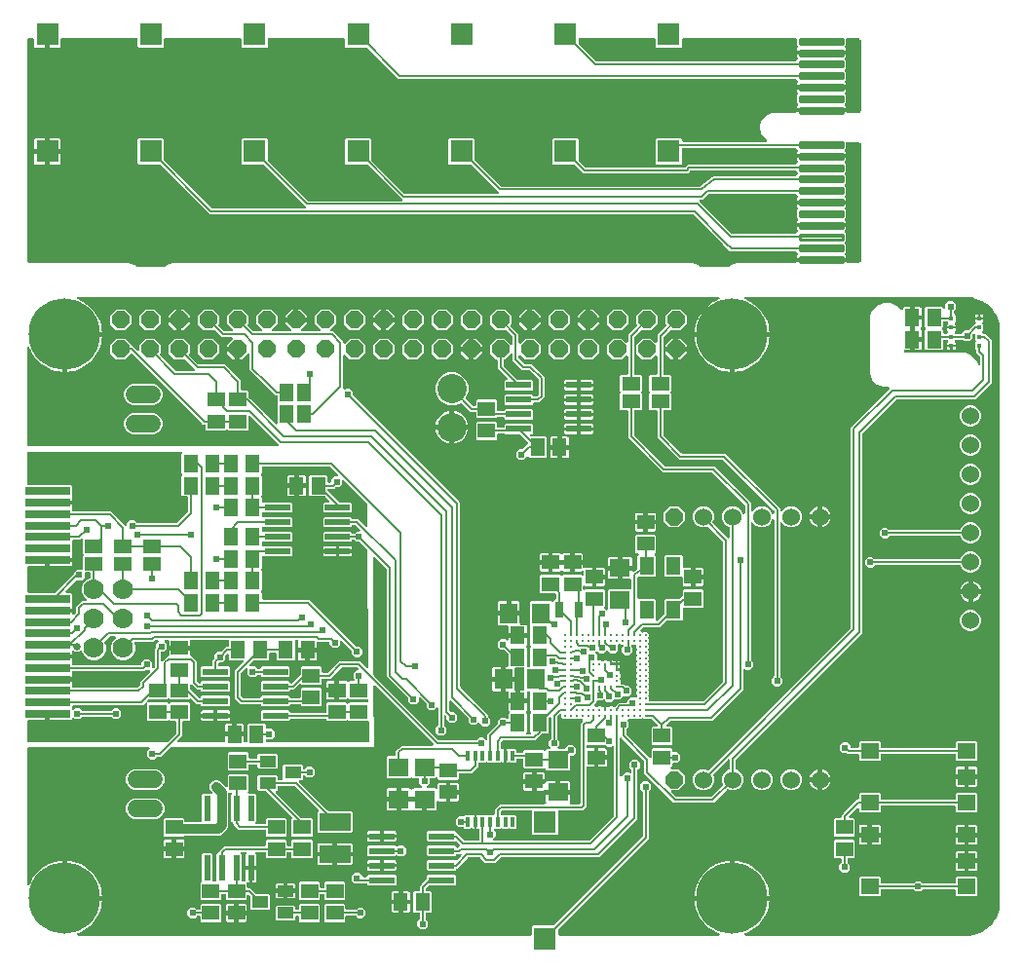
<source format=gbr>
G04 EAGLE Gerber RS-274X export*
G75*
%MOMM*%
%FSLAX34Y34*%
%LPD*%
%INTop Copper*%
%IPPOS*%
%AMOC8*
5,1,8,0,0,1.08239X$1,22.5*%
G01*
%ADD10R,1.500000X1.300000*%
%ADD11R,1.300000X1.500000*%
%ADD12R,1.600000X1.800000*%
%ADD13R,1.800000X1.600000*%
%ADD14C,0.304800*%
%ADD15R,0.600000X2.200000*%
%ADD16C,1.524000*%
%ADD17C,6.200000*%
%ADD18P,1.649562X8X22.500000*%
%ADD19R,1.300000X1.600000*%
%ADD20R,0.700000X1.400000*%
%ADD21R,2.700000X1.600000*%
%ADD22R,1.600000X1.400000*%
%ADD23R,1.168400X1.600200*%
%ADD24R,1.400000X1.000000*%
%ADD25R,4.000000X0.750000*%
%ADD26R,2.200000X0.600000*%
%ADD27C,0.280000*%
%ADD28R,1.981200X1.981200*%
%ADD29R,1.600200X1.168400*%
%ADD30C,1.778000*%
%ADD31R,0.400000X0.400000*%
%ADD32P,1.649562X8X112.500000*%
%ADD33R,0.350000X0.900000*%
%ADD34C,2.540000*%
%ADD35C,1.524000*%
%ADD36C,0.152400*%
%ADD37C,0.203200*%
%ADD38C,0.609600*%
%ADD39C,0.812800*%
%ADD40C,0.127000*%
%ADD41C,0.654800*%

G36*
X440049Y2549D02*
X440049Y2549D01*
X440108Y2547D01*
X440189Y2569D01*
X440273Y2581D01*
X440326Y2604D01*
X440383Y2619D01*
X440455Y2662D01*
X440532Y2697D01*
X440577Y2735D01*
X440627Y2764D01*
X440685Y2826D01*
X440749Y2880D01*
X440782Y2929D01*
X440822Y2972D01*
X440860Y3047D01*
X440907Y3117D01*
X440925Y3173D01*
X440951Y3225D01*
X440963Y3293D01*
X440993Y3388D01*
X440995Y3488D01*
X441007Y3556D01*
X441007Y10538D01*
X441900Y11431D01*
X459855Y11431D01*
X459941Y11443D01*
X460029Y11446D01*
X460081Y11463D01*
X460136Y11471D01*
X460216Y11506D01*
X460299Y11533D01*
X460338Y11561D01*
X460395Y11587D01*
X460509Y11683D01*
X460572Y11728D01*
X536912Y88068D01*
X536964Y88137D01*
X537024Y88201D01*
X537050Y88251D01*
X537083Y88295D01*
X537114Y88376D01*
X537154Y88454D01*
X537162Y88502D01*
X537184Y88560D01*
X537192Y88660D01*
X537195Y88669D01*
X537196Y88708D01*
X537209Y88785D01*
X537209Y127416D01*
X537201Y127478D01*
X537202Y127533D01*
X537195Y127559D01*
X537194Y127590D01*
X537177Y127643D01*
X537169Y127697D01*
X537144Y127753D01*
X537130Y127808D01*
X537116Y127832D01*
X537107Y127860D01*
X537079Y127900D01*
X537053Y127957D01*
X537015Y128002D01*
X536985Y128052D01*
X536940Y128095D01*
X536912Y128134D01*
X535177Y129868D01*
X535177Y133657D01*
X537856Y136335D01*
X541644Y136335D01*
X544323Y133657D01*
X544323Y129868D01*
X542588Y128134D01*
X542571Y128111D01*
X542549Y128092D01*
X542516Y128043D01*
X542476Y128000D01*
X542450Y127951D01*
X542417Y127907D01*
X542407Y127878D01*
X542391Y127855D01*
X542374Y127801D01*
X542346Y127747D01*
X542338Y127699D01*
X542316Y127641D01*
X542313Y127610D01*
X542305Y127584D01*
X542303Y127488D01*
X542291Y127416D01*
X542291Y86260D01*
X464166Y8135D01*
X464113Y8065D01*
X464053Y8001D01*
X464028Y7952D01*
X463995Y7908D01*
X463964Y7826D01*
X463924Y7748D01*
X463916Y7701D01*
X463893Y7642D01*
X463881Y7494D01*
X463868Y7417D01*
X463868Y3556D01*
X463876Y3498D01*
X463875Y3440D01*
X463896Y3358D01*
X463908Y3274D01*
X463932Y3221D01*
X463947Y3165D01*
X463990Y3092D01*
X464024Y3015D01*
X464062Y2970D01*
X464092Y2920D01*
X464154Y2862D01*
X464208Y2798D01*
X464257Y2766D01*
X464299Y2726D01*
X464374Y2687D01*
X464445Y2640D01*
X464500Y2623D01*
X464552Y2596D01*
X464620Y2585D01*
X464716Y2555D01*
X464815Y2552D01*
X464883Y2541D01*
X603268Y2541D01*
X603354Y2553D01*
X603439Y2555D01*
X603494Y2573D01*
X603550Y2581D01*
X603628Y2616D01*
X603710Y2642D01*
X603757Y2674D01*
X603809Y2697D01*
X603875Y2752D01*
X603946Y2800D01*
X603983Y2844D01*
X604026Y2880D01*
X604074Y2952D01*
X604129Y3018D01*
X604152Y3070D01*
X604184Y3117D01*
X604210Y3199D01*
X604245Y3278D01*
X604253Y3334D01*
X604270Y3388D01*
X604272Y3474D01*
X604284Y3559D01*
X604276Y3615D01*
X604277Y3672D01*
X604255Y3755D01*
X604243Y3840D01*
X604220Y3892D01*
X604205Y3947D01*
X604161Y4021D01*
X604126Y4100D01*
X604089Y4143D01*
X604060Y4192D01*
X603997Y4251D01*
X603942Y4316D01*
X603900Y4342D01*
X603853Y4386D01*
X603723Y4452D01*
X603657Y4494D01*
X601077Y5562D01*
X598259Y7069D01*
X595602Y8844D01*
X593131Y10872D01*
X590872Y13131D01*
X588844Y15602D01*
X587069Y18259D01*
X585563Y21077D01*
X584340Y24030D01*
X583412Y27088D01*
X582789Y30222D01*
X582518Y32969D01*
X613984Y32969D01*
X614042Y32977D01*
X614100Y32975D01*
X614182Y32997D01*
X614265Y33009D01*
X614319Y33033D01*
X614375Y33047D01*
X614448Y33090D01*
X614525Y33125D01*
X614569Y33163D01*
X614620Y33193D01*
X614677Y33254D01*
X614742Y33309D01*
X614774Y33357D01*
X614814Y33400D01*
X614853Y33475D01*
X614899Y33545D01*
X614917Y33601D01*
X614944Y33653D01*
X614955Y33721D01*
X614985Y33816D01*
X614988Y33916D01*
X614999Y33984D01*
X614999Y35001D01*
X615001Y35001D01*
X615001Y33984D01*
X615008Y33931D01*
X615008Y33897D01*
X615008Y33895D01*
X615008Y33868D01*
X615029Y33786D01*
X615041Y33703D01*
X615065Y33649D01*
X615079Y33593D01*
X615122Y33520D01*
X615157Y33443D01*
X615195Y33398D01*
X615225Y33348D01*
X615286Y33290D01*
X615341Y33226D01*
X615389Y33194D01*
X615432Y33154D01*
X615507Y33115D01*
X615577Y33069D01*
X615633Y33051D01*
X615685Y33024D01*
X615753Y33013D01*
X615848Y32983D01*
X615948Y32980D01*
X616016Y32969D01*
X647482Y32969D01*
X647211Y30222D01*
X646588Y27088D01*
X645660Y24030D01*
X644437Y21077D01*
X642931Y18259D01*
X641156Y15602D01*
X639128Y13131D01*
X636869Y10872D01*
X634398Y8844D01*
X631741Y7069D01*
X628923Y5562D01*
X626343Y4494D01*
X626269Y4450D01*
X626191Y4415D01*
X626147Y4378D01*
X626098Y4349D01*
X626039Y4287D01*
X625974Y4231D01*
X625942Y4184D01*
X625903Y4143D01*
X625864Y4066D01*
X625816Y3995D01*
X625799Y3941D01*
X625773Y3890D01*
X625756Y3806D01*
X625730Y3724D01*
X625729Y3667D01*
X625718Y3611D01*
X625725Y3526D01*
X625723Y3440D01*
X625737Y3385D01*
X625742Y3328D01*
X625773Y3248D01*
X625795Y3165D01*
X625824Y3116D01*
X625844Y3063D01*
X625896Y2994D01*
X625940Y2920D01*
X625982Y2881D01*
X626016Y2836D01*
X626085Y2784D01*
X626147Y2726D01*
X626198Y2700D01*
X626244Y2666D01*
X626324Y2635D01*
X626401Y2596D01*
X626449Y2588D01*
X626510Y2565D01*
X626654Y2554D01*
X626732Y2541D01*
X820000Y2541D01*
X820044Y2547D01*
X820080Y2544D01*
X824216Y2869D01*
X824375Y2905D01*
X824450Y2916D01*
X832319Y5473D01*
X832574Y5597D01*
X832588Y5610D01*
X832602Y5617D01*
X839295Y10480D01*
X839500Y10678D01*
X839509Y10694D01*
X839520Y10705D01*
X844383Y17398D01*
X844516Y17649D01*
X844520Y17667D01*
X844527Y17681D01*
X847084Y25550D01*
X847105Y25671D01*
X847122Y25724D01*
X847123Y25752D01*
X847131Y25784D01*
X847456Y29920D01*
X847453Y29965D01*
X847459Y30000D01*
X847459Y530000D01*
X847453Y530044D01*
X847456Y530080D01*
X847131Y534216D01*
X847095Y534375D01*
X847084Y534450D01*
X844527Y542319D01*
X844403Y542574D01*
X844390Y542588D01*
X844383Y542602D01*
X839520Y549295D01*
X839322Y549500D01*
X839306Y549509D01*
X839296Y549520D01*
X832602Y554383D01*
X832351Y554516D01*
X832333Y554520D01*
X832319Y554527D01*
X824450Y557084D01*
X824290Y557112D01*
X824216Y557131D01*
X820080Y557456D01*
X820035Y557453D01*
X820000Y557459D01*
X626732Y557459D01*
X626646Y557447D01*
X626561Y557445D01*
X626506Y557427D01*
X626450Y557419D01*
X626372Y557384D01*
X626290Y557358D01*
X626243Y557326D01*
X626191Y557303D01*
X626125Y557248D01*
X626054Y557200D01*
X626017Y557156D01*
X625974Y557120D01*
X625926Y557048D01*
X625871Y556982D01*
X625848Y556930D01*
X625816Y556883D01*
X625790Y556801D01*
X625755Y556722D01*
X625747Y556666D01*
X625730Y556612D01*
X625728Y556526D01*
X625716Y556441D01*
X625724Y556385D01*
X625723Y556328D01*
X625745Y556245D01*
X625757Y556160D01*
X625780Y556108D01*
X625795Y556053D01*
X625839Y555979D01*
X625874Y555900D01*
X625911Y555857D01*
X625940Y555808D01*
X626003Y555749D01*
X626058Y555684D01*
X626100Y555658D01*
X626147Y555614D01*
X626277Y555548D01*
X626343Y555506D01*
X628923Y554438D01*
X631741Y552931D01*
X634398Y551156D01*
X636869Y549128D01*
X639128Y546869D01*
X641156Y544398D01*
X642931Y541741D01*
X644437Y538923D01*
X645660Y535970D01*
X646588Y532912D01*
X647211Y529778D01*
X647482Y527031D01*
X616016Y527031D01*
X615958Y527023D01*
X615900Y527025D01*
X615818Y527003D01*
X615735Y526991D01*
X615681Y526967D01*
X615625Y526953D01*
X615552Y526910D01*
X615475Y526875D01*
X615431Y526837D01*
X615380Y526807D01*
X615323Y526746D01*
X615258Y526691D01*
X615226Y526643D01*
X615186Y526600D01*
X615147Y526525D01*
X615101Y526455D01*
X615083Y526399D01*
X615056Y526347D01*
X615045Y526279D01*
X615015Y526184D01*
X615012Y526084D01*
X615001Y526016D01*
X615001Y524999D01*
X614999Y524999D01*
X614999Y526016D01*
X614991Y526074D01*
X614992Y526132D01*
X614971Y526214D01*
X614959Y526297D01*
X614935Y526351D01*
X614921Y526407D01*
X614878Y526480D01*
X614843Y526557D01*
X614805Y526602D01*
X614775Y526652D01*
X614714Y526710D01*
X614659Y526774D01*
X614611Y526806D01*
X614568Y526846D01*
X614493Y526885D01*
X614423Y526931D01*
X614367Y526949D01*
X614315Y526976D01*
X614247Y526987D01*
X614152Y527017D01*
X614052Y527020D01*
X613984Y527031D01*
X582518Y527031D01*
X582789Y529778D01*
X583412Y532912D01*
X584340Y535970D01*
X585563Y538923D01*
X587069Y541741D01*
X588844Y544398D01*
X590872Y546869D01*
X593131Y549128D01*
X595602Y551156D01*
X598259Y552931D01*
X601077Y554438D01*
X603657Y555506D01*
X603731Y555550D01*
X603809Y555585D01*
X603853Y555622D01*
X603902Y555651D01*
X603961Y555713D01*
X604026Y555769D01*
X604058Y555816D01*
X604097Y555857D01*
X604136Y555934D01*
X604184Y556005D01*
X604201Y556059D01*
X604227Y556110D01*
X604244Y556194D01*
X604270Y556276D01*
X604271Y556333D01*
X604282Y556389D01*
X604275Y556474D01*
X604277Y556560D01*
X604263Y556615D01*
X604258Y556672D01*
X604227Y556752D01*
X604205Y556835D01*
X604176Y556884D01*
X604156Y556937D01*
X604104Y557006D01*
X604060Y557080D01*
X604018Y557119D01*
X603984Y557164D01*
X603915Y557216D01*
X603853Y557274D01*
X603802Y557300D01*
X603756Y557334D01*
X603676Y557365D01*
X603599Y557404D01*
X603551Y557412D01*
X603490Y557435D01*
X603346Y557446D01*
X603268Y557459D01*
X89991Y557459D01*
X89980Y557458D01*
X89969Y557459D01*
X89909Y557448D01*
X89710Y557419D01*
X89672Y557402D01*
X89639Y557396D01*
X89493Y557342D01*
X86470Y557459D01*
X86449Y557456D01*
X86431Y557459D01*
X46732Y557459D01*
X46646Y557447D01*
X46561Y557445D01*
X46506Y557427D01*
X46450Y557419D01*
X46372Y557384D01*
X46290Y557358D01*
X46243Y557326D01*
X46191Y557303D01*
X46125Y557248D01*
X46054Y557200D01*
X46017Y557156D01*
X45974Y557120D01*
X45926Y557048D01*
X45871Y556982D01*
X45848Y556930D01*
X45816Y556883D01*
X45790Y556801D01*
X45755Y556722D01*
X45747Y556666D01*
X45730Y556612D01*
X45728Y556526D01*
X45716Y556441D01*
X45724Y556385D01*
X45723Y556328D01*
X45745Y556245D01*
X45757Y556160D01*
X45780Y556108D01*
X45795Y556053D01*
X45839Y555979D01*
X45874Y555900D01*
X45911Y555857D01*
X45940Y555808D01*
X46003Y555749D01*
X46058Y555684D01*
X46100Y555658D01*
X46147Y555614D01*
X46277Y555548D01*
X46343Y555506D01*
X48923Y554438D01*
X51741Y552931D01*
X54398Y551156D01*
X56869Y549128D01*
X59128Y546869D01*
X61156Y544398D01*
X62931Y541741D01*
X64437Y538923D01*
X65660Y535970D01*
X66588Y532912D01*
X67211Y529778D01*
X67482Y527031D01*
X36016Y527031D01*
X35958Y527023D01*
X35900Y527025D01*
X35818Y527003D01*
X35735Y526991D01*
X35681Y526967D01*
X35625Y526953D01*
X35552Y526910D01*
X35475Y526875D01*
X35431Y526837D01*
X35380Y526807D01*
X35323Y526746D01*
X35258Y526691D01*
X35226Y526643D01*
X35186Y526600D01*
X35147Y526525D01*
X35101Y526455D01*
X35083Y526399D01*
X35056Y526347D01*
X35045Y526279D01*
X35015Y526184D01*
X35012Y526084D01*
X35001Y526016D01*
X35001Y524999D01*
X33984Y524999D01*
X33926Y524991D01*
X33868Y524992D01*
X33786Y524971D01*
X33703Y524959D01*
X33649Y524935D01*
X33593Y524921D01*
X33520Y524878D01*
X33443Y524843D01*
X33398Y524805D01*
X33348Y524775D01*
X33290Y524714D01*
X33226Y524659D01*
X33194Y524611D01*
X33154Y524568D01*
X33115Y524493D01*
X33069Y524423D01*
X33051Y524367D01*
X33024Y524315D01*
X33013Y524247D01*
X32983Y524152D01*
X32980Y524052D01*
X32969Y523984D01*
X32969Y492518D01*
X30222Y492789D01*
X27088Y493412D01*
X24030Y494340D01*
X21077Y495563D01*
X18259Y497069D01*
X15602Y498844D01*
X13131Y500872D01*
X10872Y503131D01*
X8844Y505602D01*
X7069Y508259D01*
X5562Y511077D01*
X4494Y513657D01*
X4450Y513731D01*
X4415Y513809D01*
X4378Y513853D01*
X4349Y513902D01*
X4287Y513961D01*
X4231Y514026D01*
X4184Y514058D01*
X4143Y514097D01*
X4066Y514136D01*
X3995Y514184D01*
X3941Y514201D01*
X3890Y514227D01*
X3806Y514244D01*
X3724Y514270D01*
X3667Y514271D01*
X3611Y514282D01*
X3526Y514275D01*
X3440Y514277D01*
X3385Y514263D01*
X3328Y514258D01*
X3248Y514227D01*
X3165Y514205D01*
X3116Y514176D01*
X3063Y514156D01*
X2994Y514104D01*
X2920Y514060D01*
X2881Y514018D01*
X2836Y513984D01*
X2784Y513915D01*
X2726Y513853D01*
X2700Y513802D01*
X2666Y513756D01*
X2635Y513676D01*
X2596Y513599D01*
X2588Y513551D01*
X2565Y513490D01*
X2557Y513386D01*
X2555Y513379D01*
X2554Y513348D01*
X2554Y513346D01*
X2541Y513268D01*
X2541Y428625D01*
X2549Y428567D01*
X2547Y428509D01*
X2569Y428427D01*
X2581Y428344D01*
X2604Y428290D01*
X2619Y428234D01*
X2662Y428161D01*
X2697Y428084D01*
X2735Y428039D01*
X2764Y427989D01*
X2826Y427931D01*
X2880Y427867D01*
X2929Y427835D01*
X2972Y427795D01*
X3047Y427756D01*
X3117Y427710D01*
X3173Y427692D01*
X3225Y427665D01*
X3293Y427654D01*
X3388Y427624D01*
X3488Y427621D01*
X3556Y427610D01*
X220371Y427610D01*
X220400Y427614D01*
X220429Y427611D01*
X220540Y427634D01*
X220653Y427650D01*
X220679Y427662D01*
X220708Y427667D01*
X220809Y427720D01*
X220912Y427766D01*
X220934Y427785D01*
X220960Y427798D01*
X221043Y427876D01*
X221129Y427950D01*
X221145Y427974D01*
X221167Y427994D01*
X221224Y428092D01*
X221287Y428186D01*
X221295Y428214D01*
X221310Y428239D01*
X221338Y428349D01*
X221372Y428457D01*
X221373Y428487D01*
X221380Y428515D01*
X221377Y428628D01*
X221380Y428741D01*
X221372Y428770D01*
X221371Y428799D01*
X221336Y428907D01*
X221308Y429016D01*
X221293Y429042D01*
X221284Y429070D01*
X221238Y429134D01*
X221163Y429261D01*
X221117Y429304D01*
X221089Y429343D01*
X219500Y430932D01*
X196495Y453936D01*
X196472Y453954D01*
X196453Y453977D01*
X196359Y454039D01*
X196268Y454107D01*
X196241Y454118D01*
X196216Y454134D01*
X196108Y454168D01*
X196003Y454209D01*
X195973Y454211D01*
X195945Y454220D01*
X195832Y454223D01*
X195719Y454232D01*
X195691Y454226D01*
X195661Y454227D01*
X195552Y454199D01*
X195440Y454176D01*
X195414Y454163D01*
X195386Y454155D01*
X195289Y454098D01*
X195188Y454045D01*
X195167Y454025D01*
X195142Y454010D01*
X195064Y453928D01*
X194982Y453850D01*
X194967Y453824D01*
X194947Y453803D01*
X194896Y453702D01*
X194838Y453604D01*
X194831Y453576D01*
X194818Y453550D01*
X194805Y453472D01*
X194768Y453329D01*
X194770Y453266D01*
X194762Y453219D01*
X194762Y442156D01*
X193869Y441263D01*
X177606Y441263D01*
X176930Y441938D01*
X176884Y441973D01*
X176843Y442016D01*
X176770Y442059D01*
X176703Y442109D01*
X176649Y442130D01*
X176598Y442160D01*
X176516Y442180D01*
X176438Y442210D01*
X176379Y442215D01*
X176323Y442230D01*
X176238Y442227D01*
X176154Y442234D01*
X176097Y442222D01*
X176038Y442221D01*
X175958Y442195D01*
X175875Y442178D01*
X175824Y442151D01*
X175768Y442133D01*
X175712Y442093D01*
X175623Y442047D01*
X175551Y441978D01*
X175495Y441938D01*
X174819Y441263D01*
X158556Y441263D01*
X157663Y442156D01*
X157663Y445732D01*
X157655Y445789D01*
X157656Y445848D01*
X157635Y445929D01*
X157623Y446013D01*
X157599Y446066D01*
X157584Y446123D01*
X157541Y446195D01*
X157507Y446272D01*
X157469Y446317D01*
X157439Y446367D01*
X157377Y446425D01*
X157323Y446489D01*
X157274Y446522D01*
X157232Y446562D01*
X157157Y446600D01*
X157086Y446647D01*
X157031Y446665D01*
X156979Y446691D01*
X156911Y446703D01*
X156815Y446733D01*
X156716Y446735D01*
X156648Y446747D01*
X155185Y446747D01*
X93850Y508082D01*
X93804Y508117D01*
X93763Y508159D01*
X93690Y508202D01*
X93623Y508253D01*
X93568Y508273D01*
X93518Y508303D01*
X93436Y508324D01*
X93357Y508354D01*
X93299Y508359D01*
X93242Y508373D01*
X93158Y508370D01*
X93074Y508377D01*
X93017Y508366D01*
X92958Y508364D01*
X92878Y508338D01*
X92795Y508322D01*
X92743Y508295D01*
X92688Y508277D01*
X92631Y508237D01*
X92543Y508191D01*
X92470Y508122D01*
X92414Y508082D01*
X87488Y503155D01*
X79912Y503155D01*
X74555Y508512D01*
X74555Y516088D01*
X79912Y521445D01*
X87488Y521445D01*
X92845Y516088D01*
X92845Y515856D01*
X92853Y515798D01*
X92851Y515740D01*
X92873Y515658D01*
X92885Y515574D01*
X92908Y515521D01*
X92923Y515465D01*
X92966Y515392D01*
X93001Y515315D01*
X93039Y515270D01*
X93068Y515220D01*
X93130Y515162D01*
X93184Y515098D01*
X93233Y515066D01*
X93276Y515026D01*
X93351Y514987D01*
X93421Y514940D01*
X93477Y514923D01*
X93529Y514896D01*
X93597Y514885D01*
X93692Y514855D01*
X93792Y514852D01*
X93860Y514841D01*
X94277Y514841D01*
X96063Y513055D01*
X98222Y510896D01*
X98246Y510878D01*
X98265Y510856D01*
X98359Y510793D01*
X98449Y510725D01*
X98477Y510715D01*
X98501Y510698D01*
X98609Y510664D01*
X98715Y510624D01*
X98744Y510621D01*
X98772Y510613D01*
X98886Y510610D01*
X98998Y510600D01*
X99027Y510606D01*
X99056Y510605D01*
X99166Y510634D01*
X99277Y510656D01*
X99303Y510670D01*
X99331Y510677D01*
X99429Y510735D01*
X99529Y510787D01*
X99551Y510807D01*
X99576Y510822D01*
X99653Y510905D01*
X99735Y510983D01*
X99750Y511008D01*
X99770Y511030D01*
X99822Y511131D01*
X99879Y511228D01*
X99886Y511257D01*
X99900Y511283D01*
X99913Y511360D01*
X99949Y511504D01*
X99947Y511566D01*
X99955Y511614D01*
X99955Y516088D01*
X105312Y521445D01*
X112888Y521445D01*
X118245Y516088D01*
X118245Y508512D01*
X118081Y508348D01*
X118046Y508302D01*
X118003Y508261D01*
X117961Y508188D01*
X117910Y508121D01*
X117889Y508066D01*
X117859Y508016D01*
X117839Y507934D01*
X117809Y507855D01*
X117804Y507797D01*
X117789Y507740D01*
X117792Y507656D01*
X117785Y507572D01*
X117797Y507515D01*
X117798Y507456D01*
X117824Y507376D01*
X117841Y507293D01*
X117868Y507241D01*
X117886Y507186D01*
X117926Y507130D01*
X117972Y507041D01*
X118041Y506969D01*
X118081Y506912D01*
X131205Y493788D01*
X131275Y493736D01*
X131339Y493676D01*
X131388Y493650D01*
X131432Y493617D01*
X131514Y493586D01*
X131592Y493546D01*
X131639Y493538D01*
X131698Y493516D01*
X131846Y493504D01*
X131923Y493491D01*
X147265Y493491D01*
X147294Y493495D01*
X147323Y493492D01*
X147434Y493515D01*
X147547Y493531D01*
X147573Y493543D01*
X147602Y493548D01*
X147703Y493600D01*
X147806Y493647D01*
X147828Y493666D01*
X147854Y493679D01*
X147936Y493757D01*
X148023Y493830D01*
X148039Y493855D01*
X148061Y493875D01*
X148118Y493973D01*
X148181Y494067D01*
X148189Y494095D01*
X148204Y494120D01*
X148232Y494230D01*
X148266Y494338D01*
X148267Y494368D01*
X148274Y494396D01*
X148271Y494509D01*
X148274Y494622D01*
X148266Y494651D01*
X148265Y494680D01*
X148230Y494788D01*
X148202Y494897D01*
X148187Y494923D01*
X148178Y494951D01*
X148132Y495014D01*
X148057Y495142D01*
X148011Y495185D01*
X147983Y495224D01*
X139888Y503319D01*
X139841Y503354D01*
X139801Y503397D01*
X139728Y503439D01*
X139660Y503490D01*
X139606Y503511D01*
X139555Y503541D01*
X139473Y503561D01*
X139395Y503591D01*
X139337Y503596D01*
X139280Y503611D01*
X139195Y503608D01*
X139111Y503615D01*
X139054Y503603D01*
X138996Y503602D01*
X138915Y503576D01*
X138833Y503559D01*
X138781Y503532D01*
X138725Y503514D01*
X138669Y503474D01*
X138580Y503428D01*
X138508Y503359D01*
X138452Y503319D01*
X138288Y503155D01*
X130712Y503155D01*
X125355Y508512D01*
X125355Y516088D01*
X130712Y521445D01*
X138288Y521445D01*
X143645Y516088D01*
X143645Y508512D01*
X143481Y508348D01*
X143446Y508302D01*
X143403Y508261D01*
X143361Y508188D01*
X143310Y508121D01*
X143289Y508066D01*
X143259Y508016D01*
X143239Y507934D01*
X143209Y507855D01*
X143204Y507797D01*
X143189Y507740D01*
X143192Y507656D01*
X143185Y507572D01*
X143197Y507515D01*
X143198Y507456D01*
X143224Y507376D01*
X143241Y507293D01*
X143268Y507241D01*
X143286Y507186D01*
X143326Y507130D01*
X143372Y507041D01*
X143441Y506969D01*
X143481Y506912D01*
X151080Y499313D01*
X151150Y499261D01*
X151214Y499201D01*
X151263Y499175D01*
X151307Y499142D01*
X151389Y499111D01*
X151467Y499071D01*
X151514Y499063D01*
X151573Y499041D01*
X151721Y499029D01*
X151798Y499016D01*
X174477Y499016D01*
X188278Y485215D01*
X188278Y477327D01*
X188286Y477270D01*
X188285Y477211D01*
X188306Y477130D01*
X188318Y477046D01*
X188342Y476993D01*
X188357Y476936D01*
X188400Y476864D01*
X188434Y476787D01*
X188472Y476742D01*
X188502Y476692D01*
X188564Y476634D01*
X188618Y476570D01*
X188667Y476537D01*
X188709Y476497D01*
X188784Y476459D01*
X188855Y476412D01*
X188910Y476394D01*
X188962Y476368D01*
X189030Y476356D01*
X189126Y476326D01*
X189225Y476324D01*
X189293Y476312D01*
X193869Y476312D01*
X194762Y475419D01*
X194762Y471214D01*
X194774Y471127D01*
X194777Y471040D01*
X194794Y470987D01*
X194802Y470932D01*
X194838Y470853D01*
X194865Y470769D01*
X194893Y470730D01*
X194918Y470673D01*
X195014Y470560D01*
X195060Y470496D01*
X196513Y469043D01*
X218230Y447326D01*
X218254Y447308D01*
X218273Y447285D01*
X218367Y447223D01*
X218457Y447155D01*
X218485Y447144D01*
X218509Y447128D01*
X218617Y447094D01*
X218723Y447053D01*
X218752Y447051D01*
X218780Y447042D01*
X218894Y447039D01*
X219006Y447030D01*
X219035Y447036D01*
X219064Y447035D01*
X219174Y447063D01*
X219285Y447086D01*
X219311Y447099D01*
X219339Y447107D01*
X219437Y447164D01*
X219537Y447217D01*
X219559Y447237D01*
X219584Y447252D01*
X219661Y447334D01*
X219743Y447412D01*
X219758Y447438D01*
X219778Y447459D01*
X219830Y447560D01*
X219887Y447658D01*
X219894Y447686D01*
X219908Y447712D01*
X219921Y447790D01*
X219957Y447933D01*
X219955Y447996D01*
X219963Y448043D01*
X219963Y464245D01*
X220138Y464420D01*
X220173Y464466D01*
X220215Y464507D01*
X220258Y464580D01*
X220309Y464647D01*
X220329Y464701D01*
X220359Y464752D01*
X220380Y464834D01*
X220410Y464912D01*
X220415Y464971D01*
X220429Y465027D01*
X220426Y465112D01*
X220433Y465196D01*
X220422Y465253D01*
X220420Y465312D01*
X220394Y465392D01*
X220378Y465475D01*
X220351Y465526D01*
X220333Y465582D01*
X220293Y465638D01*
X220247Y465727D01*
X220178Y465799D01*
X220138Y465855D01*
X219963Y466030D01*
X219963Y471107D01*
X219955Y471164D01*
X219957Y471223D01*
X219935Y471304D01*
X219923Y471388D01*
X219900Y471441D01*
X219885Y471498D01*
X219842Y471570D01*
X219807Y471647D01*
X219769Y471692D01*
X219740Y471742D01*
X219678Y471800D01*
X219624Y471864D01*
X219575Y471897D01*
X219532Y471937D01*
X219457Y471975D01*
X219387Y472022D01*
X219331Y472040D01*
X219279Y472066D01*
X219211Y472078D01*
X219116Y472108D01*
X219016Y472110D01*
X218948Y472122D01*
X218023Y472122D01*
X195897Y494248D01*
X195897Y507513D01*
X195893Y507542D01*
X195895Y507571D01*
X195873Y507682D01*
X195857Y507795D01*
X195845Y507821D01*
X195839Y507850D01*
X195787Y507951D01*
X195741Y508054D01*
X195722Y508077D01*
X195708Y508102D01*
X195630Y508185D01*
X195557Y508271D01*
X195533Y508287D01*
X195512Y508309D01*
X195415Y508366D01*
X195320Y508429D01*
X195292Y508438D01*
X195267Y508452D01*
X195158Y508480D01*
X195049Y508514D01*
X195020Y508515D01*
X194992Y508522D01*
X194879Y508519D01*
X194765Y508522D01*
X194737Y508514D01*
X194707Y508513D01*
X194600Y508479D01*
X194490Y508450D01*
X194465Y508435D01*
X194437Y508426D01*
X194373Y508380D01*
X194246Y508305D01*
X194203Y508259D01*
X194164Y508231D01*
X189088Y503155D01*
X187331Y503155D01*
X187331Y511284D01*
X187323Y511342D01*
X187325Y511400D01*
X187303Y511482D01*
X187291Y511565D01*
X187267Y511619D01*
X187253Y511675D01*
X187210Y511748D01*
X187175Y511825D01*
X187137Y511869D01*
X187107Y511920D01*
X187046Y511977D01*
X186991Y512042D01*
X186943Y512074D01*
X186900Y512114D01*
X186825Y512153D01*
X186755Y512199D01*
X186699Y512217D01*
X186647Y512244D01*
X186579Y512255D01*
X186484Y512285D01*
X186384Y512288D01*
X186316Y512299D01*
X185299Y512299D01*
X185299Y513316D01*
X185291Y513374D01*
X185292Y513432D01*
X185271Y513514D01*
X185259Y513597D01*
X185235Y513651D01*
X185221Y513707D01*
X185178Y513780D01*
X185143Y513857D01*
X185105Y513902D01*
X185075Y513952D01*
X185014Y514010D01*
X184959Y514074D01*
X184911Y514106D01*
X184868Y514146D01*
X184793Y514185D01*
X184723Y514231D01*
X184667Y514249D01*
X184615Y514276D01*
X184547Y514287D01*
X184452Y514317D01*
X184352Y514320D01*
X184284Y514331D01*
X176155Y514331D01*
X176155Y516088D01*
X180794Y520726D01*
X180811Y520750D01*
X180834Y520769D01*
X180896Y520863D01*
X180964Y520953D01*
X180975Y520981D01*
X180991Y521005D01*
X181025Y521113D01*
X181066Y521219D01*
X181068Y521248D01*
X181077Y521276D01*
X181080Y521390D01*
X181089Y521502D01*
X181083Y521531D01*
X181084Y521560D01*
X181056Y521670D01*
X181033Y521781D01*
X181020Y521807D01*
X181012Y521835D01*
X180955Y521933D01*
X180902Y522033D01*
X180882Y522055D01*
X180867Y522080D01*
X180785Y522157D01*
X180707Y522239D01*
X180681Y522254D01*
X180660Y522274D01*
X180559Y522326D01*
X180461Y522383D01*
X180433Y522390D01*
X180407Y522404D01*
X180329Y522417D01*
X180186Y522453D01*
X180123Y522451D01*
X180076Y522459D01*
X171548Y522459D01*
X165288Y528719D01*
X165241Y528754D01*
X165201Y528797D01*
X165128Y528839D01*
X165060Y528890D01*
X165006Y528911D01*
X164955Y528941D01*
X164874Y528961D01*
X164795Y528991D01*
X164736Y528996D01*
X164680Y529011D01*
X164596Y529008D01*
X164511Y529015D01*
X164454Y529003D01*
X164396Y529002D01*
X164315Y528976D01*
X164233Y528959D01*
X164181Y528932D01*
X164125Y528914D01*
X164069Y528874D01*
X163980Y528828D01*
X163908Y528759D01*
X163852Y528719D01*
X163688Y528555D01*
X156112Y528555D01*
X150755Y533912D01*
X150755Y541488D01*
X156112Y546845D01*
X163688Y546845D01*
X169045Y541488D01*
X169045Y533912D01*
X168881Y533748D01*
X168846Y533701D01*
X168803Y533661D01*
X168761Y533588D01*
X168710Y533521D01*
X168689Y533466D01*
X168659Y533416D01*
X168639Y533334D01*
X168609Y533255D01*
X168604Y533197D01*
X168589Y533140D01*
X168592Y533056D01*
X168585Y532972D01*
X168597Y532915D01*
X168598Y532856D01*
X168624Y532776D01*
X168641Y532693D01*
X168668Y532641D01*
X168686Y532586D01*
X168726Y532529D01*
X168772Y532441D01*
X168841Y532369D01*
X168881Y532312D01*
X173355Y527838D01*
X173425Y527786D01*
X173489Y527726D01*
X173538Y527700D01*
X173582Y527667D01*
X173664Y527636D01*
X173742Y527596D01*
X173789Y527588D01*
X173848Y527566D01*
X173996Y527554D01*
X174073Y527541D01*
X180076Y527541D01*
X180105Y527545D01*
X180134Y527542D01*
X180245Y527565D01*
X180357Y527581D01*
X180384Y527593D01*
X180413Y527598D01*
X180513Y527650D01*
X180617Y527697D01*
X180639Y527716D01*
X180665Y527729D01*
X180747Y527807D01*
X180834Y527880D01*
X180850Y527905D01*
X180871Y527925D01*
X180928Y528023D01*
X180991Y528117D01*
X181000Y528145D01*
X181015Y528170D01*
X181043Y528280D01*
X181077Y528388D01*
X181078Y528418D01*
X181085Y528446D01*
X181081Y528559D01*
X181084Y528672D01*
X181077Y528701D01*
X181076Y528730D01*
X181041Y528838D01*
X181012Y528947D01*
X180997Y528973D01*
X180988Y529001D01*
X180943Y529064D01*
X180867Y529192D01*
X180822Y529235D01*
X180794Y529274D01*
X176155Y533912D01*
X176155Y541488D01*
X181512Y546845D01*
X189088Y546845D01*
X194445Y541488D01*
X194445Y533912D01*
X194281Y533748D01*
X194246Y533702D01*
X194203Y533661D01*
X194160Y533588D01*
X194110Y533521D01*
X194089Y533466D01*
X194059Y533416D01*
X194039Y533334D01*
X194009Y533255D01*
X194004Y533197D01*
X193989Y533140D01*
X193992Y533056D01*
X193985Y532972D01*
X193997Y532915D01*
X193998Y532856D01*
X194024Y532776D01*
X194041Y532693D01*
X194068Y532641D01*
X194086Y532586D01*
X194126Y532530D01*
X194172Y532441D01*
X194241Y532369D01*
X194281Y532312D01*
X198755Y527838D01*
X198825Y527786D01*
X198889Y527726D01*
X198938Y527700D01*
X198982Y527667D01*
X199064Y527636D01*
X199142Y527596D01*
X199189Y527588D01*
X199248Y527566D01*
X199396Y527554D01*
X199473Y527541D01*
X205476Y527541D01*
X205505Y527545D01*
X205534Y527542D01*
X205645Y527565D01*
X205757Y527581D01*
X205784Y527593D01*
X205813Y527598D01*
X205913Y527650D01*
X206017Y527697D01*
X206039Y527716D01*
X206065Y527729D01*
X206147Y527807D01*
X206234Y527880D01*
X206250Y527905D01*
X206271Y527925D01*
X206328Y528023D01*
X206391Y528117D01*
X206400Y528145D01*
X206415Y528170D01*
X206443Y528280D01*
X206477Y528388D01*
X206478Y528418D01*
X206485Y528446D01*
X206481Y528559D01*
X206484Y528672D01*
X206477Y528701D01*
X206476Y528730D01*
X206441Y528838D01*
X206412Y528947D01*
X206397Y528973D01*
X206388Y529001D01*
X206343Y529064D01*
X206267Y529192D01*
X206222Y529235D01*
X206194Y529274D01*
X201555Y533912D01*
X201555Y541488D01*
X206912Y546845D01*
X214488Y546845D01*
X219845Y541488D01*
X219845Y533912D01*
X215206Y529274D01*
X215189Y529250D01*
X215166Y529231D01*
X215104Y529137D01*
X215036Y529047D01*
X215025Y529019D01*
X215009Y528995D01*
X214975Y528887D01*
X214934Y528781D01*
X214932Y528752D01*
X214923Y528724D01*
X214920Y528610D01*
X214911Y528498D01*
X214917Y528469D01*
X214916Y528440D01*
X214944Y528330D01*
X214967Y528219D01*
X214980Y528193D01*
X214988Y528165D01*
X215045Y528067D01*
X215098Y527967D01*
X215118Y527945D01*
X215133Y527920D01*
X215215Y527843D01*
X215293Y527761D01*
X215319Y527746D01*
X215340Y527726D01*
X215441Y527674D01*
X215539Y527617D01*
X215567Y527610D01*
X215593Y527596D01*
X215671Y527583D01*
X215814Y527547D01*
X215877Y527549D01*
X215924Y527541D01*
X230876Y527541D01*
X230905Y527545D01*
X230934Y527542D01*
X231045Y527565D01*
X231157Y527581D01*
X231184Y527593D01*
X231213Y527598D01*
X231313Y527650D01*
X231417Y527697D01*
X231439Y527716D01*
X231465Y527729D01*
X231547Y527807D01*
X231634Y527880D01*
X231650Y527905D01*
X231671Y527925D01*
X231728Y528023D01*
X231791Y528117D01*
X231800Y528145D01*
X231815Y528170D01*
X231843Y528280D01*
X231877Y528388D01*
X231878Y528418D01*
X231885Y528446D01*
X231881Y528559D01*
X231884Y528672D01*
X231877Y528701D01*
X231876Y528730D01*
X231841Y528838D01*
X231812Y528947D01*
X231797Y528973D01*
X231788Y529001D01*
X231743Y529064D01*
X231667Y529192D01*
X231622Y529235D01*
X231594Y529274D01*
X226955Y533912D01*
X226955Y535669D01*
X235084Y535669D01*
X235142Y535677D01*
X235200Y535675D01*
X235282Y535697D01*
X235365Y535709D01*
X235419Y535733D01*
X235475Y535747D01*
X235548Y535790D01*
X235625Y535825D01*
X235669Y535863D01*
X235720Y535893D01*
X235777Y535954D01*
X235842Y536009D01*
X235874Y536057D01*
X235914Y536100D01*
X235953Y536175D01*
X235999Y536245D01*
X236017Y536301D01*
X236044Y536353D01*
X236055Y536421D01*
X236085Y536516D01*
X236088Y536616D01*
X236099Y536684D01*
X236099Y537701D01*
X236101Y537701D01*
X236101Y536684D01*
X236109Y536626D01*
X236108Y536568D01*
X236129Y536486D01*
X236141Y536403D01*
X236165Y536349D01*
X236179Y536293D01*
X236222Y536220D01*
X236257Y536143D01*
X236295Y536098D01*
X236325Y536048D01*
X236386Y535990D01*
X236441Y535926D01*
X236489Y535894D01*
X236532Y535854D01*
X236607Y535815D01*
X236677Y535769D01*
X236733Y535751D01*
X236785Y535724D01*
X236853Y535713D01*
X236948Y535683D01*
X237048Y535680D01*
X237116Y535669D01*
X245245Y535669D01*
X245245Y533912D01*
X240606Y529274D01*
X240589Y529250D01*
X240566Y529231D01*
X240504Y529137D01*
X240436Y529047D01*
X240425Y529019D01*
X240409Y528995D01*
X240375Y528887D01*
X240334Y528781D01*
X240332Y528752D01*
X240323Y528724D01*
X240320Y528610D01*
X240311Y528498D01*
X240317Y528469D01*
X240316Y528440D01*
X240344Y528330D01*
X240367Y528219D01*
X240380Y528193D01*
X240388Y528165D01*
X240445Y528067D01*
X240498Y527967D01*
X240518Y527945D01*
X240533Y527920D01*
X240615Y527843D01*
X240693Y527761D01*
X240719Y527746D01*
X240740Y527726D01*
X240841Y527674D01*
X240939Y527617D01*
X240967Y527610D01*
X240993Y527596D01*
X241071Y527583D01*
X241214Y527547D01*
X241277Y527549D01*
X241324Y527541D01*
X256276Y527541D01*
X256305Y527545D01*
X256334Y527542D01*
X256445Y527565D01*
X256557Y527581D01*
X256584Y527593D01*
X256613Y527598D01*
X256713Y527650D01*
X256817Y527697D01*
X256839Y527716D01*
X256865Y527729D01*
X256947Y527807D01*
X257034Y527880D01*
X257050Y527905D01*
X257071Y527925D01*
X257128Y528023D01*
X257191Y528117D01*
X257200Y528145D01*
X257215Y528170D01*
X257243Y528280D01*
X257277Y528388D01*
X257278Y528418D01*
X257285Y528446D01*
X257281Y528559D01*
X257284Y528672D01*
X257277Y528701D01*
X257276Y528730D01*
X257241Y528838D01*
X257212Y528947D01*
X257197Y528973D01*
X257188Y529001D01*
X257143Y529064D01*
X257067Y529192D01*
X257022Y529235D01*
X256994Y529274D01*
X252355Y533912D01*
X252355Y541488D01*
X257712Y546845D01*
X265288Y546845D01*
X270645Y541488D01*
X270645Y533912D01*
X266006Y529274D01*
X265989Y529250D01*
X265966Y529231D01*
X265904Y529137D01*
X265836Y529047D01*
X265825Y529019D01*
X265809Y528995D01*
X265775Y528887D01*
X265734Y528781D01*
X265732Y528752D01*
X265723Y528724D01*
X265720Y528610D01*
X265711Y528498D01*
X265717Y528469D01*
X265716Y528440D01*
X265744Y528330D01*
X265767Y528219D01*
X265780Y528193D01*
X265788Y528165D01*
X265845Y528067D01*
X265898Y527967D01*
X265918Y527945D01*
X265933Y527920D01*
X266015Y527843D01*
X266093Y527761D01*
X266119Y527746D01*
X266140Y527726D01*
X266241Y527674D01*
X266339Y527617D01*
X266367Y527610D01*
X266393Y527596D01*
X266471Y527583D01*
X266614Y527547D01*
X266677Y527549D01*
X266724Y527541D01*
X268215Y527541D01*
X277178Y518577D01*
X277178Y517962D01*
X277182Y517933D01*
X277180Y517904D01*
X277202Y517793D01*
X277218Y517680D01*
X277230Y517654D01*
X277236Y517625D01*
X277288Y517524D01*
X277334Y517421D01*
X277353Y517398D01*
X277367Y517373D01*
X277445Y517290D01*
X277518Y517204D01*
X277542Y517188D01*
X277563Y517166D01*
X277660Y517109D01*
X277755Y517046D01*
X277783Y517037D01*
X277808Y517023D01*
X277917Y516995D01*
X278026Y516961D01*
X278055Y516960D01*
X278083Y516953D01*
X278196Y516956D01*
X278310Y516953D01*
X278338Y516961D01*
X278368Y516962D01*
X278475Y516996D01*
X278585Y517025D01*
X278610Y517040D01*
X278638Y517049D01*
X278702Y517095D01*
X278829Y517170D01*
X278872Y517216D01*
X278911Y517244D01*
X283112Y521445D01*
X290688Y521445D01*
X296045Y516088D01*
X296045Y508512D01*
X290688Y503155D01*
X283112Y503155D01*
X278911Y507356D01*
X278888Y507374D01*
X278869Y507396D01*
X278775Y507459D01*
X278684Y507527D01*
X278657Y507537D01*
X278632Y507554D01*
X278524Y507588D01*
X278419Y507628D01*
X278389Y507631D01*
X278361Y507639D01*
X278248Y507642D01*
X278135Y507652D01*
X278107Y507646D01*
X278077Y507647D01*
X277968Y507618D01*
X277856Y507596D01*
X277830Y507582D01*
X277802Y507575D01*
X277705Y507517D01*
X277604Y507465D01*
X277583Y507445D01*
X277558Y507430D01*
X277480Y507347D01*
X277398Y507269D01*
X277383Y507244D01*
X277363Y507222D01*
X277312Y507122D01*
X277254Y507024D01*
X277247Y506995D01*
X277234Y506969D01*
X277221Y506892D01*
X277184Y506748D01*
X277186Y506686D01*
X277178Y506638D01*
X277178Y478184D01*
X277182Y478154D01*
X277180Y478125D01*
X277202Y478014D01*
X277218Y477902D01*
X277230Y477875D01*
X277236Y477847D01*
X277288Y477746D01*
X277334Y477643D01*
X277353Y477620D01*
X277367Y477594D01*
X277445Y477512D01*
X277518Y477426D01*
X277542Y477409D01*
X277563Y477388D01*
X277660Y477331D01*
X277755Y477268D01*
X277783Y477259D01*
X277808Y477244D01*
X277918Y477217D01*
X278026Y477182D01*
X278055Y477182D01*
X278083Y477174D01*
X278196Y477178D01*
X278310Y477175D01*
X278338Y477182D01*
X278368Y477183D01*
X278476Y477218D01*
X278585Y477247D01*
X278610Y477262D01*
X278638Y477271D01*
X278702Y477316D01*
X278829Y477392D01*
X278872Y477438D01*
X278911Y477466D01*
X279093Y477648D01*
X282882Y477648D01*
X285560Y474969D01*
X285560Y472516D01*
X285572Y472429D01*
X285575Y472342D01*
X285592Y472289D01*
X285600Y472234D01*
X285636Y472155D01*
X285663Y472071D01*
X285691Y472032D01*
X285716Y471975D01*
X285812Y471862D01*
X285858Y471798D01*
X378778Y378877D01*
X378778Y218960D01*
X378790Y218874D01*
X378793Y218786D01*
X378810Y218734D01*
X378818Y218679D01*
X378854Y218599D01*
X378881Y218516D01*
X378909Y218477D01*
X378934Y218420D01*
X379030Y218306D01*
X379076Y218243D01*
X402591Y194727D01*
X402591Y193259D01*
X402603Y193173D01*
X402606Y193085D01*
X402623Y193032D01*
X402631Y192978D01*
X402666Y192898D01*
X402693Y192815D01*
X402721Y192775D01*
X402747Y192718D01*
X402843Y192605D01*
X402888Y192541D01*
X404623Y190807D01*
X404623Y187018D01*
X401944Y184340D01*
X398156Y184340D01*
X395212Y187284D01*
X395165Y187319D01*
X395125Y187362D01*
X395052Y187404D01*
X394984Y187455D01*
X394930Y187476D01*
X394879Y187505D01*
X394798Y187526D01*
X394719Y187556D01*
X394660Y187561D01*
X394604Y187575D01*
X394520Y187573D01*
X394436Y187580D01*
X394378Y187568D01*
X394320Y187566D01*
X394239Y187540D01*
X394157Y187524D01*
X394105Y187497D01*
X394049Y187479D01*
X393993Y187439D01*
X393904Y187393D01*
X393832Y187324D01*
X393776Y187284D01*
X392419Y185927D01*
X388631Y185927D01*
X385952Y188606D01*
X385952Y191059D01*
X385940Y191146D01*
X385937Y191233D01*
X385920Y191286D01*
X385912Y191341D01*
X385877Y191420D01*
X385850Y191504D01*
X385822Y191543D01*
X385796Y191600D01*
X385700Y191713D01*
X385655Y191777D01*
X370986Y206445D01*
X370963Y206463D01*
X370944Y206486D01*
X370850Y206548D01*
X370759Y206616D01*
X370732Y206627D01*
X370707Y206643D01*
X370599Y206677D01*
X370494Y206718D01*
X370464Y206720D01*
X370436Y206729D01*
X370323Y206732D01*
X370210Y206741D01*
X370182Y206735D01*
X370152Y206736D01*
X370043Y206708D01*
X369931Y206685D01*
X369905Y206672D01*
X369877Y206664D01*
X369780Y206607D01*
X369679Y206554D01*
X369658Y206534D01*
X369633Y206519D01*
X369555Y206437D01*
X369473Y206359D01*
X369458Y206333D01*
X369438Y206312D01*
X369387Y206211D01*
X369329Y206113D01*
X369322Y206085D01*
X369309Y206059D01*
X369296Y205981D01*
X369259Y205838D01*
X369261Y205775D01*
X369253Y205728D01*
X369253Y198323D01*
X369265Y198236D01*
X369268Y198149D01*
X369285Y198096D01*
X369293Y198041D01*
X369329Y197962D01*
X369356Y197878D01*
X369384Y197839D01*
X369409Y197782D01*
X369505Y197669D01*
X369551Y197605D01*
X370198Y196958D01*
X370268Y196905D01*
X370332Y196845D01*
X370381Y196820D01*
X370425Y196787D01*
X370507Y196756D01*
X370585Y196716D01*
X370632Y196708D01*
X370691Y196685D01*
X370839Y196673D01*
X370916Y196660D01*
X373369Y196660D01*
X376048Y193982D01*
X376048Y190193D01*
X373369Y187515D01*
X369581Y187515D01*
X366902Y190193D01*
X366902Y192647D01*
X366890Y192733D01*
X366887Y192821D01*
X366870Y192873D01*
X366862Y192928D01*
X366827Y193008D01*
X366800Y193091D01*
X366772Y193130D01*
X366746Y193187D01*
X366650Y193301D01*
X366605Y193364D01*
X366224Y193745D01*
X366200Y193763D01*
X366181Y193786D01*
X366087Y193848D01*
X365997Y193916D01*
X365969Y193927D01*
X365945Y193943D01*
X365837Y193977D01*
X365731Y194018D01*
X365702Y194020D01*
X365674Y194029D01*
X365561Y194032D01*
X365448Y194041D01*
X365419Y194035D01*
X365390Y194036D01*
X365280Y194008D01*
X365169Y193985D01*
X365143Y193972D01*
X365115Y193964D01*
X365017Y193907D01*
X364917Y193854D01*
X364895Y193834D01*
X364870Y193819D01*
X364793Y193737D01*
X364711Y193659D01*
X364696Y193633D01*
X364676Y193612D01*
X364624Y193511D01*
X364567Y193413D01*
X364560Y193385D01*
X364546Y193359D01*
X364533Y193281D01*
X364497Y193138D01*
X364499Y193075D01*
X364491Y193028D01*
X364491Y185322D01*
X364503Y185235D01*
X364506Y185148D01*
X364523Y185095D01*
X364531Y185040D01*
X364566Y184960D01*
X364593Y184877D01*
X364621Y184838D01*
X364647Y184781D01*
X364734Y184678D01*
X364750Y184650D01*
X364765Y184636D01*
X364788Y184604D01*
X366523Y182869D01*
X366523Y179081D01*
X363844Y176402D01*
X360056Y176402D01*
X357377Y179081D01*
X357377Y182869D01*
X359112Y184604D01*
X359164Y184674D01*
X359224Y184737D01*
X359250Y184787D01*
X359283Y184831D01*
X359314Y184913D01*
X359354Y184991D01*
X359362Y185038D01*
X359384Y185097D01*
X359396Y185244D01*
X359409Y185322D01*
X359409Y199679D01*
X359405Y199708D01*
X359408Y199737D01*
X359385Y199848D01*
X359369Y199960D01*
X359357Y199987D01*
X359352Y200016D01*
X359299Y200117D01*
X359253Y200220D01*
X359234Y200242D01*
X359221Y200268D01*
X359143Y200350D01*
X359070Y200437D01*
X359045Y200453D01*
X359025Y200474D01*
X358927Y200532D01*
X358833Y200594D01*
X358805Y200603D01*
X358780Y200618D01*
X358670Y200646D01*
X358562Y200680D01*
X358532Y200681D01*
X358504Y200688D01*
X358391Y200685D01*
X358278Y200687D01*
X358249Y200680D01*
X358220Y200679D01*
X358112Y200644D01*
X358003Y200616D01*
X357977Y200601D01*
X357949Y200592D01*
X357886Y200546D01*
X357758Y200470D01*
X357715Y200425D01*
X357676Y200397D01*
X355907Y198627D01*
X352118Y198627D01*
X349440Y201306D01*
X349440Y203759D01*
X349428Y203846D01*
X349425Y203933D01*
X349408Y203986D01*
X349400Y204041D01*
X349364Y204120D01*
X349337Y204204D01*
X349309Y204243D01*
X349284Y204300D01*
X349188Y204413D01*
X349142Y204477D01*
X344443Y209176D01*
X344420Y209194D01*
X344401Y209216D01*
X344307Y209279D01*
X344216Y209347D01*
X344189Y209357D01*
X344164Y209374D01*
X344056Y209408D01*
X343951Y209448D01*
X343921Y209451D01*
X343893Y209459D01*
X343780Y209462D01*
X343667Y209472D01*
X343639Y209466D01*
X343609Y209467D01*
X343500Y209438D01*
X343388Y209416D01*
X343362Y209402D01*
X343334Y209395D01*
X343237Y209337D01*
X343136Y209285D01*
X343115Y209265D01*
X343090Y209250D01*
X343012Y209167D01*
X342930Y209089D01*
X342915Y209064D01*
X342895Y209042D01*
X342844Y208941D01*
X342786Y208844D01*
X342779Y208815D01*
X342766Y208789D01*
X342753Y208712D01*
X342716Y208568D01*
X342718Y208506D01*
X342710Y208458D01*
X342710Y206068D01*
X340032Y203390D01*
X336243Y203390D01*
X333565Y206068D01*
X333565Y208522D01*
X333553Y208608D01*
X333550Y208696D01*
X333533Y208748D01*
X333525Y208803D01*
X333489Y208883D01*
X333462Y208966D01*
X333434Y209005D01*
X333409Y209062D01*
X333313Y209176D01*
X333267Y209239D01*
X314959Y227548D01*
X314959Y320790D01*
X314947Y320876D01*
X314944Y320964D01*
X314927Y321016D01*
X314919Y321071D01*
X314884Y321151D01*
X314857Y321234D01*
X314829Y321273D01*
X314803Y321330D01*
X314707Y321444D01*
X314662Y321507D01*
X304519Y331650D01*
X304493Y331670D01*
X304472Y331695D01*
X304380Y331755D01*
X304292Y331821D01*
X304262Y331833D01*
X304234Y331851D01*
X304129Y331883D01*
X304026Y331923D01*
X303994Y331925D01*
X303963Y331935D01*
X303852Y331937D01*
X303743Y331946D01*
X303711Y331940D01*
X303679Y331940D01*
X303572Y331912D01*
X303464Y331890D01*
X303435Y331875D01*
X303404Y331867D01*
X303310Y331810D01*
X303212Y331759D01*
X303188Y331737D01*
X303160Y331720D01*
X303086Y331639D01*
X303006Y331563D01*
X302989Y331536D01*
X302967Y331512D01*
X302918Y331413D01*
X302862Y331318D01*
X302854Y331287D01*
X302839Y331258D01*
X302827Y331180D01*
X302792Y331043D01*
X302794Y330976D01*
X302786Y330926D01*
X303398Y229247D01*
X303411Y229163D01*
X303413Y229079D01*
X303431Y229023D01*
X303440Y228966D01*
X303475Y228889D01*
X303501Y228808D01*
X303530Y228767D01*
X303558Y228707D01*
X303650Y228599D01*
X303696Y228535D01*
X359530Y172701D01*
X359600Y172648D01*
X359664Y172588D01*
X359713Y172563D01*
X359757Y172530D01*
X359839Y172499D01*
X359917Y172459D01*
X359964Y172451D01*
X360023Y172428D01*
X360171Y172416D01*
X360248Y172403D01*
X392528Y172403D01*
X392615Y172415D01*
X392702Y172418D01*
X392755Y172435D01*
X392810Y172443D01*
X392890Y172479D01*
X392973Y172506D01*
X393012Y172534D01*
X393069Y172559D01*
X393183Y172655D01*
X393246Y172701D01*
X394981Y174435D01*
X398769Y174435D01*
X400539Y172666D01*
X400562Y172648D01*
X400581Y172626D01*
X400675Y172563D01*
X400766Y172495D01*
X400793Y172484D01*
X400818Y172468D01*
X400926Y172434D01*
X401031Y172394D01*
X401061Y172391D01*
X401089Y172382D01*
X401202Y172379D01*
X401315Y172370D01*
X401343Y172376D01*
X401373Y172375D01*
X401482Y172404D01*
X401594Y172426D01*
X401620Y172439D01*
X401648Y172447D01*
X401745Y172505D01*
X401846Y172557D01*
X401867Y172577D01*
X401892Y172592D01*
X401970Y172675D01*
X402052Y172753D01*
X402067Y172778D01*
X402087Y172799D01*
X402138Y172900D01*
X402196Y172998D01*
X402203Y173026D01*
X402216Y173053D01*
X402229Y173130D01*
X402266Y173273D01*
X402264Y173336D01*
X402272Y173384D01*
X402272Y177265D01*
X411055Y186048D01*
X411107Y186118D01*
X411167Y186182D01*
X411193Y186231D01*
X411226Y186275D01*
X411257Y186357D01*
X411297Y186435D01*
X411305Y186482D01*
X411327Y186541D01*
X411339Y186689D01*
X411352Y186766D01*
X411352Y189219D01*
X414031Y191898D01*
X417819Y191898D01*
X418892Y190825D01*
X418916Y190807D01*
X418935Y190785D01*
X419029Y190722D01*
X419119Y190654D01*
X419147Y190643D01*
X419171Y190627D01*
X419279Y190593D01*
X419385Y190553D01*
X419414Y190550D01*
X419442Y190541D01*
X419556Y190538D01*
X419668Y190529D01*
X419697Y190535D01*
X419726Y190534D01*
X419836Y190563D01*
X419947Y190585D01*
X419973Y190598D01*
X420001Y190606D01*
X420099Y190664D01*
X420199Y190716D01*
X420221Y190736D01*
X420246Y190751D01*
X420323Y190834D01*
X420405Y190912D01*
X420420Y190937D01*
X420440Y190958D01*
X420492Y191059D01*
X420549Y191157D01*
X420556Y191185D01*
X420570Y191212D01*
X420583Y191289D01*
X420619Y191432D01*
X420617Y191495D01*
X420625Y191543D01*
X420625Y195457D01*
X421301Y196132D01*
X421336Y196179D01*
X421378Y196219D01*
X421421Y196292D01*
X421472Y196359D01*
X421493Y196414D01*
X421522Y196464D01*
X421543Y196546D01*
X421573Y196625D01*
X421578Y196683D01*
X421592Y196740D01*
X421589Y196824D01*
X421596Y196908D01*
X421585Y196966D01*
X421583Y197024D01*
X421557Y197104D01*
X421541Y197187D01*
X421514Y197239D01*
X421496Y197295D01*
X421456Y197351D01*
X421410Y197439D01*
X421341Y197512D01*
X421301Y197568D01*
X420857Y198011D01*
X420625Y198572D01*
X420625Y204344D01*
X427634Y204344D01*
X427692Y204352D01*
X427750Y204350D01*
X427832Y204372D01*
X427915Y204384D01*
X427969Y204408D01*
X428025Y204422D01*
X428098Y204465D01*
X428175Y204500D01*
X428219Y204538D01*
X428270Y204568D01*
X428327Y204629D01*
X428392Y204684D01*
X428424Y204732D01*
X428464Y204775D01*
X428503Y204850D01*
X428549Y204920D01*
X428567Y204976D01*
X428594Y205028D01*
X428605Y205096D01*
X428635Y205191D01*
X428638Y205291D01*
X428649Y205359D01*
X428649Y206376D01*
X428651Y206376D01*
X428651Y205359D01*
X428659Y205301D01*
X428658Y205243D01*
X428679Y205161D01*
X428691Y205078D01*
X428715Y205024D01*
X428729Y204968D01*
X428772Y204895D01*
X428807Y204818D01*
X428845Y204773D01*
X428875Y204723D01*
X428936Y204665D01*
X428991Y204601D01*
X429039Y204569D01*
X429082Y204529D01*
X429157Y204490D01*
X429227Y204444D01*
X429283Y204426D01*
X429335Y204399D01*
X429403Y204388D01*
X429498Y204358D01*
X429598Y204355D01*
X429666Y204344D01*
X436675Y204344D01*
X436675Y198572D01*
X436443Y198011D01*
X435999Y197568D01*
X435964Y197521D01*
X435922Y197481D01*
X435879Y197408D01*
X435828Y197341D01*
X435808Y197286D01*
X435778Y197236D01*
X435757Y197154D01*
X435727Y197075D01*
X435722Y197017D01*
X435708Y196960D01*
X435711Y196876D01*
X435704Y196792D01*
X435715Y196734D01*
X435717Y196676D01*
X435743Y196596D01*
X435759Y196513D01*
X435786Y196461D01*
X435804Y196405D01*
X435844Y196349D01*
X435890Y196261D01*
X435959Y196188D01*
X435999Y196132D01*
X436675Y195457D01*
X436675Y179193D01*
X436380Y178899D01*
X436363Y178875D01*
X436340Y178856D01*
X436277Y178762D01*
X436209Y178672D01*
X436199Y178644D01*
X436183Y178620D01*
X436148Y178512D01*
X436108Y178406D01*
X436106Y178377D01*
X436097Y178349D01*
X436094Y178235D01*
X436084Y178123D01*
X436090Y178094D01*
X436089Y178065D01*
X436118Y177955D01*
X436140Y177844D01*
X436154Y177818D01*
X436161Y177790D01*
X436219Y177692D01*
X436271Y177592D01*
X436292Y177570D01*
X436307Y177545D01*
X436389Y177468D01*
X436467Y177386D01*
X436492Y177371D01*
X436514Y177351D01*
X436615Y177299D01*
X436712Y177242D01*
X436741Y177235D01*
X436767Y177221D01*
X436844Y177208D01*
X436988Y177172D01*
X437050Y177174D01*
X437098Y177166D01*
X439202Y177166D01*
X439231Y177170D01*
X439260Y177167D01*
X439371Y177190D01*
X439483Y177206D01*
X439510Y177218D01*
X439539Y177223D01*
X439640Y177276D01*
X439743Y177322D01*
X439765Y177341D01*
X439791Y177354D01*
X439873Y177432D01*
X439960Y177505D01*
X439976Y177530D01*
X439997Y177550D01*
X440055Y177648D01*
X440117Y177742D01*
X440126Y177770D01*
X440141Y177795D01*
X440169Y177905D01*
X440203Y178013D01*
X440204Y178043D01*
X440211Y178071D01*
X440208Y178184D01*
X440211Y178297D01*
X440203Y178326D01*
X440202Y178355D01*
X440167Y178463D01*
X440139Y178572D01*
X440124Y178598D01*
X440115Y178626D01*
X440069Y178690D01*
X439993Y178817D01*
X439948Y178860D01*
X439920Y178899D01*
X439625Y179193D01*
X439625Y195457D01*
X440301Y196132D01*
X440336Y196179D01*
X440378Y196219D01*
X440421Y196292D01*
X440472Y196359D01*
X440492Y196414D01*
X440522Y196464D01*
X440543Y196546D01*
X440573Y196625D01*
X440578Y196683D01*
X440592Y196740D01*
X440589Y196824D01*
X440596Y196908D01*
X440585Y196966D01*
X440583Y197024D01*
X440557Y197104D01*
X440541Y197187D01*
X440514Y197239D01*
X440496Y197295D01*
X440456Y197351D01*
X440410Y197439D01*
X440341Y197512D01*
X440301Y197568D01*
X439625Y198243D01*
X439625Y213885D01*
X439617Y213943D01*
X439619Y214001D01*
X439597Y214083D01*
X439585Y214167D01*
X439562Y214220D01*
X439547Y214276D01*
X439504Y214349D01*
X439469Y214426D01*
X439431Y214471D01*
X439402Y214521D01*
X439340Y214579D01*
X439286Y214643D01*
X439237Y214675D01*
X439194Y214715D01*
X439119Y214754D01*
X439049Y214801D01*
X438993Y214818D01*
X438941Y214845D01*
X438873Y214856D01*
X438778Y214886D01*
X438678Y214889D01*
X438610Y214900D01*
X437690Y214900D01*
X437632Y214892D01*
X437574Y214894D01*
X437492Y214872D01*
X437408Y214860D01*
X437355Y214837D01*
X437299Y214822D01*
X437226Y214779D01*
X437149Y214744D01*
X437104Y214706D01*
X437054Y214677D01*
X436996Y214615D01*
X436932Y214561D01*
X436900Y214512D01*
X436860Y214469D01*
X436821Y214394D01*
X436774Y214324D01*
X436757Y214268D01*
X436730Y214216D01*
X436719Y214148D01*
X436689Y214053D01*
X436686Y213953D01*
X436675Y213885D01*
X436675Y208406D01*
X430681Y208406D01*
X430681Y215400D01*
X433673Y215400D01*
X433730Y215408D01*
X433789Y215406D01*
X433870Y215428D01*
X433954Y215440D01*
X434007Y215463D01*
X434064Y215478D01*
X434136Y215521D01*
X434213Y215556D01*
X434258Y215594D01*
X434308Y215623D01*
X434366Y215685D01*
X434430Y215739D01*
X434463Y215788D01*
X434503Y215831D01*
X434541Y215906D01*
X434588Y215976D01*
X434606Y216032D01*
X434632Y216084D01*
X434644Y216152D01*
X434674Y216247D01*
X434676Y216347D01*
X434688Y216415D01*
X434688Y234435D01*
X434680Y234493D01*
X434681Y234551D01*
X434660Y234633D01*
X434648Y234717D01*
X434624Y234770D01*
X434609Y234826D01*
X434566Y234899D01*
X434532Y234976D01*
X434494Y235021D01*
X434464Y235071D01*
X434402Y235129D01*
X434348Y235193D01*
X434299Y235225D01*
X434257Y235265D01*
X434182Y235304D01*
X434111Y235351D01*
X434056Y235368D01*
X434004Y235395D01*
X433936Y235406D01*
X433840Y235436D01*
X433741Y235439D01*
X433673Y235450D01*
X426752Y235450D01*
X426695Y235442D01*
X426636Y235444D01*
X426555Y235422D01*
X426471Y235410D01*
X426418Y235387D01*
X426361Y235372D01*
X426289Y235329D01*
X426212Y235294D01*
X426167Y235256D01*
X426117Y235227D01*
X426059Y235165D01*
X425995Y235111D01*
X425962Y235062D01*
X425922Y235019D01*
X425884Y234944D01*
X425837Y234874D01*
X425819Y234818D01*
X425793Y234766D01*
X425781Y234698D01*
X425751Y234603D01*
X425749Y234503D01*
X425737Y234435D01*
X425737Y227456D01*
X418244Y227456D01*
X418244Y235950D01*
X419610Y235950D01*
X419668Y235958D01*
X419726Y235956D01*
X419808Y235978D01*
X419892Y235990D01*
X419945Y236013D01*
X420001Y236028D01*
X420074Y236071D01*
X420151Y236106D01*
X420196Y236144D01*
X420246Y236173D01*
X420304Y236235D01*
X420368Y236289D01*
X420400Y236338D01*
X420440Y236381D01*
X420479Y236456D01*
X420526Y236526D01*
X420543Y236582D01*
X420570Y236634D01*
X420581Y236702D01*
X420611Y236797D01*
X420614Y236897D01*
X420625Y236965D01*
X420625Y246874D01*
X420613Y246960D01*
X420610Y247048D01*
X420593Y247100D01*
X420585Y247155D01*
X420550Y247235D01*
X420523Y247318D01*
X420495Y247357D01*
X420469Y247414D01*
X420373Y247528D01*
X420328Y247591D01*
X417202Y250717D01*
X417132Y250770D01*
X417068Y250830D01*
X417019Y250855D01*
X416975Y250888D01*
X416893Y250919D01*
X416815Y250959D01*
X416768Y250967D01*
X416709Y250990D01*
X416561Y251002D01*
X416484Y251015D01*
X414031Y251015D01*
X411352Y253693D01*
X411352Y257482D01*
X414031Y260160D01*
X417819Y260160D01*
X418892Y259087D01*
X418916Y259070D01*
X418935Y259047D01*
X419029Y258984D01*
X419119Y258916D01*
X419147Y258906D01*
X419171Y258890D01*
X419279Y258855D01*
X419385Y258815D01*
X419414Y258813D01*
X419442Y258804D01*
X419556Y258801D01*
X419668Y258792D01*
X419697Y258797D01*
X419726Y258797D01*
X419836Y258825D01*
X419947Y258847D01*
X419973Y258861D01*
X420001Y258868D01*
X420099Y258926D01*
X420199Y258978D01*
X420221Y258999D01*
X420246Y259014D01*
X420323Y259096D01*
X420405Y259174D01*
X420420Y259200D01*
X420440Y259221D01*
X420492Y259322D01*
X420549Y259419D01*
X420556Y259448D01*
X420570Y259474D01*
X420583Y259551D01*
X420619Y259695D01*
X420617Y259757D01*
X420625Y259805D01*
X420625Y261494D01*
X427634Y261494D01*
X427692Y261502D01*
X427750Y261500D01*
X427832Y261522D01*
X427915Y261534D01*
X427969Y261558D01*
X428025Y261572D01*
X428098Y261615D01*
X428175Y261650D01*
X428219Y261688D01*
X428270Y261718D01*
X428327Y261779D01*
X428392Y261834D01*
X428424Y261882D01*
X428464Y261925D01*
X428503Y262000D01*
X428549Y262070D01*
X428567Y262126D01*
X428594Y262178D01*
X428605Y262246D01*
X428635Y262341D01*
X428638Y262441D01*
X428649Y262509D01*
X428649Y264541D01*
X428642Y264589D01*
X428642Y264592D01*
X428641Y264596D01*
X428641Y264599D01*
X428642Y264657D01*
X428621Y264739D01*
X428609Y264822D01*
X428585Y264876D01*
X428571Y264932D01*
X428528Y265005D01*
X428493Y265082D01*
X428455Y265126D01*
X428425Y265177D01*
X428364Y265234D01*
X428309Y265299D01*
X428261Y265331D01*
X428218Y265371D01*
X428143Y265410D01*
X428073Y265456D01*
X428017Y265474D01*
X427965Y265501D01*
X427897Y265512D01*
X427802Y265542D01*
X427702Y265545D01*
X427634Y265556D01*
X420625Y265556D01*
X420625Y271035D01*
X420617Y271093D01*
X420619Y271151D01*
X420597Y271233D01*
X420585Y271317D01*
X420562Y271370D01*
X420547Y271426D01*
X420504Y271499D01*
X420469Y271576D01*
X420431Y271621D01*
X420402Y271671D01*
X420340Y271729D01*
X420286Y271793D01*
X420237Y271825D01*
X420194Y271865D01*
X420119Y271904D01*
X420049Y271951D01*
X419993Y271968D01*
X419941Y271995D01*
X419873Y272006D01*
X419778Y272036D01*
X419678Y272039D01*
X419610Y272050D01*
X412672Y272050D01*
X412111Y272282D01*
X411682Y272711D01*
X411450Y273272D01*
X411450Y280544D01*
X419959Y280544D01*
X420017Y280552D01*
X420075Y280550D01*
X420157Y280572D01*
X420240Y280584D01*
X420294Y280608D01*
X420350Y280622D01*
X420423Y280665D01*
X420500Y280700D01*
X420544Y280738D01*
X420595Y280768D01*
X420652Y280829D01*
X420717Y280884D01*
X420749Y280932D01*
X420789Y280975D01*
X420828Y281050D01*
X420874Y281120D01*
X420892Y281176D01*
X420919Y281228D01*
X420930Y281296D01*
X420960Y281391D01*
X420963Y281491D01*
X420974Y281559D01*
X420974Y282576D01*
X420976Y282576D01*
X420976Y281559D01*
X420984Y281501D01*
X420983Y281443D01*
X421004Y281361D01*
X421016Y281278D01*
X421040Y281224D01*
X421054Y281168D01*
X421097Y281095D01*
X421132Y281018D01*
X421170Y280973D01*
X421200Y280923D01*
X421261Y280865D01*
X421316Y280801D01*
X421364Y280769D01*
X421407Y280729D01*
X421482Y280690D01*
X421552Y280644D01*
X421608Y280626D01*
X421660Y280599D01*
X421728Y280588D01*
X421823Y280558D01*
X421923Y280555D01*
X421991Y280544D01*
X430500Y280544D01*
X430500Y273565D01*
X430507Y273514D01*
X430506Y273496D01*
X430508Y273492D01*
X430506Y273449D01*
X430528Y273367D01*
X430540Y273283D01*
X430563Y273230D01*
X430578Y273174D01*
X430621Y273101D01*
X430656Y273024D01*
X430694Y272979D01*
X430723Y272929D01*
X430785Y272871D01*
X430839Y272807D01*
X430888Y272775D01*
X430931Y272735D01*
X431006Y272696D01*
X431076Y272649D01*
X431132Y272632D01*
X431184Y272605D01*
X431252Y272594D01*
X431347Y272564D01*
X431447Y272561D01*
X431515Y272550D01*
X435453Y272550D01*
X436014Y272318D01*
X436443Y271889D01*
X436675Y271328D01*
X436675Y265556D01*
X429666Y265556D01*
X429608Y265548D01*
X429550Y265549D01*
X429468Y265528D01*
X429385Y265516D01*
X429331Y265492D01*
X429275Y265478D01*
X429202Y265435D01*
X429125Y265400D01*
X429081Y265362D01*
X429030Y265332D01*
X428973Y265271D01*
X428908Y265216D01*
X428876Y265168D01*
X428836Y265125D01*
X428797Y265050D01*
X428751Y264980D01*
X428733Y264924D01*
X428706Y264872D01*
X428695Y264804D01*
X428665Y264709D01*
X428662Y264609D01*
X428651Y264541D01*
X428651Y262509D01*
X428659Y262451D01*
X428658Y262393D01*
X428679Y262311D01*
X428691Y262228D01*
X428715Y262174D01*
X428729Y262118D01*
X428772Y262045D01*
X428807Y261968D01*
X428845Y261923D01*
X428875Y261873D01*
X428936Y261815D01*
X428991Y261751D01*
X429039Y261719D01*
X429082Y261679D01*
X429157Y261640D01*
X429227Y261594D01*
X429283Y261576D01*
X429335Y261549D01*
X429403Y261538D01*
X429498Y261508D01*
X429598Y261505D01*
X429666Y261494D01*
X436675Y261494D01*
X436675Y255722D01*
X436443Y255161D01*
X435999Y254718D01*
X435964Y254671D01*
X435922Y254631D01*
X435879Y254558D01*
X435828Y254491D01*
X435807Y254436D01*
X435778Y254386D01*
X435757Y254304D01*
X435727Y254225D01*
X435722Y254167D01*
X435708Y254110D01*
X435711Y254026D01*
X435704Y253942D01*
X435715Y253884D01*
X435717Y253826D01*
X435743Y253746D01*
X435759Y253663D01*
X435786Y253611D01*
X435804Y253555D01*
X435844Y253499D01*
X435890Y253411D01*
X435959Y253338D01*
X435999Y253282D01*
X436675Y252607D01*
X436675Y236965D01*
X436683Y236907D01*
X436681Y236849D01*
X436703Y236767D01*
X436715Y236683D01*
X436738Y236630D01*
X436753Y236574D01*
X436796Y236501D01*
X436831Y236424D01*
X436869Y236379D01*
X436898Y236329D01*
X436960Y236271D01*
X437014Y236207D01*
X437063Y236175D01*
X437106Y236135D01*
X437181Y236096D01*
X437251Y236049D01*
X437307Y236032D01*
X437359Y236005D01*
X437427Y235994D01*
X437522Y235964D01*
X437622Y235961D01*
X437690Y235950D01*
X438610Y235950D01*
X438668Y235958D01*
X438726Y235956D01*
X438808Y235978D01*
X438892Y235990D01*
X438945Y236013D01*
X439001Y236028D01*
X439074Y236071D01*
X439151Y236106D01*
X439196Y236144D01*
X439246Y236173D01*
X439304Y236235D01*
X439368Y236289D01*
X439400Y236338D01*
X439440Y236381D01*
X439479Y236456D01*
X439526Y236526D01*
X439543Y236582D01*
X439570Y236634D01*
X439581Y236702D01*
X439611Y236797D01*
X439614Y236897D01*
X439625Y236965D01*
X439625Y252607D01*
X440301Y253282D01*
X440336Y253329D01*
X440378Y253369D01*
X440421Y253442D01*
X440472Y253509D01*
X440492Y253564D01*
X440522Y253614D01*
X440543Y253696D01*
X440573Y253775D01*
X440578Y253833D01*
X440592Y253890D01*
X440589Y253974D01*
X440596Y254058D01*
X440585Y254116D01*
X440583Y254174D01*
X440557Y254254D01*
X440541Y254337D01*
X440514Y254389D01*
X440496Y254445D01*
X440456Y254501D01*
X440410Y254589D01*
X440341Y254662D01*
X440301Y254718D01*
X439625Y255393D01*
X439625Y271710D01*
X439634Y271722D01*
X439655Y271776D01*
X439685Y271827D01*
X439705Y271909D01*
X439735Y271987D01*
X439740Y272046D01*
X439755Y272102D01*
X439752Y272186D01*
X439759Y272271D01*
X439747Y272328D01*
X439746Y272387D01*
X439720Y272467D01*
X439703Y272549D01*
X439676Y272601D01*
X439658Y272657D01*
X439618Y272713D01*
X439572Y272802D01*
X439503Y272874D01*
X439463Y272930D01*
X439450Y272943D01*
X439450Y292207D01*
X440343Y293100D01*
X457607Y293100D01*
X457817Y292889D01*
X457841Y292872D01*
X457860Y292849D01*
X457954Y292786D01*
X458044Y292718D01*
X458072Y292708D01*
X458096Y292692D01*
X458204Y292657D01*
X458310Y292617D01*
X458339Y292615D01*
X458367Y292606D01*
X458480Y292603D01*
X458593Y292593D01*
X458622Y292599D01*
X458651Y292598D01*
X458761Y292627D01*
X458872Y292649D01*
X458898Y292663D01*
X458926Y292670D01*
X459024Y292728D01*
X459124Y292780D01*
X459146Y292801D01*
X459171Y292816D01*
X459248Y292898D01*
X459330Y292976D01*
X459345Y293001D01*
X459365Y293023D01*
X459417Y293124D01*
X459474Y293221D01*
X459481Y293250D01*
X459495Y293276D01*
X459505Y293336D01*
X460443Y294275D01*
X461019Y294275D01*
X461077Y294283D01*
X461135Y294281D01*
X461217Y294303D01*
X461301Y294315D01*
X461354Y294338D01*
X461410Y294353D01*
X461483Y294396D01*
X461560Y294431D01*
X461605Y294469D01*
X461655Y294498D01*
X461713Y294560D01*
X461777Y294614D01*
X461809Y294663D01*
X461849Y294706D01*
X461888Y294781D01*
X461935Y294851D01*
X461952Y294907D01*
X461979Y294959D01*
X461990Y295027D01*
X462020Y295122D01*
X462023Y295222D01*
X462034Y295290D01*
X462034Y298960D01*
X462026Y299018D01*
X462028Y299076D01*
X462006Y299158D01*
X461994Y299242D01*
X461971Y299295D01*
X461956Y299351D01*
X461913Y299424D01*
X461878Y299501D01*
X461840Y299546D01*
X461811Y299596D01*
X461749Y299654D01*
X461695Y299718D01*
X461646Y299750D01*
X461603Y299790D01*
X461528Y299829D01*
X461458Y299876D01*
X461402Y299893D01*
X461350Y299920D01*
X461282Y299931D01*
X461187Y299961D01*
X461087Y299964D01*
X461019Y299975D01*
X449068Y299975D01*
X448175Y300868D01*
X448175Y315132D01*
X449068Y316025D01*
X465332Y316025D01*
X466007Y315349D01*
X466054Y315314D01*
X466094Y315272D01*
X466167Y315229D01*
X466234Y315178D01*
X466289Y315157D01*
X466339Y315128D01*
X466421Y315107D01*
X466500Y315077D01*
X466558Y315072D01*
X466615Y315058D01*
X466699Y315061D01*
X466783Y315054D01*
X466841Y315065D01*
X466899Y315067D01*
X466979Y315093D01*
X467062Y315109D01*
X467114Y315136D01*
X467170Y315154D01*
X467226Y315194D01*
X467314Y315240D01*
X467387Y315309D01*
X467443Y315349D01*
X468118Y316025D01*
X484382Y316025D01*
X484542Y315864D01*
X484566Y315847D01*
X484585Y315824D01*
X484679Y315761D01*
X484769Y315693D01*
X484797Y315683D01*
X484821Y315667D01*
X484929Y315632D01*
X485035Y315592D01*
X485064Y315590D01*
X485092Y315581D01*
X485205Y315578D01*
X485318Y315568D01*
X485347Y315574D01*
X485376Y315573D01*
X485486Y315602D01*
X485597Y315624D01*
X485623Y315638D01*
X485651Y315645D01*
X485749Y315703D01*
X485849Y315755D01*
X485871Y315776D01*
X485896Y315791D01*
X485973Y315873D01*
X486055Y315951D01*
X486070Y315976D01*
X486090Y315998D01*
X486142Y316099D01*
X486199Y316196D01*
X486206Y316225D01*
X486220Y316251D01*
X486233Y316328D01*
X486269Y316472D01*
X486267Y316534D01*
X486275Y316582D01*
X486275Y318418D01*
X486271Y318447D01*
X486274Y318476D01*
X486251Y318587D01*
X486235Y318699D01*
X486223Y318726D01*
X486218Y318755D01*
X486166Y318855D01*
X486119Y318959D01*
X486100Y318981D01*
X486087Y319007D01*
X486009Y319089D01*
X485936Y319176D01*
X485911Y319192D01*
X485891Y319214D01*
X485793Y319271D01*
X485699Y319333D01*
X485671Y319342D01*
X485645Y319357D01*
X485536Y319385D01*
X485428Y319419D01*
X485398Y319420D01*
X485370Y319427D01*
X485257Y319424D01*
X485144Y319427D01*
X485115Y319419D01*
X485086Y319418D01*
X484978Y319383D01*
X484869Y319355D01*
X484843Y319340D01*
X484815Y319331D01*
X484751Y319285D01*
X484637Y319217D01*
X484053Y318975D01*
X478281Y318975D01*
X478281Y324969D01*
X485275Y324969D01*
X485275Y322882D01*
X485279Y322853D01*
X485276Y322824D01*
X485299Y322713D01*
X485315Y322601D01*
X485327Y322574D01*
X485332Y322545D01*
X485384Y322445D01*
X485431Y322341D01*
X485450Y322319D01*
X485463Y322293D01*
X485541Y322211D01*
X485614Y322124D01*
X485639Y322108D01*
X485659Y322086D01*
X485757Y322029D01*
X485851Y321967D01*
X485879Y321958D01*
X485905Y321943D01*
X486014Y321915D01*
X486122Y321881D01*
X486152Y321880D01*
X486180Y321873D01*
X486293Y321876D01*
X486406Y321873D01*
X486435Y321881D01*
X486464Y321882D01*
X486572Y321917D01*
X486681Y321945D01*
X486707Y321960D01*
X486735Y321969D01*
X486799Y322015D01*
X486913Y322083D01*
X487497Y322325D01*
X493269Y322325D01*
X493269Y315316D01*
X493277Y315258D01*
X493275Y315200D01*
X493297Y315118D01*
X493309Y315035D01*
X493333Y314981D01*
X493347Y314925D01*
X493390Y314852D01*
X493425Y314775D01*
X493463Y314731D01*
X493493Y314680D01*
X493554Y314623D01*
X493609Y314558D01*
X493657Y314526D01*
X493700Y314486D01*
X493775Y314447D01*
X493845Y314401D01*
X493901Y314383D01*
X493953Y314356D01*
X494021Y314345D01*
X494116Y314315D01*
X494216Y314312D01*
X494284Y314301D01*
X495301Y314301D01*
X495301Y314299D01*
X494284Y314299D01*
X494226Y314291D01*
X494168Y314292D01*
X494086Y314271D01*
X494003Y314259D01*
X493949Y314235D01*
X493893Y314221D01*
X493820Y314178D01*
X493743Y314143D01*
X493698Y314105D01*
X493648Y314075D01*
X493590Y314014D01*
X493526Y313959D01*
X493494Y313911D01*
X493454Y313868D01*
X493415Y313793D01*
X493369Y313723D01*
X493351Y313667D01*
X493324Y313615D01*
X493313Y313547D01*
X493283Y313452D01*
X493280Y313352D01*
X493269Y313284D01*
X493269Y306275D01*
X487497Y306275D01*
X486888Y306527D01*
X486871Y306539D01*
X486781Y306607D01*
X486753Y306617D01*
X486729Y306633D01*
X486621Y306668D01*
X486515Y306708D01*
X486486Y306710D01*
X486458Y306719D01*
X486345Y306722D01*
X486232Y306732D01*
X486203Y306726D01*
X486174Y306727D01*
X486064Y306698D01*
X485953Y306676D01*
X485927Y306662D01*
X485899Y306655D01*
X485801Y306597D01*
X485701Y306545D01*
X485679Y306524D01*
X485654Y306509D01*
X485577Y306427D01*
X485495Y306349D01*
X485480Y306324D01*
X485460Y306302D01*
X485408Y306201D01*
X485351Y306104D01*
X485344Y306075D01*
X485330Y306049D01*
X485317Y305972D01*
X485281Y305828D01*
X485283Y305766D01*
X485275Y305718D01*
X485275Y303882D01*
X485279Y303853D01*
X485276Y303824D01*
X485299Y303713D01*
X485315Y303601D01*
X485327Y303574D01*
X485332Y303545D01*
X485384Y303445D01*
X485431Y303341D01*
X485450Y303319D01*
X485463Y303293D01*
X485541Y303211D01*
X485614Y303124D01*
X485639Y303108D01*
X485659Y303087D01*
X485757Y303029D01*
X485851Y302967D01*
X485879Y302958D01*
X485904Y302943D01*
X486014Y302915D01*
X486122Y302881D01*
X486151Y302880D01*
X486180Y302873D01*
X486293Y302876D01*
X486406Y302873D01*
X486435Y302881D01*
X486464Y302882D01*
X486572Y302917D01*
X486681Y302945D01*
X486707Y302960D01*
X486735Y302969D01*
X486799Y303015D01*
X486926Y303091D01*
X486969Y303136D01*
X487008Y303164D01*
X487168Y303325D01*
X503432Y303325D01*
X504325Y302432D01*
X504325Y288168D01*
X504142Y287986D01*
X504107Y287939D01*
X504064Y287899D01*
X504022Y287826D01*
X503971Y287758D01*
X503950Y287704D01*
X503921Y287653D01*
X503900Y287572D01*
X503870Y287493D01*
X503865Y287434D01*
X503851Y287378D01*
X503853Y287294D01*
X503846Y287209D01*
X503858Y287152D01*
X503860Y287094D01*
X503886Y287013D01*
X503902Y286931D01*
X503929Y286879D01*
X503947Y286823D01*
X503987Y286767D01*
X504033Y286678D01*
X504102Y286606D01*
X504142Y286550D01*
X505267Y285425D01*
X505291Y285407D01*
X505310Y285385D01*
X505404Y285322D01*
X505494Y285254D01*
X505522Y285243D01*
X505546Y285227D01*
X505654Y285193D01*
X505760Y285153D01*
X505789Y285150D01*
X505817Y285141D01*
X505931Y285138D01*
X506043Y285129D01*
X506072Y285135D01*
X506101Y285134D01*
X506211Y285163D01*
X506322Y285185D01*
X506348Y285198D01*
X506376Y285206D01*
X506474Y285264D01*
X506574Y285316D01*
X506596Y285336D01*
X506621Y285351D01*
X506698Y285434D01*
X506780Y285512D01*
X506795Y285537D01*
X506815Y285558D01*
X506867Y285659D01*
X506924Y285757D01*
X506931Y285785D01*
X506945Y285812D01*
X506958Y285889D01*
X506994Y286032D01*
X506992Y286095D01*
X507000Y286143D01*
X507000Y302607D01*
X507893Y303500D01*
X526669Y303500D01*
X526727Y303508D01*
X526785Y303506D01*
X526867Y303528D01*
X526951Y303540D01*
X527004Y303563D01*
X527060Y303578D01*
X527133Y303621D01*
X527210Y303656D01*
X527255Y303694D01*
X527305Y303723D01*
X527363Y303785D01*
X527427Y303839D01*
X527459Y303888D01*
X527499Y303931D01*
X527538Y304006D01*
X527585Y304076D01*
X527602Y304132D01*
X527629Y304184D01*
X527640Y304252D01*
X527670Y304347D01*
X527673Y304447D01*
X527684Y304515D01*
X527684Y311435D01*
X527676Y311493D01*
X527678Y311551D01*
X527656Y311633D01*
X527644Y311717D01*
X527621Y311770D01*
X527606Y311826D01*
X527563Y311899D01*
X527528Y311976D01*
X527490Y312021D01*
X527461Y312071D01*
X527399Y312129D01*
X527345Y312193D01*
X527296Y312225D01*
X527253Y312265D01*
X527178Y312304D01*
X527108Y312351D01*
X527052Y312368D01*
X527000Y312395D01*
X526932Y312406D01*
X526837Y312436D01*
X526737Y312439D01*
X526669Y312450D01*
X519556Y312450D01*
X519556Y319944D01*
X528050Y319944D01*
X528050Y319806D01*
X528058Y319748D01*
X528056Y319690D01*
X528078Y319608D01*
X528090Y319524D01*
X528113Y319471D01*
X528128Y319415D01*
X528171Y319342D01*
X528206Y319265D01*
X528244Y319220D01*
X528273Y319170D01*
X528335Y319112D01*
X528389Y319048D01*
X528438Y319016D01*
X528481Y318976D01*
X528556Y318937D01*
X528626Y318890D01*
X528682Y318873D01*
X528734Y318846D01*
X528802Y318835D01*
X528897Y318805D01*
X528997Y318802D01*
X529065Y318791D01*
X529099Y318791D01*
X529152Y318798D01*
X529181Y318797D01*
X529223Y318808D01*
X529258Y318813D01*
X529380Y318831D01*
X529381Y318831D01*
X529382Y318831D01*
X529640Y318947D01*
X529662Y318966D01*
X529683Y318976D01*
X532494Y320955D01*
X532518Y320977D01*
X532546Y320993D01*
X532621Y321074D01*
X532702Y321149D01*
X532718Y321177D01*
X532740Y321201D01*
X532790Y321299D01*
X532847Y321394D01*
X532855Y321425D01*
X532870Y321454D01*
X532883Y321531D01*
X532919Y321669D01*
X532917Y321735D01*
X532925Y321785D01*
X532925Y332432D01*
X533661Y333167D01*
X533678Y333191D01*
X533701Y333210D01*
X533764Y333304D01*
X533832Y333394D01*
X533842Y333422D01*
X533858Y333446D01*
X533893Y333554D01*
X533933Y333660D01*
X533935Y333689D01*
X533944Y333717D01*
X533947Y333831D01*
X533957Y333943D01*
X533951Y333972D01*
X533952Y334001D01*
X533923Y334111D01*
X533901Y334222D01*
X533887Y334248D01*
X533880Y334276D01*
X533822Y334374D01*
X533770Y334474D01*
X533749Y334496D01*
X533734Y334521D01*
X533652Y334598D01*
X533574Y334680D01*
X533549Y334695D01*
X533527Y334715D01*
X533426Y334767D01*
X533329Y334824D01*
X533300Y334831D01*
X533274Y334845D01*
X533197Y334858D01*
X533053Y334894D01*
X532991Y334892D01*
X532943Y334900D01*
X531618Y334900D01*
X530725Y335793D01*
X530725Y350057D01*
X531618Y350950D01*
X547882Y350950D01*
X548775Y350057D01*
X548775Y335793D01*
X547912Y334930D01*
X547877Y334884D01*
X547834Y334843D01*
X547791Y334771D01*
X547741Y334703D01*
X547720Y334649D01*
X547690Y334598D01*
X547670Y334516D01*
X547640Y334438D01*
X547635Y334379D01*
X547620Y334323D01*
X547623Y334238D01*
X547616Y334154D01*
X547628Y334097D01*
X547629Y334038D01*
X547655Y333958D01*
X547672Y333875D01*
X547699Y333824D01*
X547717Y333768D01*
X547757Y333712D01*
X547803Y333623D01*
X547872Y333551D01*
X547912Y333495D01*
X548975Y332432D01*
X548975Y315168D01*
X548082Y314275D01*
X533781Y314275D01*
X533723Y314267D01*
X533665Y314269D01*
X533583Y314247D01*
X533499Y314235D01*
X533446Y314212D01*
X533390Y314197D01*
X533317Y314154D01*
X533240Y314119D01*
X533195Y314081D01*
X533145Y314052D01*
X533087Y313990D01*
X533023Y313936D01*
X532991Y313887D01*
X532951Y313844D01*
X532912Y313769D01*
X532865Y313699D01*
X532848Y313643D01*
X532821Y313591D01*
X532810Y313523D01*
X532780Y313428D01*
X532777Y313328D01*
X532766Y313260D01*
X532766Y296340D01*
X532774Y296282D01*
X532772Y296224D01*
X532794Y296142D01*
X532806Y296058D01*
X532829Y296005D01*
X532844Y295949D01*
X532887Y295876D01*
X532922Y295799D01*
X532960Y295754D01*
X532989Y295704D01*
X533051Y295646D01*
X533105Y295582D01*
X533154Y295550D01*
X533197Y295510D01*
X533272Y295471D01*
X533342Y295424D01*
X533398Y295407D01*
X533450Y295380D01*
X533518Y295369D01*
X533613Y295339D01*
X533713Y295336D01*
X533781Y295325D01*
X548082Y295325D01*
X548975Y294432D01*
X548975Y276869D01*
X548979Y276840D01*
X548976Y276811D01*
X548999Y276700D01*
X549015Y276587D01*
X549027Y276561D01*
X549032Y276532D01*
X549084Y276431D01*
X549131Y276328D01*
X549150Y276306D01*
X549163Y276280D01*
X549241Y276197D01*
X549314Y276111D01*
X549339Y276095D01*
X549359Y276073D01*
X549457Y276016D01*
X549551Y275953D01*
X549579Y275945D01*
X549604Y275930D01*
X549714Y275902D01*
X549822Y275868D01*
X549852Y275867D01*
X549880Y275860D01*
X549993Y275863D01*
X550106Y275860D01*
X550135Y275868D01*
X550164Y275869D01*
X550272Y275904D01*
X550381Y275932D01*
X550407Y275947D01*
X550435Y275956D01*
X550498Y276002D01*
X550626Y276077D01*
X550669Y276123D01*
X550708Y276151D01*
X555628Y281071D01*
X555680Y281141D01*
X555740Y281205D01*
X555766Y281254D01*
X555799Y281298D01*
X555830Y281380D01*
X555870Y281458D01*
X555878Y281505D01*
X555900Y281564D01*
X555912Y281712D01*
X555925Y281789D01*
X555925Y294432D01*
X556818Y295325D01*
X569461Y295325D01*
X569548Y295337D01*
X569635Y295340D01*
X569688Y295357D01*
X569743Y295365D01*
X569822Y295400D01*
X569906Y295427D01*
X569945Y295455D01*
X570002Y295481D01*
X570115Y295577D01*
X570179Y295622D01*
X571703Y297146D01*
X571755Y297216D01*
X571815Y297280D01*
X571841Y297329D01*
X571874Y297373D01*
X571905Y297455D01*
X571945Y297533D01*
X571953Y297580D01*
X571975Y297639D01*
X571987Y297787D01*
X572000Y297864D01*
X572000Y302432D01*
X572893Y303325D01*
X589157Y303325D01*
X590050Y302432D01*
X590050Y288168D01*
X589157Y287275D01*
X572990Y287275D01*
X572932Y287267D01*
X572874Y287269D01*
X572792Y287247D01*
X572708Y287235D01*
X572655Y287212D01*
X572599Y287197D01*
X572526Y287154D01*
X572449Y287119D01*
X572404Y287081D01*
X572354Y287052D01*
X572296Y286990D01*
X572232Y286936D01*
X572200Y286887D01*
X572160Y286844D01*
X572121Y286769D01*
X572074Y286699D01*
X572057Y286643D01*
X572030Y286591D01*
X572019Y286523D01*
X571989Y286428D01*
X571986Y286328D01*
X571975Y286260D01*
X571975Y277168D01*
X571082Y276275D01*
X558439Y276275D01*
X558352Y276263D01*
X558265Y276260D01*
X558212Y276243D01*
X558157Y276235D01*
X558078Y276200D01*
X557994Y276173D01*
X557955Y276145D01*
X557898Y276119D01*
X557785Y276023D01*
X557721Y275978D01*
X552252Y270509D01*
X538048Y270509D01*
X537961Y270497D01*
X537874Y270494D01*
X537821Y270477D01*
X537766Y270469D01*
X537687Y270434D01*
X537603Y270407D01*
X537564Y270379D01*
X537507Y270353D01*
X537394Y270257D01*
X537330Y270212D01*
X535500Y268382D01*
X535482Y268358D01*
X535460Y268339D01*
X535397Y268245D01*
X535329Y268155D01*
X535319Y268127D01*
X535302Y268103D01*
X535268Y267995D01*
X535228Y267889D01*
X535225Y267860D01*
X535217Y267832D01*
X535214Y267718D01*
X535204Y267606D01*
X535210Y267577D01*
X535209Y267548D01*
X535238Y267438D01*
X535260Y267327D01*
X535274Y267301D01*
X535281Y267273D01*
X535339Y267175D01*
X535391Y267075D01*
X535411Y267053D01*
X535426Y267028D01*
X535509Y266951D01*
X535587Y266869D01*
X535612Y266854D01*
X535634Y266834D01*
X535735Y266782D01*
X535832Y266725D01*
X535861Y266718D01*
X535887Y266704D01*
X535964Y266691D01*
X536073Y266664D01*
X536607Y266129D01*
X536654Y266094D01*
X536694Y266052D01*
X536767Y266009D01*
X536834Y265959D01*
X536889Y265938D01*
X536939Y265908D01*
X537021Y265887D01*
X537100Y265857D01*
X537158Y265852D01*
X537215Y265838D01*
X537299Y265841D01*
X537383Y265834D01*
X537441Y265845D01*
X537499Y265847D01*
X537579Y265873D01*
X537662Y265890D01*
X537714Y265917D01*
X537770Y265935D01*
X537826Y265975D01*
X537914Y266021D01*
X537987Y266089D01*
X538043Y266129D01*
X538562Y266649D01*
X541088Y266649D01*
X542874Y264863D01*
X542874Y262337D01*
X542354Y261818D01*
X542319Y261771D01*
X542277Y261731D01*
X542234Y261658D01*
X542184Y261591D01*
X542163Y261536D01*
X542133Y261486D01*
X542112Y261404D01*
X542082Y261325D01*
X542077Y261267D01*
X542063Y261210D01*
X542066Y261126D01*
X542059Y261042D01*
X542070Y260984D01*
X542072Y260926D01*
X542098Y260846D01*
X542115Y260763D01*
X542142Y260711D01*
X542160Y260655D01*
X542200Y260599D01*
X542246Y260511D01*
X542314Y260438D01*
X542354Y260382D01*
X542874Y259863D01*
X542874Y257337D01*
X542354Y256818D01*
X542319Y256771D01*
X542277Y256731D01*
X542234Y256658D01*
X542184Y256591D01*
X542163Y256536D01*
X542133Y256486D01*
X542112Y256404D01*
X542082Y256325D01*
X542077Y256267D01*
X542063Y256210D01*
X542066Y256126D01*
X542059Y256042D01*
X542070Y255984D01*
X542072Y255926D01*
X542098Y255846D01*
X542115Y255763D01*
X542142Y255711D01*
X542160Y255655D01*
X542200Y255599D01*
X542246Y255511D01*
X542314Y255438D01*
X542354Y255382D01*
X542874Y254863D01*
X542874Y252337D01*
X542354Y251818D01*
X542319Y251771D01*
X542277Y251731D01*
X542234Y251658D01*
X542184Y251591D01*
X542163Y251536D01*
X542133Y251486D01*
X542112Y251404D01*
X542082Y251325D01*
X542077Y251267D01*
X542063Y251210D01*
X542066Y251126D01*
X542059Y251042D01*
X542070Y250984D01*
X542072Y250926D01*
X542098Y250846D01*
X542115Y250763D01*
X542142Y250711D01*
X542160Y250655D01*
X542200Y250599D01*
X542246Y250511D01*
X542314Y250438D01*
X542354Y250382D01*
X542874Y249863D01*
X542874Y247337D01*
X542354Y246818D01*
X542319Y246771D01*
X542277Y246731D01*
X542234Y246658D01*
X542184Y246591D01*
X542163Y246536D01*
X542133Y246486D01*
X542112Y246404D01*
X542082Y246325D01*
X542077Y246267D01*
X542063Y246210D01*
X542066Y246126D01*
X542059Y246042D01*
X542070Y245984D01*
X542072Y245926D01*
X542098Y245846D01*
X542115Y245763D01*
X542142Y245711D01*
X542160Y245655D01*
X542200Y245599D01*
X542246Y245511D01*
X542314Y245438D01*
X542354Y245382D01*
X542874Y244863D01*
X542874Y242337D01*
X542354Y241818D01*
X542345Y241805D01*
X542339Y241800D01*
X542323Y241776D01*
X542319Y241771D01*
X542277Y241731D01*
X542234Y241658D01*
X542184Y241591D01*
X542163Y241536D01*
X542133Y241486D01*
X542112Y241404D01*
X542082Y241325D01*
X542077Y241267D01*
X542063Y241210D01*
X542066Y241126D01*
X542059Y241042D01*
X542070Y240984D01*
X542072Y240926D01*
X542098Y240846D01*
X542115Y240763D01*
X542142Y240711D01*
X542160Y240655D01*
X542200Y240599D01*
X542246Y240511D01*
X542314Y240438D01*
X542354Y240382D01*
X542874Y239863D01*
X542874Y237337D01*
X542354Y236818D01*
X542319Y236771D01*
X542277Y236731D01*
X542234Y236658D01*
X542184Y236591D01*
X542163Y236536D01*
X542133Y236486D01*
X542112Y236404D01*
X542082Y236325D01*
X542077Y236267D01*
X542063Y236210D01*
X542066Y236126D01*
X542059Y236042D01*
X542070Y235984D01*
X542072Y235926D01*
X542098Y235846D01*
X542115Y235763D01*
X542142Y235711D01*
X542160Y235655D01*
X542200Y235599D01*
X542246Y235511D01*
X542314Y235438D01*
X542331Y235415D01*
X542333Y235412D01*
X542354Y235382D01*
X542874Y234863D01*
X542874Y232337D01*
X542354Y231818D01*
X542319Y231771D01*
X542277Y231731D01*
X542234Y231658D01*
X542184Y231591D01*
X542163Y231536D01*
X542133Y231486D01*
X542112Y231404D01*
X542082Y231325D01*
X542077Y231267D01*
X542063Y231210D01*
X542066Y231126D01*
X542059Y231042D01*
X542070Y230984D01*
X542072Y230926D01*
X542098Y230846D01*
X542115Y230763D01*
X542142Y230711D01*
X542160Y230655D01*
X542200Y230599D01*
X542246Y230511D01*
X542314Y230438D01*
X542354Y230382D01*
X542874Y229863D01*
X542874Y227337D01*
X542354Y226818D01*
X542319Y226771D01*
X542277Y226731D01*
X542234Y226658D01*
X542184Y226591D01*
X542163Y226536D01*
X542133Y226486D01*
X542112Y226404D01*
X542082Y226325D01*
X542077Y226267D01*
X542063Y226210D01*
X542066Y226126D01*
X542059Y226042D01*
X542070Y225984D01*
X542072Y225926D01*
X542098Y225846D01*
X542115Y225763D01*
X542142Y225711D01*
X542160Y225655D01*
X542200Y225599D01*
X542246Y225511D01*
X542314Y225438D01*
X542354Y225382D01*
X542874Y224863D01*
X542874Y222337D01*
X542354Y221818D01*
X542319Y221771D01*
X542277Y221731D01*
X542234Y221658D01*
X542184Y221591D01*
X542163Y221536D01*
X542133Y221486D01*
X542112Y221404D01*
X542082Y221325D01*
X542077Y221267D01*
X542063Y221210D01*
X542066Y221126D01*
X542059Y221042D01*
X542070Y220984D01*
X542072Y220926D01*
X542098Y220846D01*
X542115Y220763D01*
X542142Y220711D01*
X542160Y220655D01*
X542200Y220599D01*
X542246Y220511D01*
X542314Y220438D01*
X542354Y220382D01*
X542874Y219863D01*
X542874Y217337D01*
X542354Y216818D01*
X542319Y216771D01*
X542277Y216731D01*
X542234Y216658D01*
X542184Y216591D01*
X542163Y216536D01*
X542133Y216486D01*
X542112Y216404D01*
X542082Y216325D01*
X542077Y216267D01*
X542063Y216210D01*
X542066Y216126D01*
X542059Y216042D01*
X542070Y215984D01*
X542072Y215926D01*
X542098Y215846D01*
X542115Y215763D01*
X542142Y215711D01*
X542160Y215655D01*
X542200Y215599D01*
X542246Y215511D01*
X542314Y215438D01*
X542354Y215382D01*
X542874Y214863D01*
X542874Y212337D01*
X542354Y211818D01*
X542319Y211771D01*
X542277Y211731D01*
X542234Y211658D01*
X542184Y211591D01*
X542163Y211536D01*
X542133Y211486D01*
X542112Y211404D01*
X542082Y211325D01*
X542077Y211267D01*
X542063Y211210D01*
X542066Y211126D01*
X542059Y211042D01*
X542070Y210984D01*
X542072Y210926D01*
X542098Y210846D01*
X542115Y210763D01*
X542142Y210711D01*
X542160Y210655D01*
X542200Y210599D01*
X542246Y210511D01*
X542314Y210438D01*
X542354Y210382D01*
X542874Y209863D01*
X542874Y207156D01*
X542882Y207098D01*
X542880Y207040D01*
X542902Y206958D01*
X542914Y206874D01*
X542937Y206821D01*
X542952Y206765D01*
X542995Y206692D01*
X543030Y206615D01*
X543068Y206570D01*
X543097Y206520D01*
X543159Y206462D01*
X543213Y206398D01*
X543262Y206366D01*
X543305Y206326D01*
X543380Y206287D01*
X543450Y206240D01*
X543506Y206223D01*
X543558Y206196D01*
X543626Y206185D01*
X543721Y206155D01*
X543821Y206152D01*
X543889Y206141D01*
X589477Y206141D01*
X589564Y206153D01*
X589651Y206156D01*
X589704Y206173D01*
X589759Y206181D01*
X589838Y206216D01*
X589922Y206243D01*
X589961Y206271D01*
X590018Y206297D01*
X590131Y206393D01*
X590195Y206438D01*
X606762Y223005D01*
X606814Y223075D01*
X606874Y223139D01*
X606900Y223188D01*
X606933Y223232D01*
X606964Y223314D01*
X607004Y223392D01*
X607012Y223439D01*
X607034Y223498D01*
X607046Y223646D01*
X607059Y223723D01*
X607059Y344602D01*
X607047Y344689D01*
X607044Y344776D01*
X607027Y344829D01*
X607019Y344884D01*
X606984Y344963D01*
X606957Y345047D01*
X606929Y345086D01*
X606903Y345143D01*
X606807Y345256D01*
X606762Y345320D01*
X594255Y357827D01*
X594253Y357828D01*
X594252Y357829D01*
X594141Y357913D01*
X594027Y357998D01*
X594026Y357999D01*
X594025Y358000D01*
X593893Y358049D01*
X593762Y358099D01*
X593760Y358099D01*
X593759Y358100D01*
X593614Y358112D01*
X593478Y358123D01*
X593477Y358123D01*
X593475Y358123D01*
X593460Y358119D01*
X593200Y358067D01*
X593173Y358053D01*
X593148Y358047D01*
X591719Y357455D01*
X588081Y357455D01*
X584720Y358847D01*
X582147Y361420D01*
X580755Y364781D01*
X580755Y368419D01*
X582147Y371780D01*
X584720Y374353D01*
X588081Y375745D01*
X591719Y375745D01*
X595080Y374353D01*
X597653Y371780D01*
X599045Y368419D01*
X599045Y364781D01*
X597969Y362185D01*
X597969Y362183D01*
X597968Y362182D01*
X597934Y362047D01*
X597899Y361910D01*
X597899Y361908D01*
X597898Y361907D01*
X597903Y361760D01*
X597907Y361626D01*
X597907Y361624D01*
X597907Y361622D01*
X597950Y361490D01*
X597993Y361355D01*
X597994Y361353D01*
X597995Y361352D01*
X598003Y361340D01*
X598152Y361119D01*
X598175Y361099D01*
X598190Y361079D01*
X611026Y348242D01*
X611050Y348224D01*
X611069Y348202D01*
X611163Y348139D01*
X611253Y348071D01*
X611281Y348061D01*
X611305Y348044D01*
X611413Y348010D01*
X611519Y347970D01*
X611548Y347967D01*
X611576Y347959D01*
X611690Y347956D01*
X611802Y347946D01*
X611831Y347952D01*
X611860Y347951D01*
X611970Y347980D01*
X612081Y348002D01*
X612107Y348016D01*
X612135Y348023D01*
X612233Y348081D01*
X612333Y348133D01*
X612355Y348153D01*
X612380Y348168D01*
X612457Y348251D01*
X612539Y348329D01*
X612554Y348354D01*
X612574Y348376D01*
X612626Y348477D01*
X612683Y348574D01*
X612690Y348603D01*
X612704Y348629D01*
X612717Y348706D01*
X612753Y348850D01*
X612751Y348912D01*
X612759Y348960D01*
X612759Y357076D01*
X612759Y357077D01*
X612759Y357079D01*
X612739Y357219D01*
X612719Y357357D01*
X612719Y357359D01*
X612719Y357360D01*
X612662Y357486D01*
X612603Y357617D01*
X612602Y357618D01*
X612601Y357619D01*
X612510Y357727D01*
X612420Y357834D01*
X612418Y357835D01*
X612417Y357836D01*
X612404Y357844D01*
X612183Y357991D01*
X612154Y358001D01*
X612133Y358014D01*
X610120Y358847D01*
X607547Y361420D01*
X606155Y364781D01*
X606155Y368419D01*
X607547Y371780D01*
X610120Y374353D01*
X613481Y375745D01*
X617119Y375745D01*
X620480Y374353D01*
X623053Y371780D01*
X624156Y369116D01*
X624200Y369042D01*
X624235Y368964D01*
X624272Y368920D01*
X624301Y368871D01*
X624363Y368812D01*
X624419Y368747D01*
X624466Y368715D01*
X624507Y368676D01*
X624584Y368637D01*
X624655Y368589D01*
X624709Y368572D01*
X624760Y368546D01*
X624844Y368529D01*
X624926Y368503D01*
X624983Y368502D01*
X625039Y368491D01*
X625124Y368498D01*
X625210Y368496D01*
X625265Y368510D01*
X625322Y368515D01*
X625402Y368546D01*
X625485Y368568D01*
X625534Y368597D01*
X625587Y368617D01*
X625656Y368669D01*
X625730Y368713D01*
X625769Y368754D01*
X625814Y368789D01*
X625866Y368858D01*
X625924Y368920D01*
X625950Y368971D01*
X625984Y369016D01*
X626015Y369097D01*
X626054Y369173D01*
X626062Y369222D01*
X626085Y369282D01*
X626096Y369427D01*
X626109Y369504D01*
X626109Y376352D01*
X626097Y376439D01*
X626094Y376526D01*
X626077Y376579D01*
X626069Y376634D01*
X626034Y376713D01*
X626007Y376797D01*
X625979Y376836D01*
X625953Y376893D01*
X625857Y377006D01*
X625812Y377070D01*
X597732Y405149D01*
X597663Y405202D01*
X597599Y405262D01*
X597549Y405287D01*
X597505Y405320D01*
X597424Y405351D01*
X597346Y405391D01*
X597298Y405399D01*
X597240Y405422D01*
X597092Y405434D01*
X597015Y405447D01*
X554573Y405447D01*
X524509Y435510D01*
X524509Y458661D01*
X524501Y458718D01*
X524503Y458777D01*
X524481Y458858D01*
X524469Y458942D01*
X524446Y458995D01*
X524431Y459052D01*
X524388Y459124D01*
X524353Y459201D01*
X524315Y459246D01*
X524286Y459296D01*
X524224Y459354D01*
X524170Y459418D01*
X524121Y459451D01*
X524078Y459491D01*
X524003Y459529D01*
X523933Y459576D01*
X523877Y459594D01*
X523825Y459620D01*
X523757Y459632D01*
X523662Y459662D01*
X523562Y459664D01*
X523494Y459676D01*
X518417Y459676D01*
X517524Y460569D01*
X517524Y473516D01*
X517953Y473945D01*
X517961Y473955D01*
X517962Y473956D01*
X517967Y473963D01*
X517988Y473991D01*
X518030Y474032D01*
X518073Y474105D01*
X518124Y474172D01*
X518144Y474226D01*
X518174Y474277D01*
X518195Y474359D01*
X518225Y474437D01*
X518230Y474496D01*
X518244Y474552D01*
X518241Y474637D01*
X518248Y474721D01*
X518237Y474778D01*
X518235Y474837D01*
X518209Y474917D01*
X518193Y475000D01*
X518166Y475051D01*
X518148Y475107D01*
X518108Y475163D01*
X518062Y475252D01*
X517993Y475324D01*
X517953Y475380D01*
X517524Y475809D01*
X517524Y488756D01*
X518417Y489649D01*
X523494Y489649D01*
X523552Y489657D01*
X523610Y489656D01*
X523692Y489677D01*
X523776Y489689D01*
X523829Y489713D01*
X523885Y489728D01*
X523958Y489771D01*
X524035Y489805D01*
X524080Y489843D01*
X524130Y489873D01*
X524188Y489935D01*
X524252Y489989D01*
X524284Y490038D01*
X524324Y490080D01*
X524363Y490155D01*
X524410Y490226D01*
X524427Y490281D01*
X524454Y490333D01*
X524465Y490401D01*
X524495Y490497D01*
X524498Y490596D01*
X524509Y490664D01*
X524509Y505926D01*
X524505Y505955D01*
X524508Y505984D01*
X524485Y506095D01*
X524469Y506207D01*
X524457Y506234D01*
X524452Y506263D01*
X524400Y506363D01*
X524353Y506467D01*
X524334Y506489D01*
X524321Y506515D01*
X524243Y506597D01*
X524170Y506684D01*
X524145Y506700D01*
X524125Y506721D01*
X524027Y506778D01*
X523933Y506841D01*
X523905Y506850D01*
X523880Y506865D01*
X523770Y506893D01*
X523662Y506927D01*
X523632Y506928D01*
X523604Y506935D01*
X523491Y506931D01*
X523378Y506934D01*
X523349Y506927D01*
X523320Y506926D01*
X523212Y506891D01*
X523103Y506862D01*
X523077Y506847D01*
X523049Y506838D01*
X522986Y506793D01*
X522858Y506717D01*
X522815Y506672D01*
X522776Y506644D01*
X519288Y503155D01*
X511712Y503155D01*
X506355Y508512D01*
X506355Y516088D01*
X511712Y521445D01*
X519288Y521445D01*
X522776Y517956D01*
X522800Y517939D01*
X522819Y517916D01*
X522913Y517854D01*
X523003Y517786D01*
X523031Y517775D01*
X523055Y517759D01*
X523163Y517725D01*
X523269Y517684D01*
X523298Y517682D01*
X523326Y517673D01*
X523440Y517670D01*
X523552Y517661D01*
X523581Y517667D01*
X523610Y517666D01*
X523720Y517694D01*
X523831Y517717D01*
X523857Y517730D01*
X523885Y517738D01*
X523983Y517795D01*
X524083Y517848D01*
X524105Y517868D01*
X524130Y517883D01*
X524207Y517965D01*
X524289Y518043D01*
X524304Y518069D01*
X524324Y518090D01*
X524376Y518191D01*
X524433Y518289D01*
X524440Y518317D01*
X524454Y518343D01*
X524467Y518421D01*
X524503Y518564D01*
X524501Y518627D01*
X524509Y518674D01*
X524509Y524902D01*
X531919Y532312D01*
X531954Y532359D01*
X531997Y532399D01*
X532039Y532472D01*
X532090Y532540D01*
X532111Y532594D01*
X532141Y532645D01*
X532161Y532726D01*
X532191Y532805D01*
X532196Y532864D01*
X532211Y532920D01*
X532208Y533004D01*
X532215Y533089D01*
X532203Y533146D01*
X532202Y533204D01*
X532176Y533285D01*
X532159Y533367D01*
X532132Y533419D01*
X532114Y533475D01*
X532074Y533531D01*
X532028Y533620D01*
X531959Y533692D01*
X531919Y533748D01*
X531755Y533912D01*
X531755Y541488D01*
X537112Y546845D01*
X544688Y546845D01*
X550045Y541488D01*
X550045Y533912D01*
X544688Y528555D01*
X537112Y528555D01*
X536948Y528719D01*
X536901Y528754D01*
X536861Y528797D01*
X536788Y528839D01*
X536721Y528890D01*
X536666Y528911D01*
X536616Y528941D01*
X536534Y528961D01*
X536455Y528991D01*
X536397Y528996D01*
X536340Y529011D01*
X536256Y529008D01*
X536172Y529015D01*
X536115Y529003D01*
X536056Y529002D01*
X535976Y528976D01*
X535893Y528959D01*
X535841Y528932D01*
X535786Y528914D01*
X535729Y528874D01*
X535641Y528828D01*
X535569Y528759D01*
X535512Y528719D01*
X529888Y523095D01*
X529836Y523025D01*
X529776Y522961D01*
X529750Y522912D01*
X529717Y522868D01*
X529686Y522786D01*
X529646Y522708D01*
X529638Y522661D01*
X529616Y522602D01*
X529610Y522534D01*
X529605Y522517D01*
X529603Y522450D01*
X529591Y522377D01*
X529591Y490664D01*
X529599Y490607D01*
X529597Y490548D01*
X529619Y490467D01*
X529631Y490383D01*
X529654Y490330D01*
X529669Y490273D01*
X529712Y490201D01*
X529747Y490124D01*
X529785Y490079D01*
X529814Y490029D01*
X529876Y489971D01*
X529930Y489907D01*
X529979Y489874D01*
X530022Y489834D01*
X530097Y489796D01*
X530167Y489749D01*
X530223Y489731D01*
X530275Y489705D01*
X530343Y489693D01*
X530438Y489663D01*
X530538Y489661D01*
X530606Y489649D01*
X535683Y489649D01*
X536576Y488756D01*
X536576Y475809D01*
X536147Y475380D01*
X536112Y475334D01*
X536070Y475293D01*
X536027Y475221D01*
X535976Y475153D01*
X535955Y475099D01*
X535926Y475048D01*
X535905Y474967D01*
X535875Y474888D01*
X535870Y474829D01*
X535856Y474773D01*
X535859Y474688D01*
X535852Y474604D01*
X535863Y474547D01*
X535865Y474488D01*
X535891Y474408D01*
X535907Y474326D01*
X535934Y474274D01*
X535952Y474218D01*
X535992Y474162D01*
X536038Y474073D01*
X536092Y474017D01*
X536104Y473996D01*
X536123Y473978D01*
X536147Y473945D01*
X536576Y473516D01*
X536576Y460569D01*
X535683Y459676D01*
X530606Y459676D01*
X530548Y459668D01*
X530490Y459669D01*
X530408Y459648D01*
X530324Y459636D01*
X530271Y459612D01*
X530215Y459597D01*
X530142Y459554D01*
X530065Y459520D01*
X530020Y459482D01*
X529970Y459452D01*
X529912Y459390D01*
X529848Y459336D01*
X529816Y459287D01*
X529776Y459245D01*
X529737Y459170D01*
X529690Y459099D01*
X529673Y459044D01*
X529646Y458992D01*
X529635Y458924D01*
X529605Y458828D01*
X529602Y458729D01*
X529591Y458661D01*
X529591Y438035D01*
X529598Y437985D01*
X529597Y437967D01*
X529603Y437945D01*
X529606Y437861D01*
X529623Y437809D01*
X529631Y437754D01*
X529666Y437674D01*
X529693Y437591D01*
X529721Y437552D01*
X529747Y437495D01*
X529843Y437381D01*
X529888Y437318D01*
X556380Y410826D01*
X556450Y410773D01*
X556514Y410713D01*
X556563Y410688D01*
X556607Y410655D01*
X556689Y410624D01*
X556767Y410584D01*
X556814Y410576D01*
X556873Y410553D01*
X557021Y410541D01*
X557098Y410528D01*
X599540Y410528D01*
X631191Y378877D01*
X631191Y372474D01*
X631195Y372445D01*
X631192Y372416D01*
X631215Y372305D01*
X631231Y372193D01*
X631243Y372166D01*
X631248Y372137D01*
X631301Y372037D01*
X631347Y371933D01*
X631366Y371911D01*
X631379Y371885D01*
X631457Y371803D01*
X631530Y371716D01*
X631555Y371700D01*
X631575Y371679D01*
X631673Y371622D01*
X631767Y371559D01*
X631795Y371550D01*
X631820Y371535D01*
X631930Y371507D01*
X632038Y371473D01*
X632068Y371472D01*
X632096Y371465D01*
X632209Y371469D01*
X632322Y371466D01*
X632351Y371473D01*
X632380Y371474D01*
X632488Y371509D01*
X632597Y371538D01*
X632623Y371553D01*
X632651Y371562D01*
X632714Y371607D01*
X632842Y371683D01*
X632885Y371728D01*
X632924Y371756D01*
X635520Y374353D01*
X638881Y375745D01*
X642519Y375745D01*
X645880Y374353D01*
X648453Y371780D01*
X649556Y369116D01*
X649600Y369042D01*
X649635Y368964D01*
X649672Y368920D01*
X649701Y368871D01*
X649763Y368812D01*
X649819Y368747D01*
X649866Y368715D01*
X649907Y368676D01*
X649984Y368637D01*
X650055Y368589D01*
X650109Y368572D01*
X650160Y368546D01*
X650244Y368529D01*
X650326Y368503D01*
X650383Y368502D01*
X650439Y368491D01*
X650524Y368498D01*
X650610Y368496D01*
X650665Y368510D01*
X650722Y368515D01*
X650802Y368546D01*
X650885Y368568D01*
X650934Y368597D01*
X650987Y368617D01*
X651056Y368669D01*
X651130Y368713D01*
X651169Y368754D01*
X651214Y368789D01*
X651266Y368858D01*
X651324Y368920D01*
X651350Y368971D01*
X651384Y369016D01*
X651415Y369097D01*
X651454Y369173D01*
X651462Y369222D01*
X651485Y369282D01*
X651496Y369427D01*
X651509Y369504D01*
X651509Y371590D01*
X651497Y371676D01*
X651494Y371764D01*
X651477Y371816D01*
X651469Y371871D01*
X651434Y371951D01*
X651407Y372034D01*
X651379Y372073D01*
X651353Y372130D01*
X651257Y372244D01*
X651212Y372307D01*
X607257Y416262D01*
X607188Y416314D01*
X607124Y416374D01*
X607074Y416400D01*
X607030Y416433D01*
X606949Y416464D01*
X606871Y416504D01*
X606823Y416512D01*
X606765Y416534D01*
X606617Y416546D01*
X606540Y416559D01*
X568860Y416559D01*
X549909Y435510D01*
X549909Y458661D01*
X549901Y458718D01*
X549903Y458777D01*
X549881Y458858D01*
X549869Y458942D01*
X549846Y458995D01*
X549831Y459052D01*
X549788Y459124D01*
X549753Y459201D01*
X549715Y459246D01*
X549686Y459296D01*
X549624Y459354D01*
X549570Y459418D01*
X549521Y459451D01*
X549478Y459491D01*
X549403Y459529D01*
X549333Y459576D01*
X549277Y459594D01*
X549225Y459620D01*
X549157Y459632D01*
X549062Y459662D01*
X548962Y459664D01*
X548894Y459676D01*
X543817Y459676D01*
X542924Y460569D01*
X542924Y473516D01*
X543353Y473945D01*
X543361Y473955D01*
X543362Y473956D01*
X543367Y473963D01*
X543388Y473991D01*
X543430Y474032D01*
X543473Y474105D01*
X543524Y474172D01*
X543544Y474226D01*
X543574Y474277D01*
X543595Y474359D01*
X543625Y474437D01*
X543630Y474496D01*
X543644Y474552D01*
X543641Y474637D01*
X543648Y474721D01*
X543637Y474778D01*
X543635Y474837D01*
X543609Y474917D01*
X543593Y475000D01*
X543566Y475051D01*
X543548Y475107D01*
X543508Y475163D01*
X543462Y475252D01*
X543393Y475324D01*
X543353Y475380D01*
X542924Y475809D01*
X542924Y488756D01*
X543817Y489649D01*
X548894Y489649D01*
X548952Y489657D01*
X549010Y489656D01*
X549092Y489677D01*
X549176Y489689D01*
X549229Y489713D01*
X549285Y489728D01*
X549358Y489771D01*
X549435Y489805D01*
X549480Y489843D01*
X549530Y489873D01*
X549588Y489935D01*
X549652Y489989D01*
X549684Y490038D01*
X549724Y490080D01*
X549763Y490155D01*
X549810Y490226D01*
X549827Y490281D01*
X549854Y490333D01*
X549865Y490401D01*
X549895Y490497D01*
X549898Y490596D01*
X549909Y490664D01*
X549909Y505926D01*
X549905Y505955D01*
X549908Y505984D01*
X549885Y506095D01*
X549869Y506207D01*
X549857Y506234D01*
X549852Y506263D01*
X549800Y506363D01*
X549753Y506467D01*
X549734Y506489D01*
X549721Y506515D01*
X549643Y506597D01*
X549570Y506684D01*
X549545Y506700D01*
X549525Y506721D01*
X549427Y506778D01*
X549333Y506841D01*
X549305Y506850D01*
X549280Y506865D01*
X549170Y506893D01*
X549062Y506927D01*
X549032Y506928D01*
X549004Y506935D01*
X548891Y506931D01*
X548778Y506934D01*
X548749Y506927D01*
X548720Y506926D01*
X548612Y506891D01*
X548503Y506862D01*
X548477Y506847D01*
X548449Y506838D01*
X548386Y506793D01*
X548258Y506717D01*
X548215Y506672D01*
X548176Y506644D01*
X544688Y503155D01*
X537112Y503155D01*
X531755Y508512D01*
X531755Y516088D01*
X537112Y521445D01*
X544688Y521445D01*
X548176Y517956D01*
X548200Y517939D01*
X548219Y517916D01*
X548313Y517854D01*
X548403Y517786D01*
X548431Y517775D01*
X548455Y517759D01*
X548563Y517725D01*
X548669Y517684D01*
X548698Y517682D01*
X548726Y517673D01*
X548840Y517670D01*
X548952Y517661D01*
X548981Y517667D01*
X549010Y517666D01*
X549120Y517694D01*
X549231Y517717D01*
X549257Y517730D01*
X549285Y517738D01*
X549383Y517795D01*
X549483Y517848D01*
X549505Y517868D01*
X549530Y517883D01*
X549607Y517965D01*
X549689Y518043D01*
X549704Y518069D01*
X549724Y518090D01*
X549776Y518191D01*
X549833Y518289D01*
X549840Y518317D01*
X549854Y518343D01*
X549867Y518421D01*
X549903Y518564D01*
X549901Y518627D01*
X549909Y518674D01*
X549909Y524902D01*
X557319Y532312D01*
X557354Y532359D01*
X557397Y532399D01*
X557439Y532472D01*
X557490Y532540D01*
X557511Y532594D01*
X557541Y532645D01*
X557561Y532726D01*
X557591Y532805D01*
X557596Y532864D01*
X557611Y532920D01*
X557608Y533004D01*
X557615Y533089D01*
X557603Y533146D01*
X557602Y533204D01*
X557576Y533285D01*
X557559Y533367D01*
X557532Y533419D01*
X557514Y533475D01*
X557474Y533531D01*
X557428Y533620D01*
X557359Y533692D01*
X557319Y533748D01*
X557155Y533912D01*
X557155Y541488D01*
X562512Y546845D01*
X570088Y546845D01*
X575445Y541488D01*
X575445Y533912D01*
X570088Y528555D01*
X562512Y528555D01*
X562348Y528719D01*
X562301Y528754D01*
X562261Y528797D01*
X562188Y528839D01*
X562121Y528890D01*
X562066Y528911D01*
X562016Y528941D01*
X561934Y528961D01*
X561855Y528991D01*
X561797Y528996D01*
X561740Y529011D01*
X561656Y529008D01*
X561572Y529015D01*
X561515Y529003D01*
X561456Y529002D01*
X561376Y528976D01*
X561293Y528959D01*
X561241Y528932D01*
X561186Y528914D01*
X561129Y528874D01*
X561041Y528828D01*
X560969Y528759D01*
X560912Y528719D01*
X555288Y523095D01*
X555236Y523025D01*
X555176Y522961D01*
X555150Y522912D01*
X555117Y522868D01*
X555086Y522786D01*
X555046Y522708D01*
X555038Y522661D01*
X555016Y522602D01*
X555010Y522534D01*
X555005Y522517D01*
X555003Y522450D01*
X554991Y522377D01*
X554991Y490664D01*
X554999Y490607D01*
X554997Y490548D01*
X555019Y490467D01*
X555031Y490383D01*
X555054Y490330D01*
X555069Y490273D01*
X555112Y490201D01*
X555147Y490124D01*
X555185Y490079D01*
X555214Y490029D01*
X555276Y489971D01*
X555330Y489907D01*
X555379Y489874D01*
X555422Y489834D01*
X555497Y489796D01*
X555567Y489749D01*
X555623Y489731D01*
X555675Y489705D01*
X555743Y489693D01*
X555838Y489663D01*
X555938Y489661D01*
X556006Y489649D01*
X561083Y489649D01*
X561976Y488756D01*
X561976Y475809D01*
X561547Y475380D01*
X561512Y475334D01*
X561470Y475293D01*
X561427Y475221D01*
X561376Y475153D01*
X561355Y475099D01*
X561326Y475048D01*
X561305Y474967D01*
X561275Y474888D01*
X561270Y474829D01*
X561256Y474773D01*
X561259Y474688D01*
X561252Y474604D01*
X561263Y474547D01*
X561265Y474488D01*
X561291Y474408D01*
X561307Y474326D01*
X561334Y474274D01*
X561352Y474218D01*
X561392Y474162D01*
X561438Y474073D01*
X561492Y474017D01*
X561504Y473996D01*
X561523Y473978D01*
X561547Y473945D01*
X561976Y473516D01*
X561976Y460569D01*
X561083Y459676D01*
X556006Y459676D01*
X555948Y459668D01*
X555890Y459669D01*
X555808Y459648D01*
X555724Y459636D01*
X555671Y459612D01*
X555615Y459597D01*
X555542Y459554D01*
X555465Y459520D01*
X555420Y459482D01*
X555370Y459452D01*
X555312Y459390D01*
X555248Y459336D01*
X555216Y459287D01*
X555176Y459245D01*
X555137Y459170D01*
X555090Y459099D01*
X555073Y459044D01*
X555046Y458992D01*
X555035Y458924D01*
X555005Y458828D01*
X555002Y458729D01*
X554991Y458661D01*
X554991Y438035D01*
X554998Y437985D01*
X554997Y437967D01*
X555003Y437945D01*
X555006Y437861D01*
X555023Y437809D01*
X555031Y437754D01*
X555066Y437674D01*
X555093Y437591D01*
X555121Y437552D01*
X555147Y437495D01*
X555243Y437381D01*
X555288Y437318D01*
X570668Y421938D01*
X570737Y421886D01*
X570801Y421826D01*
X570851Y421800D01*
X570895Y421767D01*
X570976Y421736D01*
X571054Y421696D01*
X571102Y421688D01*
X571160Y421666D01*
X571308Y421654D01*
X571385Y421641D01*
X609065Y421641D01*
X656591Y374115D01*
X656591Y372474D01*
X656595Y372445D01*
X656592Y372416D01*
X656615Y372305D01*
X656631Y372193D01*
X656643Y372166D01*
X656648Y372137D01*
X656701Y372037D01*
X656747Y371933D01*
X656766Y371911D01*
X656779Y371885D01*
X656857Y371803D01*
X656930Y371716D01*
X656955Y371700D01*
X656975Y371679D01*
X657073Y371622D01*
X657167Y371559D01*
X657195Y371550D01*
X657220Y371535D01*
X657330Y371507D01*
X657438Y371473D01*
X657468Y371472D01*
X657496Y371465D01*
X657609Y371469D01*
X657722Y371466D01*
X657751Y371473D01*
X657780Y371474D01*
X657888Y371509D01*
X657997Y371538D01*
X658023Y371553D01*
X658051Y371562D01*
X658114Y371607D01*
X658242Y371683D01*
X658285Y371728D01*
X658324Y371756D01*
X660920Y374353D01*
X664281Y375745D01*
X667919Y375745D01*
X671280Y374353D01*
X673853Y371780D01*
X675245Y368419D01*
X675245Y364781D01*
X673853Y361420D01*
X671280Y358847D01*
X667919Y357455D01*
X664281Y357455D01*
X660920Y358847D01*
X658324Y361444D01*
X658300Y361461D01*
X658281Y361484D01*
X658187Y361546D01*
X658097Y361614D01*
X658069Y361625D01*
X658045Y361641D01*
X657937Y361675D01*
X657831Y361716D01*
X657802Y361718D01*
X657774Y361727D01*
X657660Y361730D01*
X657548Y361739D01*
X657519Y361733D01*
X657490Y361734D01*
X657380Y361706D01*
X657269Y361683D01*
X657243Y361670D01*
X657215Y361662D01*
X657117Y361605D01*
X657017Y361552D01*
X656995Y361532D01*
X656970Y361517D01*
X656893Y361435D01*
X656811Y361357D01*
X656796Y361331D01*
X656776Y361310D01*
X656724Y361209D01*
X656667Y361111D01*
X656660Y361083D01*
X656646Y361057D01*
X656633Y360979D01*
X656597Y360836D01*
X656599Y360773D01*
X656591Y360726D01*
X656591Y228184D01*
X656603Y228098D01*
X656606Y228010D01*
X656623Y227957D01*
X656631Y227903D01*
X656666Y227823D01*
X656693Y227740D01*
X656721Y227700D01*
X656747Y227643D01*
X656843Y227530D01*
X656888Y227466D01*
X658623Y225732D01*
X658623Y221943D01*
X655944Y219265D01*
X652156Y219265D01*
X649477Y221943D01*
X649477Y225732D01*
X651212Y227466D01*
X651264Y227536D01*
X651324Y227600D01*
X651350Y227649D01*
X651383Y227693D01*
X651414Y227775D01*
X651454Y227853D01*
X651462Y227901D01*
X651484Y227959D01*
X651496Y228107D01*
X651509Y228184D01*
X651509Y363696D01*
X651497Y363781D01*
X651495Y363867D01*
X651477Y363921D01*
X651469Y363977D01*
X651434Y364055D01*
X651408Y364137D01*
X651376Y364185D01*
X651353Y364236D01*
X651298Y364302D01*
X651250Y364373D01*
X651206Y364410D01*
X651170Y364453D01*
X651098Y364501D01*
X651032Y364556D01*
X650980Y364580D01*
X650933Y364611D01*
X650851Y364637D01*
X650772Y364672D01*
X650716Y364680D01*
X650662Y364697D01*
X650576Y364699D01*
X650491Y364711D01*
X650435Y364703D01*
X650378Y364704D01*
X650295Y364682D01*
X650209Y364670D01*
X650158Y364647D01*
X650103Y364632D01*
X650029Y364588D01*
X649950Y364553D01*
X649907Y364516D01*
X649858Y364487D01*
X649799Y364424D01*
X649734Y364369D01*
X649708Y364327D01*
X649664Y364280D01*
X649598Y364151D01*
X649556Y364084D01*
X648453Y361420D01*
X645880Y358847D01*
X642519Y357455D01*
X638881Y357455D01*
X635520Y358847D01*
X632924Y361444D01*
X632900Y361461D01*
X632881Y361484D01*
X632787Y361546D01*
X632697Y361614D01*
X632669Y361625D01*
X632645Y361641D01*
X632537Y361675D01*
X632431Y361716D01*
X632402Y361718D01*
X632374Y361727D01*
X632260Y361730D01*
X632148Y361739D01*
X632119Y361733D01*
X632090Y361734D01*
X631980Y361706D01*
X631869Y361683D01*
X631843Y361670D01*
X631815Y361662D01*
X631717Y361605D01*
X631617Y361552D01*
X631595Y361532D01*
X631570Y361517D01*
X631493Y361435D01*
X631411Y361357D01*
X631396Y361331D01*
X631376Y361310D01*
X631324Y361209D01*
X631267Y361111D01*
X631260Y361083D01*
X631246Y361057D01*
X631233Y360979D01*
X631197Y360836D01*
X631199Y360773D01*
X631191Y360726D01*
X631191Y242472D01*
X631203Y242385D01*
X631206Y242298D01*
X631223Y242245D01*
X631231Y242190D01*
X631266Y242110D01*
X631293Y242027D01*
X631321Y241988D01*
X631347Y241931D01*
X631443Y241817D01*
X631488Y241754D01*
X633223Y240019D01*
X633223Y236231D01*
X630544Y233552D01*
X626756Y233552D01*
X626574Y233734D01*
X626550Y233752D01*
X626531Y233774D01*
X626480Y233809D01*
X626454Y233833D01*
X626419Y233851D01*
X626347Y233905D01*
X626319Y233916D01*
X626295Y233932D01*
X626204Y233961D01*
X626201Y233962D01*
X626197Y233963D01*
X626187Y233966D01*
X626081Y234006D01*
X626052Y234009D01*
X626024Y234018D01*
X625911Y234021D01*
X625798Y234030D01*
X625769Y234024D01*
X625740Y234025D01*
X625630Y233996D01*
X625519Y233974D01*
X625493Y233961D01*
X625465Y233953D01*
X625367Y233895D01*
X625267Y233843D01*
X625245Y233823D01*
X625220Y233808D01*
X625143Y233725D01*
X625061Y233647D01*
X625046Y233622D01*
X625026Y233601D01*
X624974Y233500D01*
X624917Y233402D01*
X624910Y233374D01*
X624896Y233347D01*
X624883Y233270D01*
X624871Y233221D01*
X624855Y233170D01*
X624854Y233156D01*
X624847Y233127D01*
X624849Y233064D01*
X624841Y233016D01*
X624841Y216435D01*
X597952Y189547D01*
X561860Y189547D01*
X561774Y189535D01*
X561686Y189532D01*
X561634Y189515D01*
X561579Y189507D01*
X561499Y189471D01*
X561416Y189444D01*
X561377Y189416D01*
X561320Y189391D01*
X561206Y189295D01*
X561143Y189249D01*
X557839Y185945D01*
X557821Y185922D01*
X557798Y185903D01*
X557736Y185809D01*
X557668Y185718D01*
X557657Y185691D01*
X557641Y185666D01*
X557607Y185558D01*
X557566Y185453D01*
X557564Y185423D01*
X557555Y185395D01*
X557552Y185282D01*
X557543Y185169D01*
X557549Y185141D01*
X557548Y185111D01*
X557576Y185002D01*
X557599Y184890D01*
X557612Y184864D01*
X557620Y184836D01*
X557677Y184739D01*
X557730Y184638D01*
X557750Y184617D01*
X557765Y184592D01*
X557847Y184514D01*
X557925Y184432D01*
X557951Y184417D01*
X557972Y184397D01*
X558073Y184346D01*
X558171Y184288D01*
X558199Y184281D01*
X558225Y184268D01*
X558303Y184255D01*
X558446Y184218D01*
X558509Y184220D01*
X558556Y184212D01*
X562169Y184212D01*
X563062Y183319D01*
X563062Y169056D01*
X562169Y168163D01*
X545906Y168163D01*
X545013Y169056D01*
X545013Y183319D01*
X545906Y184212D01*
X549519Y184212D01*
X549548Y184216D01*
X549577Y184214D01*
X549688Y184236D01*
X549800Y184252D01*
X549827Y184264D01*
X549856Y184270D01*
X549956Y184322D01*
X550060Y184368D01*
X550082Y184387D01*
X550108Y184401D01*
X550190Y184479D01*
X550277Y184552D01*
X550293Y184576D01*
X550314Y184597D01*
X550371Y184694D01*
X550434Y184789D01*
X550443Y184817D01*
X550458Y184842D01*
X550486Y184951D01*
X550520Y185060D01*
X550521Y185089D01*
X550528Y185117D01*
X550524Y185230D01*
X550527Y185344D01*
X550520Y185372D01*
X550519Y185402D01*
X550484Y185509D01*
X550455Y185619D01*
X550440Y185644D01*
X550431Y185672D01*
X550386Y185736D01*
X550310Y185863D01*
X550264Y185906D01*
X550236Y185945D01*
X545420Y190762D01*
X545350Y190814D01*
X545286Y190874D01*
X545237Y190900D01*
X545193Y190933D01*
X545111Y190964D01*
X545033Y191004D01*
X544986Y191012D01*
X544927Y191034D01*
X544779Y191046D01*
X544702Y191059D01*
X542016Y191059D01*
X541930Y191047D01*
X541842Y191044D01*
X541790Y191027D01*
X541735Y191019D01*
X541655Y190984D01*
X541572Y190957D01*
X541533Y190929D01*
X541475Y190903D01*
X541362Y190807D01*
X541298Y190762D01*
X541088Y190551D01*
X538562Y190551D01*
X538043Y191071D01*
X537996Y191106D01*
X537956Y191148D01*
X537883Y191191D01*
X537816Y191241D01*
X537761Y191262D01*
X537711Y191292D01*
X537629Y191313D01*
X537550Y191343D01*
X537492Y191348D01*
X537435Y191362D01*
X537351Y191359D01*
X537267Y191366D01*
X537209Y191355D01*
X537151Y191353D01*
X537071Y191327D01*
X536988Y191310D01*
X536936Y191283D01*
X536880Y191265D01*
X536824Y191225D01*
X536736Y191179D01*
X536663Y191111D01*
X536607Y191071D01*
X536088Y190551D01*
X533562Y190551D01*
X533043Y191071D01*
X532996Y191106D01*
X532956Y191148D01*
X532883Y191191D01*
X532816Y191241D01*
X532761Y191262D01*
X532711Y191292D01*
X532629Y191313D01*
X532550Y191343D01*
X532492Y191348D01*
X532435Y191362D01*
X532351Y191359D01*
X532267Y191366D01*
X532209Y191355D01*
X532151Y191353D01*
X532071Y191327D01*
X531988Y191310D01*
X531936Y191283D01*
X531880Y191265D01*
X531824Y191225D01*
X531736Y191179D01*
X531663Y191111D01*
X531607Y191071D01*
X531088Y190551D01*
X528562Y190551D01*
X528043Y191071D01*
X527996Y191106D01*
X527956Y191148D01*
X527883Y191191D01*
X527816Y191241D01*
X527761Y191262D01*
X527711Y191292D01*
X527629Y191313D01*
X527550Y191343D01*
X527492Y191348D01*
X527435Y191362D01*
X527351Y191359D01*
X527267Y191366D01*
X527209Y191355D01*
X527151Y191353D01*
X527071Y191327D01*
X526988Y191310D01*
X526936Y191283D01*
X526880Y191265D01*
X526824Y191225D01*
X526736Y191179D01*
X526663Y191111D01*
X526607Y191071D01*
X526088Y190551D01*
X524804Y190551D01*
X524775Y190547D01*
X524746Y190550D01*
X524635Y190527D01*
X524523Y190511D01*
X524496Y190499D01*
X524467Y190494D01*
X524366Y190441D01*
X524263Y190395D01*
X524241Y190376D01*
X524215Y190363D01*
X524133Y190285D01*
X524046Y190212D01*
X524030Y190187D01*
X524009Y190167D01*
X523951Y190069D01*
X523889Y189975D01*
X523880Y189947D01*
X523865Y189922D01*
X523837Y189812D01*
X523803Y189704D01*
X523802Y189674D01*
X523795Y189646D01*
X523798Y189533D01*
X523796Y189420D01*
X523803Y189391D01*
X523804Y189362D01*
X523839Y189254D01*
X523867Y189145D01*
X523882Y189119D01*
X523891Y189091D01*
X523937Y189027D01*
X524013Y188900D01*
X524058Y188857D01*
X524086Y188818D01*
X525273Y187632D01*
X525273Y183843D01*
X523538Y182109D01*
X523486Y182039D01*
X523426Y181975D01*
X523400Y181926D01*
X523367Y181882D01*
X523336Y181800D01*
X523296Y181722D01*
X523288Y181674D01*
X523266Y181616D01*
X523254Y181468D01*
X523241Y181391D01*
X523241Y177685D01*
X523253Y177599D01*
X523256Y177511D01*
X523273Y177459D01*
X523281Y177404D01*
X523316Y177324D01*
X523343Y177241D01*
X523371Y177202D01*
X523397Y177145D01*
X523493Y177031D01*
X523538Y176968D01*
X542092Y158413D01*
X542093Y158413D01*
X543280Y157226D01*
X543303Y157208D01*
X543322Y157186D01*
X543416Y157123D01*
X543507Y157055D01*
X543534Y157045D01*
X543559Y157028D01*
X543667Y156994D01*
X543772Y156954D01*
X543802Y156951D01*
X543830Y156943D01*
X543943Y156940D01*
X544056Y156930D01*
X544084Y156936D01*
X544114Y156935D01*
X544223Y156964D01*
X544335Y156986D01*
X544361Y157000D01*
X544389Y157007D01*
X544486Y157065D01*
X544587Y157117D01*
X544608Y157137D01*
X544633Y157152D01*
X544711Y157235D01*
X544793Y157313D01*
X544808Y157338D01*
X544828Y157360D01*
X544879Y157461D01*
X544937Y157558D01*
X544944Y157587D01*
X544957Y157613D01*
X544970Y157690D01*
X545007Y157834D01*
X545005Y157896D01*
X545013Y157944D01*
X545013Y164319D01*
X545906Y165212D01*
X562169Y165212D01*
X563062Y164319D01*
X563062Y162750D01*
X563070Y162693D01*
X563069Y162634D01*
X563090Y162553D01*
X563102Y162469D01*
X563126Y162416D01*
X563141Y162359D01*
X563184Y162287D01*
X563218Y162210D01*
X563256Y162165D01*
X563286Y162115D01*
X563348Y162057D01*
X563402Y161993D01*
X563451Y161960D01*
X563493Y161920D01*
X563568Y161882D01*
X563639Y161835D01*
X563694Y161817D01*
X563746Y161791D01*
X563814Y161779D01*
X563910Y161749D01*
X564009Y161747D01*
X564077Y161735D01*
X567044Y161735D01*
X569723Y159057D01*
X569723Y155268D01*
X567044Y152590D01*
X564077Y152590D01*
X564020Y152582D01*
X563961Y152583D01*
X563880Y152562D01*
X563796Y152550D01*
X563743Y152526D01*
X563686Y152511D01*
X563614Y152468D01*
X563537Y152434D01*
X563492Y152396D01*
X563442Y152366D01*
X563384Y152304D01*
X563320Y152250D01*
X563287Y152201D01*
X563247Y152159D01*
X563209Y152084D01*
X563162Y152013D01*
X563144Y151958D01*
X563118Y151906D01*
X563106Y151838D01*
X563076Y151742D01*
X563074Y151643D01*
X563062Y151575D01*
X563062Y150056D01*
X561884Y148878D01*
X561867Y148854D01*
X561844Y148835D01*
X561781Y148741D01*
X561713Y148651D01*
X561703Y148623D01*
X561687Y148599D01*
X561652Y148491D01*
X561612Y148385D01*
X561610Y148356D01*
X561601Y148328D01*
X561598Y148214D01*
X561588Y148102D01*
X561594Y148073D01*
X561593Y148044D01*
X561622Y147934D01*
X561644Y147823D01*
X561658Y147797D01*
X561665Y147769D01*
X561723Y147671D01*
X561775Y147571D01*
X561796Y147549D01*
X561811Y147524D01*
X561893Y147447D01*
X561971Y147365D01*
X561996Y147350D01*
X562018Y147330D01*
X562119Y147278D01*
X562216Y147221D01*
X562245Y147214D01*
X562271Y147200D01*
X562348Y147187D01*
X562492Y147151D01*
X562554Y147153D01*
X562602Y147145D01*
X568288Y147145D01*
X573645Y141788D01*
X573645Y134212D01*
X568288Y128855D01*
X562989Y128855D01*
X562960Y128851D01*
X562931Y128854D01*
X562820Y128831D01*
X562707Y128815D01*
X562681Y128803D01*
X562652Y128798D01*
X562551Y128746D01*
X562448Y128699D01*
X562426Y128680D01*
X562400Y128667D01*
X562318Y128589D01*
X562231Y128516D01*
X562215Y128491D01*
X562193Y128471D01*
X562136Y128373D01*
X562073Y128279D01*
X562065Y128251D01*
X562050Y128226D01*
X562022Y128116D01*
X561988Y128008D01*
X561987Y127978D01*
X561980Y127950D01*
X561983Y127837D01*
X561980Y127724D01*
X561988Y127695D01*
X561989Y127666D01*
X562024Y127558D01*
X562052Y127449D01*
X562067Y127423D01*
X562076Y127395D01*
X562122Y127332D01*
X562197Y127204D01*
X562243Y127161D01*
X562271Y127122D01*
X565905Y123488D01*
X565975Y123436D01*
X566039Y123376D01*
X566088Y123350D01*
X566132Y123317D01*
X566214Y123286D01*
X566292Y123246D01*
X566339Y123238D01*
X566398Y123216D01*
X566546Y123204D01*
X566623Y123191D01*
X596477Y123191D01*
X596564Y123203D01*
X596651Y123206D01*
X596704Y123223D01*
X596759Y123231D01*
X596838Y123266D01*
X596922Y123293D01*
X596961Y123321D01*
X597018Y123347D01*
X597131Y123443D01*
X597195Y123488D01*
X606769Y133062D01*
X606770Y133063D01*
X606771Y133064D01*
X606852Y133173D01*
X606940Y133289D01*
X606940Y133291D01*
X606941Y133292D01*
X606991Y133424D01*
X607041Y133555D01*
X607041Y133556D01*
X607042Y133558D01*
X607053Y133702D01*
X607065Y133838D01*
X607064Y133840D01*
X607064Y133841D01*
X607061Y133857D01*
X607009Y134117D01*
X606995Y134144D01*
X606989Y134168D01*
X606155Y136181D01*
X606155Y139819D01*
X607547Y143180D01*
X610120Y145753D01*
X612133Y146586D01*
X612134Y146587D01*
X612135Y146587D01*
X612256Y146659D01*
X612377Y146731D01*
X612378Y146732D01*
X612380Y146733D01*
X612477Y146836D01*
X612573Y146937D01*
X612573Y146939D01*
X612574Y146940D01*
X612639Y147066D01*
X612703Y147190D01*
X612703Y147192D01*
X612704Y147193D01*
X612706Y147208D01*
X612758Y147469D01*
X612755Y147499D01*
X612759Y147524D01*
X612759Y154815D01*
X612755Y154844D01*
X612758Y154873D01*
X612735Y154984D01*
X612719Y155097D01*
X612707Y155123D01*
X612702Y155152D01*
X612650Y155253D01*
X612603Y155356D01*
X612584Y155378D01*
X612571Y155404D01*
X612493Y155487D01*
X612420Y155573D01*
X612395Y155589D01*
X612375Y155611D01*
X612277Y155668D01*
X612183Y155731D01*
X612155Y155739D01*
X612130Y155754D01*
X612020Y155782D01*
X611912Y155816D01*
X611882Y155817D01*
X611854Y155824D01*
X611741Y155821D01*
X611628Y155824D01*
X611599Y155816D01*
X611570Y155815D01*
X611462Y155780D01*
X611353Y155752D01*
X611327Y155737D01*
X611299Y155728D01*
X611236Y155682D01*
X611108Y155607D01*
X611065Y155561D01*
X611026Y155533D01*
X598431Y142938D01*
X598430Y142937D01*
X598429Y142936D01*
X598343Y142821D01*
X598260Y142711D01*
X598260Y142709D01*
X598259Y142708D01*
X598208Y142575D01*
X598159Y142445D01*
X598159Y142444D01*
X598158Y142442D01*
X598147Y142295D01*
X598135Y142162D01*
X598136Y142160D01*
X598136Y142159D01*
X598139Y142143D01*
X598191Y141883D01*
X598205Y141856D01*
X598211Y141832D01*
X599045Y139819D01*
X599045Y136181D01*
X597653Y132820D01*
X595080Y130247D01*
X591719Y128855D01*
X588081Y128855D01*
X584720Y130247D01*
X582147Y132820D01*
X580755Y136181D01*
X580755Y139819D01*
X582147Y143180D01*
X584720Y145753D01*
X588081Y147145D01*
X591719Y147145D01*
X593732Y146311D01*
X593733Y146311D01*
X593735Y146310D01*
X593869Y146276D01*
X594007Y146240D01*
X594009Y146240D01*
X594010Y146240D01*
X594151Y146244D01*
X594291Y146248D01*
X594293Y146249D01*
X594294Y146249D01*
X594427Y146292D01*
X594562Y146335D01*
X594563Y146336D01*
X594565Y146336D01*
X594577Y146345D01*
X594798Y146493D01*
X594818Y146517D01*
X594838Y146531D01*
X717887Y269580D01*
X717939Y269650D01*
X717999Y269714D01*
X718025Y269763D01*
X718058Y269807D01*
X718089Y269889D01*
X718129Y269967D01*
X718137Y270014D01*
X718159Y270073D01*
X718171Y270221D01*
X718184Y270298D01*
X718184Y443965D01*
X719970Y445751D01*
X751770Y477551D01*
X751788Y477575D01*
X751811Y477594D01*
X751873Y477688D01*
X751941Y477778D01*
X751952Y477806D01*
X751968Y477830D01*
X752002Y477938D01*
X752043Y478044D01*
X752045Y478073D01*
X752054Y478101D01*
X752057Y478215D01*
X752066Y478327D01*
X752060Y478356D01*
X752061Y478385D01*
X752033Y478495D01*
X752010Y478606D01*
X751997Y478632D01*
X751989Y478660D01*
X751932Y478758D01*
X751879Y478858D01*
X751859Y478880D01*
X751844Y478905D01*
X751762Y478982D01*
X751684Y479064D01*
X751658Y479079D01*
X751637Y479099D01*
X751536Y479151D01*
X751438Y479208D01*
X751410Y479215D01*
X751384Y479229D01*
X751306Y479242D01*
X751163Y479278D01*
X751100Y479276D01*
X751053Y479284D01*
X746508Y479284D01*
X740980Y481574D01*
X736749Y485805D01*
X734459Y491333D01*
X734459Y540492D01*
X736749Y546020D01*
X740980Y550251D01*
X746508Y552541D01*
X752492Y552541D01*
X758020Y550251D01*
X761792Y546479D01*
X761816Y546461D01*
X761835Y546439D01*
X761929Y546376D01*
X762019Y546308D01*
X762047Y546297D01*
X762071Y546281D01*
X762179Y546247D01*
X762285Y546207D01*
X762314Y546204D01*
X762342Y546195D01*
X762456Y546192D01*
X762568Y546183D01*
X762597Y546189D01*
X762626Y546188D01*
X762736Y546217D01*
X762847Y546239D01*
X762873Y546252D01*
X762901Y546260D01*
X762999Y546318D01*
X763099Y546370D01*
X763121Y546390D01*
X763146Y546405D01*
X763223Y546488D01*
X763305Y546566D01*
X763320Y546591D01*
X763340Y546612D01*
X763392Y546713D01*
X763449Y546811D01*
X763456Y546839D01*
X763470Y546865D01*
X763483Y546943D01*
X763519Y547086D01*
X763517Y547149D01*
X763525Y547197D01*
X763525Y547553D01*
X763757Y548114D01*
X764186Y548543D01*
X764747Y548775D01*
X769519Y548775D01*
X769519Y540766D01*
X769527Y540708D01*
X769525Y540650D01*
X769547Y540568D01*
X769559Y540485D01*
X769583Y540431D01*
X769597Y540375D01*
X769640Y540302D01*
X769675Y540225D01*
X769713Y540181D01*
X769743Y540130D01*
X769804Y540073D01*
X769859Y540008D01*
X769907Y539976D01*
X769950Y539936D01*
X770025Y539897D01*
X770095Y539851D01*
X770151Y539833D01*
X770203Y539806D01*
X770271Y539795D01*
X770366Y539765D01*
X770466Y539762D01*
X770534Y539751D01*
X771551Y539751D01*
X771551Y539749D01*
X770534Y539749D01*
X770476Y539741D01*
X770418Y539742D01*
X770336Y539721D01*
X770253Y539709D01*
X770199Y539685D01*
X770143Y539671D01*
X770070Y539628D01*
X769993Y539593D01*
X769948Y539555D01*
X769898Y539525D01*
X769840Y539464D01*
X769776Y539409D01*
X769744Y539361D01*
X769704Y539318D01*
X769665Y539243D01*
X769619Y539173D01*
X769601Y539117D01*
X769574Y539065D01*
X769563Y538997D01*
X769533Y538902D01*
X769530Y538802D01*
X769519Y538734D01*
X769519Y521716D01*
X769527Y521658D01*
X769525Y521600D01*
X769547Y521518D01*
X769559Y521435D01*
X769583Y521381D01*
X769597Y521325D01*
X769640Y521252D01*
X769675Y521175D01*
X769713Y521131D01*
X769743Y521080D01*
X769804Y521023D01*
X769859Y520958D01*
X769907Y520926D01*
X769950Y520886D01*
X770025Y520847D01*
X770095Y520801D01*
X770151Y520783D01*
X770203Y520756D01*
X770271Y520745D01*
X770366Y520715D01*
X770466Y520712D01*
X770534Y520701D01*
X771551Y520701D01*
X771551Y520699D01*
X770534Y520699D01*
X770476Y520691D01*
X770418Y520692D01*
X770336Y520671D01*
X770253Y520659D01*
X770199Y520635D01*
X770143Y520621D01*
X770070Y520578D01*
X769993Y520543D01*
X769948Y520505D01*
X769898Y520475D01*
X769840Y520414D01*
X769776Y520359D01*
X769744Y520311D01*
X769704Y520268D01*
X769665Y520193D01*
X769619Y520123D01*
X769601Y520067D01*
X769574Y520015D01*
X769563Y519947D01*
X769533Y519852D01*
X769530Y519752D01*
X769519Y519684D01*
X769519Y511675D01*
X765556Y511675D01*
X765498Y511667D01*
X765440Y511669D01*
X765358Y511647D01*
X765274Y511635D01*
X765221Y511612D01*
X765165Y511597D01*
X765092Y511554D01*
X765015Y511519D01*
X764970Y511481D01*
X764920Y511452D01*
X764862Y511390D01*
X764798Y511336D01*
X764766Y511287D01*
X764726Y511244D01*
X764687Y511169D01*
X764640Y511099D01*
X764623Y511043D01*
X764596Y510991D01*
X764585Y510923D01*
X764555Y510828D01*
X764552Y510728D01*
X764541Y510660D01*
X764541Y510381D01*
X764549Y510323D01*
X764547Y510265D01*
X764569Y510183D01*
X764581Y510099D01*
X764604Y510046D01*
X764619Y509990D01*
X764662Y509917D01*
X764697Y509840D01*
X764735Y509795D01*
X764764Y509745D01*
X764826Y509687D01*
X764880Y509623D01*
X764929Y509591D01*
X764972Y509551D01*
X765047Y509512D01*
X765117Y509465D01*
X765173Y509448D01*
X765225Y509421D01*
X765293Y509410D01*
X765388Y509380D01*
X765488Y509377D01*
X765556Y509366D01*
X817492Y509366D01*
X823020Y507076D01*
X827251Y502845D01*
X828944Y498758D01*
X828987Y498684D01*
X829022Y498606D01*
X829059Y498563D01*
X829088Y498514D01*
X829151Y498455D01*
X829206Y498389D01*
X829253Y498358D01*
X829295Y498318D01*
X829371Y498279D01*
X829443Y498231D01*
X829497Y498214D01*
X829547Y498188D01*
X829632Y498172D01*
X829714Y498146D01*
X829771Y498144D01*
X829826Y498133D01*
X829912Y498141D01*
X829998Y498138D01*
X830053Y498153D01*
X830110Y498158D01*
X830190Y498189D01*
X830273Y498210D01*
X830322Y498239D01*
X830375Y498260D01*
X830444Y498312D01*
X830517Y498355D01*
X830556Y498397D01*
X830602Y498431D01*
X830653Y498500D01*
X830712Y498563D01*
X830738Y498613D01*
X830772Y498659D01*
X830802Y498740D01*
X830841Y498816D01*
X830849Y498865D01*
X830872Y498925D01*
X830884Y499070D01*
X830897Y499147D01*
X830897Y504940D01*
X830885Y505026D01*
X830882Y505114D01*
X830865Y505166D01*
X830857Y505221D01*
X830821Y505301D01*
X830794Y505384D01*
X830766Y505423D01*
X830741Y505480D01*
X830645Y505594D01*
X830599Y505657D01*
X827022Y509235D01*
X827022Y511014D01*
X827010Y511101D01*
X827007Y511188D01*
X826990Y511241D01*
X826982Y511295D01*
X826946Y511375D01*
X826919Y511458D01*
X826891Y511498D01*
X826866Y511555D01*
X826770Y511668D01*
X826724Y511732D01*
X826038Y512418D01*
X826038Y517682D01*
X826688Y518332D01*
X826723Y518379D01*
X826766Y518419D01*
X826809Y518492D01*
X826859Y518559D01*
X826880Y518614D01*
X826910Y518664D01*
X826930Y518746D01*
X826960Y518825D01*
X826965Y518883D01*
X826980Y518940D01*
X826977Y519024D01*
X826984Y519108D01*
X826972Y519166D01*
X826971Y519224D01*
X826945Y519304D01*
X826928Y519387D01*
X826901Y519439D01*
X826883Y519495D01*
X826843Y519551D01*
X826797Y519639D01*
X826728Y519712D01*
X826688Y519768D01*
X826038Y520418D01*
X826038Y524719D01*
X826034Y524748D01*
X826036Y524777D01*
X826014Y524888D01*
X825998Y525000D01*
X825986Y525027D01*
X825980Y525056D01*
X825928Y525156D01*
X825882Y525260D01*
X825863Y525282D01*
X825849Y525308D01*
X825771Y525390D01*
X825698Y525477D01*
X825674Y525493D01*
X825653Y525514D01*
X825556Y525571D01*
X825461Y525634D01*
X825433Y525643D01*
X825408Y525658D01*
X825298Y525686D01*
X825190Y525720D01*
X825161Y525721D01*
X825133Y525728D01*
X825019Y525724D01*
X824906Y525727D01*
X824878Y525720D01*
X824848Y525719D01*
X824741Y525684D01*
X824631Y525655D01*
X824606Y525640D01*
X824578Y525631D01*
X824514Y525586D01*
X824387Y525510D01*
X824344Y525464D01*
X824305Y525436D01*
X824020Y525152D01*
X823967Y525082D01*
X823908Y525018D01*
X823882Y524969D01*
X823849Y524925D01*
X823818Y524843D01*
X823778Y524765D01*
X823770Y524718D01*
X823748Y524659D01*
X823739Y524556D01*
X823737Y524547D01*
X823736Y524513D01*
X823736Y524511D01*
X823723Y524434D01*
X823723Y521981D01*
X821044Y519302D01*
X817256Y519302D01*
X816346Y520212D01*
X816276Y520264D01*
X816213Y520324D01*
X816163Y520350D01*
X816119Y520383D01*
X816037Y520414D01*
X815959Y520454D01*
X815912Y520462D01*
X815853Y520484D01*
X815706Y520496D01*
X815628Y520509D01*
X809599Y520509D01*
X809512Y520497D01*
X809425Y520494D01*
X809372Y520477D01*
X809317Y520469D01*
X809237Y520434D01*
X809154Y520407D01*
X809115Y520379D01*
X809058Y520353D01*
X808944Y520257D01*
X808881Y520212D01*
X808437Y519768D01*
X808402Y519721D01*
X808359Y519681D01*
X808316Y519608D01*
X808266Y519541D01*
X808245Y519486D01*
X808215Y519436D01*
X808195Y519354D01*
X808165Y519275D01*
X808160Y519217D01*
X808145Y519160D01*
X808148Y519076D01*
X808141Y518992D01*
X808153Y518934D01*
X808154Y518876D01*
X808180Y518796D01*
X808197Y518713D01*
X808224Y518661D01*
X808242Y518605D01*
X808282Y518549D01*
X808328Y518461D01*
X808397Y518388D01*
X808437Y518332D01*
X808855Y517914D01*
X809087Y517353D01*
X809087Y516065D01*
X805563Y516065D01*
X805562Y516065D01*
X802038Y516065D01*
X802038Y517353D01*
X802270Y517914D01*
X802688Y518332D01*
X802723Y518379D01*
X802766Y518419D01*
X802809Y518492D01*
X802859Y518559D01*
X802880Y518614D01*
X802910Y518664D01*
X802930Y518746D01*
X802960Y518825D01*
X802965Y518883D01*
X802980Y518940D01*
X802977Y519024D01*
X802984Y519108D01*
X802972Y519166D01*
X802971Y519224D01*
X802945Y519304D01*
X802928Y519387D01*
X802901Y519439D01*
X802883Y519495D01*
X802843Y519551D01*
X802797Y519639D01*
X802728Y519712D01*
X802688Y519768D01*
X802244Y520212D01*
X802175Y520264D01*
X802111Y520324D01*
X802061Y520350D01*
X802017Y520383D01*
X801935Y520414D01*
X801857Y520454D01*
X801810Y520462D01*
X801751Y520484D01*
X801604Y520496D01*
X801526Y520509D01*
X799590Y520509D01*
X799532Y520501D01*
X799474Y520503D01*
X799392Y520481D01*
X799308Y520469D01*
X799255Y520446D01*
X799199Y520431D01*
X799126Y520388D01*
X799049Y520353D01*
X799004Y520315D01*
X798954Y520286D01*
X798896Y520224D01*
X798832Y520170D01*
X798800Y520121D01*
X798760Y520078D01*
X798721Y520003D01*
X798674Y519933D01*
X798657Y519877D01*
X798630Y519825D01*
X798619Y519757D01*
X798589Y519662D01*
X798586Y519562D01*
X798575Y519494D01*
X798575Y512568D01*
X797682Y511675D01*
X783418Y511675D01*
X782525Y512568D01*
X782525Y528832D01*
X783201Y529507D01*
X783236Y529554D01*
X783278Y529594D01*
X783321Y529667D01*
X783372Y529734D01*
X783392Y529789D01*
X783422Y529839D01*
X783443Y529921D01*
X783473Y530000D01*
X783478Y530058D01*
X783492Y530115D01*
X783489Y530199D01*
X783496Y530283D01*
X783485Y530341D01*
X783483Y530399D01*
X783457Y530479D01*
X783441Y530562D01*
X783414Y530614D01*
X783396Y530670D01*
X783356Y530726D01*
X783310Y530814D01*
X783241Y530887D01*
X783201Y530943D01*
X782525Y531618D01*
X782525Y547882D01*
X783418Y548775D01*
X797682Y548775D01*
X798557Y547900D01*
X798580Y547882D01*
X798599Y547860D01*
X798693Y547797D01*
X798784Y547729D01*
X798811Y547718D01*
X798836Y547702D01*
X798944Y547668D01*
X799049Y547628D01*
X799079Y547625D01*
X799107Y547616D01*
X799220Y547613D01*
X799333Y547604D01*
X799361Y547610D01*
X799391Y547609D01*
X799500Y547638D01*
X799612Y547660D01*
X799638Y547673D01*
X799666Y547681D01*
X799763Y547738D01*
X799864Y547791D01*
X799885Y547811D01*
X799910Y547826D01*
X799988Y547909D01*
X800070Y547987D01*
X800085Y548012D01*
X800105Y548033D01*
X800156Y548134D01*
X800214Y548232D01*
X800221Y548260D01*
X800234Y548286D01*
X800247Y548364D01*
X800284Y548507D01*
X800282Y548570D01*
X800290Y548618D01*
X800290Y551169D01*
X802968Y553848D01*
X806757Y553848D01*
X809435Y551169D01*
X809435Y547381D01*
X808401Y546346D01*
X808348Y546276D01*
X808288Y546213D01*
X808263Y546163D01*
X808230Y546119D01*
X808199Y546037D01*
X808159Y545959D01*
X808151Y545912D01*
X808128Y545853D01*
X808116Y545706D01*
X808103Y545628D01*
X808103Y543086D01*
X808115Y542999D01*
X808118Y542912D01*
X808135Y542859D01*
X808143Y542805D01*
X808179Y542725D01*
X808206Y542642D01*
X808234Y542602D01*
X808259Y542545D01*
X808355Y542432D01*
X808401Y542368D01*
X809087Y541682D01*
X809087Y536418D01*
X808437Y535768D01*
X808402Y535721D01*
X808359Y535681D01*
X808316Y535608D01*
X808266Y535541D01*
X808245Y535486D01*
X808215Y535436D01*
X808195Y535354D01*
X808165Y535275D01*
X808160Y535217D01*
X808145Y535160D01*
X808148Y535076D01*
X808141Y534992D01*
X808153Y534934D01*
X808154Y534876D01*
X808180Y534796D01*
X808197Y534713D01*
X808224Y534661D01*
X808242Y534605D01*
X808282Y534549D01*
X808328Y534461D01*
X808397Y534388D01*
X808437Y534332D01*
X808855Y533914D01*
X809087Y533353D01*
X809087Y532065D01*
X805563Y532065D01*
X805562Y532065D01*
X802038Y532065D01*
X802038Y533353D01*
X802270Y533914D01*
X802688Y534332D01*
X802723Y534379D01*
X802766Y534419D01*
X802808Y534492D01*
X802859Y534559D01*
X802880Y534614D01*
X802910Y534664D01*
X802930Y534746D01*
X802960Y534825D01*
X802965Y534883D01*
X802980Y534940D01*
X802977Y535024D01*
X802984Y535108D01*
X802972Y535166D01*
X802971Y535224D01*
X802945Y535304D01*
X802928Y535387D01*
X802901Y535439D01*
X802883Y535494D01*
X802843Y535551D01*
X802797Y535639D01*
X802728Y535712D01*
X802688Y535768D01*
X802244Y536212D01*
X802174Y536264D01*
X802111Y536324D01*
X802061Y536350D01*
X802017Y536383D01*
X801935Y536414D01*
X801857Y536454D01*
X801810Y536462D01*
X801751Y536484D01*
X801604Y536496D01*
X801526Y536509D01*
X799590Y536509D01*
X799532Y536501D01*
X799474Y536503D01*
X799392Y536481D01*
X799308Y536469D01*
X799255Y536446D01*
X799199Y536431D01*
X799126Y536388D01*
X799049Y536353D01*
X799004Y536315D01*
X798954Y536286D01*
X798896Y536224D01*
X798832Y536170D01*
X798800Y536121D01*
X798760Y536078D01*
X798721Y536003D01*
X798674Y535933D01*
X798657Y535877D01*
X798630Y535825D01*
X798619Y535757D01*
X798589Y535662D01*
X798586Y535562D01*
X798575Y535494D01*
X798575Y531618D01*
X797899Y530943D01*
X797864Y530896D01*
X797822Y530856D01*
X797779Y530783D01*
X797728Y530716D01*
X797707Y530661D01*
X797678Y530611D01*
X797657Y530529D01*
X797627Y530450D01*
X797622Y530392D01*
X797608Y530335D01*
X797611Y530251D01*
X797604Y530167D01*
X797615Y530109D01*
X797617Y530051D01*
X797643Y529971D01*
X797659Y529888D01*
X797686Y529836D01*
X797704Y529780D01*
X797744Y529724D01*
X797790Y529636D01*
X797859Y529563D01*
X797899Y529507D01*
X798575Y528832D01*
X798575Y526606D01*
X798583Y526548D01*
X798581Y526490D01*
X798603Y526408D01*
X798615Y526324D01*
X798638Y526271D01*
X798653Y526215D01*
X798696Y526142D01*
X798731Y526065D01*
X798769Y526020D01*
X798798Y525970D01*
X798860Y525912D01*
X798914Y525848D01*
X798963Y525816D01*
X799006Y525776D01*
X799081Y525737D01*
X799151Y525690D01*
X799207Y525673D01*
X799259Y525646D01*
X799327Y525635D01*
X799422Y525605D01*
X799522Y525602D01*
X799590Y525591D01*
X801526Y525591D01*
X801613Y525603D01*
X801700Y525606D01*
X801753Y525623D01*
X801808Y525631D01*
X801888Y525666D01*
X801971Y525693D01*
X802010Y525721D01*
X802067Y525747D01*
X802181Y525843D01*
X802244Y525888D01*
X802688Y526332D01*
X802723Y526379D01*
X802766Y526419D01*
X802809Y526492D01*
X802859Y526559D01*
X802880Y526614D01*
X802910Y526664D01*
X802930Y526746D01*
X802960Y526825D01*
X802965Y526883D01*
X802980Y526940D01*
X802977Y527024D01*
X802984Y527108D01*
X802972Y527166D01*
X802971Y527224D01*
X802945Y527304D01*
X802928Y527387D01*
X802901Y527439D01*
X802883Y527495D01*
X802843Y527551D01*
X802797Y527639D01*
X802728Y527712D01*
X802688Y527768D01*
X802270Y528186D01*
X802038Y528747D01*
X802038Y530035D01*
X805562Y530035D01*
X805563Y530035D01*
X809087Y530035D01*
X809087Y528747D01*
X808855Y528186D01*
X808437Y527768D01*
X808402Y527721D01*
X808359Y527681D01*
X808316Y527608D01*
X808266Y527541D01*
X808245Y527486D01*
X808215Y527436D01*
X808195Y527354D01*
X808165Y527275D01*
X808160Y527217D01*
X808145Y527160D01*
X808148Y527076D01*
X808141Y526992D01*
X808153Y526934D01*
X808154Y526876D01*
X808180Y526796D01*
X808197Y526713D01*
X808224Y526661D01*
X808242Y526605D01*
X808282Y526549D01*
X808328Y526461D01*
X808397Y526388D01*
X808437Y526332D01*
X808881Y525888D01*
X808950Y525836D01*
X809014Y525776D01*
X809064Y525750D01*
X809108Y525717D01*
X809190Y525686D01*
X809268Y525646D01*
X809315Y525638D01*
X809374Y525616D01*
X809521Y525604D01*
X809599Y525591D01*
X813978Y525591D01*
X814065Y525603D01*
X814152Y525606D01*
X814205Y525623D01*
X814260Y525631D01*
X814340Y525666D01*
X814423Y525693D01*
X814462Y525721D01*
X814519Y525747D01*
X814632Y525843D01*
X814696Y525888D01*
X817256Y528448D01*
X819709Y528448D01*
X819796Y528460D01*
X819883Y528463D01*
X819936Y528480D01*
X819991Y528488D01*
X820070Y528523D01*
X820154Y528550D01*
X820193Y528578D01*
X820250Y528604D01*
X820363Y528700D01*
X820427Y528745D01*
X825273Y533591D01*
X825526Y533591D01*
X825613Y533603D01*
X825700Y533606D01*
X825753Y533623D01*
X825808Y533631D01*
X825888Y533666D01*
X825971Y533693D01*
X826010Y533721D01*
X826067Y533747D01*
X826181Y533843D01*
X826244Y533888D01*
X826688Y534332D01*
X826723Y534379D01*
X826766Y534419D01*
X826809Y534492D01*
X826859Y534559D01*
X826880Y534614D01*
X826910Y534664D01*
X826930Y534746D01*
X826960Y534825D01*
X826965Y534883D01*
X826980Y534940D01*
X826977Y535024D01*
X826984Y535108D01*
X826972Y535166D01*
X826971Y535224D01*
X826945Y535304D01*
X826928Y535387D01*
X826901Y535439D01*
X826883Y535495D01*
X826843Y535551D01*
X826797Y535639D01*
X826728Y535712D01*
X826688Y535768D01*
X826270Y536186D01*
X826038Y536747D01*
X826038Y538035D01*
X829562Y538035D01*
X829563Y538035D01*
X833087Y538035D01*
X833087Y536747D01*
X832855Y536186D01*
X832437Y535768D01*
X832402Y535721D01*
X832359Y535681D01*
X832316Y535608D01*
X832266Y535541D01*
X832245Y535486D01*
X832215Y535436D01*
X832195Y535354D01*
X832165Y535275D01*
X832160Y535217D01*
X832145Y535160D01*
X832148Y535076D01*
X832141Y534992D01*
X832153Y534934D01*
X832154Y534876D01*
X832180Y534796D01*
X832197Y534713D01*
X832224Y534661D01*
X832242Y534605D01*
X832282Y534549D01*
X832328Y534461D01*
X832397Y534388D01*
X832437Y534332D01*
X833087Y533682D01*
X833087Y528418D01*
X832437Y527768D01*
X832402Y527721D01*
X832359Y527681D01*
X832316Y527608D01*
X832266Y527541D01*
X832245Y527486D01*
X832215Y527436D01*
X832195Y527354D01*
X832165Y527275D01*
X832160Y527217D01*
X832145Y527160D01*
X832148Y527076D01*
X832141Y526992D01*
X832153Y526934D01*
X832154Y526876D01*
X832180Y526796D01*
X832197Y526713D01*
X832224Y526661D01*
X832242Y526605D01*
X832282Y526549D01*
X832328Y526461D01*
X832397Y526388D01*
X832437Y526332D01*
X832881Y525888D01*
X832950Y525836D01*
X833014Y525776D01*
X833064Y525750D01*
X833108Y525717D01*
X833190Y525686D01*
X833268Y525646D01*
X833315Y525638D01*
X833374Y525616D01*
X833521Y525604D01*
X833599Y525591D01*
X835315Y525591D01*
X840741Y520165D01*
X840741Y483135D01*
X826552Y468947D01*
X758710Y468947D01*
X758624Y468935D01*
X758536Y468932D01*
X758484Y468915D01*
X758429Y468907D01*
X758349Y468871D01*
X758266Y468844D01*
X758227Y468816D01*
X758170Y468791D01*
X758056Y468695D01*
X757993Y468649D01*
X728326Y438982D01*
X728273Y438913D01*
X728213Y438849D01*
X728188Y438799D01*
X728155Y438755D01*
X728124Y438674D01*
X728084Y438596D01*
X728076Y438548D01*
X728053Y438490D01*
X728041Y438342D01*
X728028Y438265D01*
X728028Y265648D01*
X618138Y155757D01*
X618086Y155688D01*
X618026Y155624D01*
X618000Y155574D01*
X617967Y155530D01*
X617936Y155449D01*
X617896Y155371D01*
X617888Y155323D01*
X617866Y155265D01*
X617854Y155117D01*
X617841Y155040D01*
X617841Y147524D01*
X617841Y147523D01*
X617841Y147521D01*
X617861Y147381D01*
X617881Y147243D01*
X617881Y147241D01*
X617881Y147240D01*
X617939Y147111D01*
X617997Y146983D01*
X617998Y146982D01*
X617999Y146981D01*
X618090Y146873D01*
X618180Y146766D01*
X618182Y146765D01*
X618183Y146764D01*
X618196Y146756D01*
X618417Y146609D01*
X618446Y146599D01*
X618467Y146586D01*
X620480Y145753D01*
X623053Y143180D01*
X624445Y139819D01*
X624445Y136181D01*
X623053Y132820D01*
X620480Y130247D01*
X617119Y128855D01*
X613481Y128855D01*
X611468Y129689D01*
X611467Y129689D01*
X611465Y129690D01*
X611331Y129724D01*
X611193Y129760D01*
X611191Y129760D01*
X611190Y129760D01*
X611049Y129756D01*
X610909Y129752D01*
X610907Y129751D01*
X610906Y129751D01*
X610773Y129708D01*
X610638Y129665D01*
X610637Y129664D01*
X610635Y129664D01*
X610623Y129655D01*
X610402Y129507D01*
X610382Y129483D01*
X610362Y129469D01*
X599002Y118109D01*
X564098Y118109D01*
X538797Y143410D01*
X538797Y154102D01*
X538785Y154189D01*
X538782Y154276D01*
X538765Y154329D01*
X538757Y154384D01*
X538721Y154463D01*
X538694Y154547D01*
X538666Y154586D01*
X538641Y154643D01*
X538545Y154756D01*
X538499Y154820D01*
X519099Y174220D01*
X519075Y174238D01*
X519056Y174261D01*
X518962Y174323D01*
X518872Y174391D01*
X518844Y174402D01*
X518820Y174418D01*
X518712Y174452D01*
X518606Y174493D01*
X518577Y174495D01*
X518549Y174504D01*
X518435Y174507D01*
X518323Y174516D01*
X518294Y174510D01*
X518265Y174511D01*
X518155Y174483D01*
X518044Y174460D01*
X518018Y174447D01*
X517990Y174439D01*
X517892Y174382D01*
X517792Y174329D01*
X517770Y174309D01*
X517745Y174294D01*
X517668Y174212D01*
X517586Y174134D01*
X517571Y174108D01*
X517551Y174087D01*
X517499Y173986D01*
X517442Y173888D01*
X517435Y173860D01*
X517421Y173834D01*
X517408Y173756D01*
X517372Y173613D01*
X517374Y173550D01*
X517366Y173503D01*
X517366Y142109D01*
X517370Y142079D01*
X517367Y142050D01*
X517390Y141939D01*
X517406Y141827D01*
X517418Y141800D01*
X517423Y141772D01*
X517476Y141671D01*
X517522Y141568D01*
X517541Y141545D01*
X517554Y141519D01*
X517632Y141437D01*
X517705Y141351D01*
X517730Y141334D01*
X517750Y141313D01*
X517848Y141256D01*
X517942Y141193D01*
X517970Y141184D01*
X517995Y141169D01*
X518105Y141142D01*
X518213Y141107D01*
X518243Y141107D01*
X518271Y141099D01*
X518384Y141103D01*
X518497Y141100D01*
X518526Y141107D01*
X518555Y141108D01*
X518663Y141143D01*
X518772Y141172D01*
X518798Y141187D01*
X518826Y141196D01*
X518889Y141241D01*
X519017Y141317D01*
X519060Y141363D01*
X519099Y141391D01*
X521981Y144273D01*
X525769Y144273D01*
X525951Y144091D01*
X525975Y144073D01*
X525994Y144051D01*
X526088Y143988D01*
X526178Y143920D01*
X526206Y143909D01*
X526230Y143893D01*
X526338Y143859D01*
X526444Y143819D01*
X526473Y143816D01*
X526501Y143807D01*
X526614Y143804D01*
X526727Y143795D01*
X526756Y143801D01*
X526785Y143800D01*
X526895Y143829D01*
X527006Y143851D01*
X527032Y143864D01*
X527060Y143872D01*
X527158Y143930D01*
X527258Y143982D01*
X527280Y144002D01*
X527305Y144017D01*
X527382Y144100D01*
X527464Y144178D01*
X527479Y144203D01*
X527499Y144224D01*
X527551Y144325D01*
X527608Y144423D01*
X527615Y144451D01*
X527629Y144478D01*
X527642Y144555D01*
X527678Y144698D01*
X527676Y144761D01*
X527684Y144809D01*
X527684Y146466D01*
X527672Y146552D01*
X527669Y146640D01*
X527652Y146693D01*
X527644Y146747D01*
X527609Y146827D01*
X527582Y146910D01*
X527554Y146950D01*
X527528Y147007D01*
X527432Y147120D01*
X527387Y147184D01*
X525652Y148918D01*
X525652Y152707D01*
X528331Y155385D01*
X532119Y155385D01*
X534798Y152707D01*
X534798Y148918D01*
X533063Y147184D01*
X533011Y147114D01*
X532951Y147050D01*
X532925Y147001D01*
X532892Y146957D01*
X532861Y146875D01*
X532821Y146797D01*
X532813Y146749D01*
X532791Y146691D01*
X532779Y146543D01*
X532766Y146466D01*
X532766Y103723D01*
X499527Y70484D01*
X414223Y70484D01*
X414136Y70472D01*
X414049Y70469D01*
X413996Y70452D01*
X413941Y70444D01*
X413862Y70409D01*
X413778Y70382D01*
X413739Y70354D01*
X413682Y70328D01*
X413569Y70232D01*
X413505Y70187D01*
X409040Y65722D01*
X400585Y65722D01*
X398799Y67507D01*
X396120Y70187D01*
X396050Y70239D01*
X395986Y70299D01*
X395937Y70325D01*
X395893Y70358D01*
X395811Y70389D01*
X395733Y70429D01*
X395686Y70437D01*
X395627Y70459D01*
X395479Y70471D01*
X395402Y70484D01*
X385648Y70484D01*
X385561Y70472D01*
X385474Y70469D01*
X385421Y70452D01*
X385366Y70444D01*
X385287Y70409D01*
X385203Y70382D01*
X385164Y70354D01*
X385107Y70328D01*
X384994Y70232D01*
X384930Y70187D01*
X375531Y60788D01*
X375504Y60765D01*
X375454Y60736D01*
X375396Y60674D01*
X375332Y60620D01*
X375300Y60571D01*
X375260Y60528D01*
X375221Y60453D01*
X375174Y60383D01*
X375157Y60327D01*
X375130Y60275D01*
X375119Y60207D01*
X375089Y60112D01*
X375086Y60012D01*
X375075Y59944D01*
X375075Y59868D01*
X374182Y58975D01*
X350918Y58975D01*
X350025Y59868D01*
X350025Y67132D01*
X350918Y68025D01*
X374187Y68025D01*
X374210Y68008D01*
X374251Y67965D01*
X374324Y67922D01*
X374391Y67872D01*
X374445Y67851D01*
X374496Y67821D01*
X374578Y67801D01*
X374656Y67771D01*
X374715Y67766D01*
X374771Y67751D01*
X374856Y67754D01*
X374940Y67747D01*
X374997Y67758D01*
X375056Y67760D01*
X375136Y67786D01*
X375219Y67803D01*
X375270Y67830D01*
X375326Y67848D01*
X375382Y67888D01*
X375471Y67934D01*
X375543Y68003D01*
X375599Y68043D01*
X379483Y71926D01*
X379501Y71950D01*
X379523Y71969D01*
X379586Y72063D01*
X379654Y72153D01*
X379664Y72181D01*
X379681Y72205D01*
X379715Y72313D01*
X379755Y72419D01*
X379758Y72448D01*
X379766Y72476D01*
X379769Y72590D01*
X379779Y72702D01*
X379773Y72731D01*
X379774Y72760D01*
X379745Y72870D01*
X379723Y72981D01*
X379709Y73007D01*
X379702Y73035D01*
X379644Y73133D01*
X379592Y73233D01*
X379572Y73255D01*
X379557Y73280D01*
X379474Y73357D01*
X379396Y73439D01*
X379371Y73454D01*
X379349Y73474D01*
X379248Y73526D01*
X379151Y73583D01*
X379122Y73590D01*
X379096Y73604D01*
X379019Y73617D01*
X378875Y73653D01*
X378813Y73651D01*
X378765Y73659D01*
X376090Y73659D01*
X376032Y73651D01*
X375974Y73653D01*
X375892Y73631D01*
X375808Y73619D01*
X375755Y73596D01*
X375699Y73581D01*
X375626Y73538D01*
X375549Y73503D01*
X375504Y73465D01*
X375454Y73436D01*
X375396Y73374D01*
X375332Y73320D01*
X375300Y73271D01*
X375260Y73228D01*
X375221Y73153D01*
X375174Y73083D01*
X375157Y73027D01*
X375130Y72975D01*
X375119Y72907D01*
X375089Y72812D01*
X375086Y72712D01*
X375075Y72644D01*
X375075Y72568D01*
X374182Y71675D01*
X350918Y71675D01*
X350025Y72568D01*
X350025Y79832D01*
X350918Y80725D01*
X374182Y80725D01*
X375075Y79832D01*
X375075Y79756D01*
X375083Y79698D01*
X375081Y79640D01*
X375103Y79558D01*
X375115Y79474D01*
X375138Y79421D01*
X375153Y79365D01*
X375196Y79292D01*
X375231Y79215D01*
X375269Y79170D01*
X375298Y79120D01*
X375360Y79062D01*
X375414Y78998D01*
X375463Y78966D01*
X375506Y78926D01*
X375581Y78887D01*
X375651Y78840D01*
X375707Y78823D01*
X375759Y78796D01*
X375827Y78785D01*
X375922Y78755D01*
X376022Y78752D01*
X376090Y78741D01*
X376352Y78741D01*
X376439Y78753D01*
X376526Y78756D01*
X376579Y78773D01*
X376634Y78781D01*
X376713Y78816D01*
X376797Y78843D01*
X376836Y78871D01*
X376893Y78897D01*
X377006Y78993D01*
X377070Y79038D01*
X378276Y80245D01*
X378312Y80291D01*
X378354Y80332D01*
X378397Y80405D01*
X378447Y80472D01*
X378468Y80526D01*
X378498Y80577D01*
X378519Y80659D01*
X378549Y80737D01*
X378553Y80796D01*
X378568Y80853D01*
X378565Y80937D01*
X378572Y81021D01*
X378561Y81078D01*
X378559Y81137D01*
X378533Y81217D01*
X378516Y81300D01*
X378489Y81351D01*
X378471Y81407D01*
X378431Y81463D01*
X378385Y81552D01*
X378316Y81624D01*
X378276Y81681D01*
X378162Y81795D01*
X375599Y84357D01*
X375553Y84393D01*
X375512Y84435D01*
X375440Y84478D01*
X375372Y84528D01*
X375318Y84549D01*
X375267Y84579D01*
X375185Y84600D01*
X375107Y84630D01*
X375048Y84634D01*
X374992Y84649D01*
X374907Y84646D01*
X374823Y84653D01*
X374766Y84642D01*
X374707Y84640D01*
X374627Y84614D01*
X374545Y84597D01*
X374493Y84570D01*
X374437Y84552D01*
X374381Y84512D01*
X374292Y84466D01*
X374220Y84397D01*
X374189Y84375D01*
X350918Y84375D01*
X350025Y85268D01*
X350025Y92532D01*
X350918Y93425D01*
X374182Y93425D01*
X375075Y92532D01*
X375075Y92456D01*
X375083Y92398D01*
X375081Y92340D01*
X375103Y92258D01*
X375115Y92174D01*
X375138Y92121D01*
X375153Y92065D01*
X375196Y91992D01*
X375231Y91915D01*
X375269Y91870D01*
X375298Y91820D01*
X375360Y91762D01*
X375414Y91698D01*
X375463Y91666D01*
X375506Y91626D01*
X375530Y91613D01*
X381755Y85388D01*
X381825Y85336D01*
X381889Y85276D01*
X381938Y85250D01*
X381982Y85217D01*
X382064Y85186D01*
X382142Y85146D01*
X382189Y85138D01*
X382248Y85116D01*
X382396Y85104D01*
X382473Y85091D01*
X394757Y85091D01*
X394814Y85099D01*
X394873Y85097D01*
X394954Y85119D01*
X395038Y85131D01*
X395091Y85154D01*
X395148Y85169D01*
X395220Y85212D01*
X395297Y85247D01*
X395342Y85285D01*
X395392Y85314D01*
X395450Y85376D01*
X395514Y85430D01*
X395547Y85479D01*
X395587Y85522D01*
X395625Y85597D01*
X395672Y85667D01*
X395690Y85723D01*
X395716Y85775D01*
X395728Y85843D01*
X395758Y85938D01*
X395760Y86038D01*
X395772Y86106D01*
X395772Y94670D01*
X395756Y94784D01*
X395746Y94898D01*
X395736Y94924D01*
X395732Y94952D01*
X395685Y95057D01*
X395644Y95164D01*
X395627Y95186D01*
X395616Y95211D01*
X395542Y95299D01*
X395472Y95390D01*
X395450Y95407D01*
X395432Y95428D01*
X395337Y95492D01*
X395244Y95561D01*
X395219Y95570D01*
X395195Y95586D01*
X395086Y95621D01*
X394978Y95661D01*
X394951Y95663D01*
X394924Y95672D01*
X394809Y95675D01*
X394695Y95684D01*
X394671Y95678D01*
X394640Y95679D01*
X394383Y95612D01*
X394368Y95608D01*
X393866Y95400D01*
X392828Y95400D01*
X392828Y101425D01*
X392828Y107450D01*
X393866Y107450D01*
X394468Y107200D01*
X394504Y107179D01*
X394572Y107128D01*
X394626Y107108D01*
X394677Y107078D01*
X394758Y107057D01*
X394837Y107027D01*
X394896Y107022D01*
X394952Y107008D01*
X395036Y107011D01*
X395120Y107003D01*
X395178Y107015D01*
X395237Y107017D01*
X395317Y107043D01*
X395399Y107059D01*
X395451Y107086D01*
X395507Y107104D01*
X395563Y107144D01*
X395652Y107190D01*
X395724Y107259D01*
X395780Y107299D01*
X395931Y107450D01*
X400694Y107450D01*
X400845Y107299D01*
X400891Y107264D01*
X400932Y107222D01*
X401004Y107179D01*
X401072Y107128D01*
X401126Y107107D01*
X401177Y107078D01*
X401258Y107057D01*
X401337Y107027D01*
X401396Y107022D01*
X401452Y107008D01*
X401536Y107011D01*
X401621Y107003D01*
X401678Y107015D01*
X401737Y107017D01*
X401817Y107043D01*
X401899Y107059D01*
X401951Y107086D01*
X402007Y107104D01*
X402063Y107144D01*
X402152Y107190D01*
X402224Y107259D01*
X402280Y107299D01*
X402431Y107450D01*
X407245Y107450D01*
X407266Y107434D01*
X407293Y107424D01*
X407318Y107408D01*
X407426Y107373D01*
X407531Y107333D01*
X407561Y107331D01*
X407589Y107322D01*
X407702Y107319D01*
X407815Y107309D01*
X407844Y107315D01*
X407873Y107314D01*
X407982Y107343D01*
X408093Y107365D01*
X408120Y107379D01*
X408148Y107386D01*
X408245Y107444D01*
X408346Y107496D01*
X408367Y107516D01*
X408392Y107532D01*
X408470Y107614D01*
X408552Y107692D01*
X408567Y107717D01*
X408587Y107739D01*
X408638Y107840D01*
X408696Y107937D01*
X408703Y107966D01*
X408716Y107992D01*
X408729Y108069D01*
X408766Y108213D01*
X408764Y108275D01*
X408772Y108323D01*
X408772Y112327D01*
X413285Y116841D01*
X452394Y116841D01*
X452507Y116857D01*
X452622Y116867D01*
X452648Y116877D01*
X452675Y116881D01*
X452780Y116928D01*
X452887Y116969D01*
X452909Y116985D01*
X452935Y116997D01*
X453022Y117071D01*
X453114Y117140D01*
X453130Y117163D01*
X453152Y117180D01*
X453215Y117276D01*
X453284Y117368D01*
X453294Y117394D01*
X453309Y117417D01*
X453344Y117527D01*
X453384Y117634D01*
X453387Y117662D01*
X453395Y117688D01*
X453398Y117803D01*
X453407Y117917D01*
X453401Y117942D01*
X453402Y117972D01*
X453335Y118229D01*
X453332Y118245D01*
X453025Y118984D01*
X453025Y125256D01*
X462534Y125256D01*
X462592Y125264D01*
X462650Y125263D01*
X462732Y125284D01*
X462815Y125296D01*
X462869Y125320D01*
X462925Y125335D01*
X462998Y125378D01*
X463075Y125412D01*
X463119Y125450D01*
X463170Y125480D01*
X463227Y125542D01*
X463292Y125596D01*
X463324Y125645D01*
X463364Y125687D01*
X463403Y125762D01*
X463449Y125833D01*
X463467Y125888D01*
X463494Y125940D01*
X463505Y126009D01*
X463535Y126104D01*
X463538Y126203D01*
X463549Y126272D01*
X463549Y127288D01*
X463551Y127288D01*
X463551Y126272D01*
X463559Y126214D01*
X463558Y126155D01*
X463579Y126074D01*
X463591Y125990D01*
X463615Y125937D01*
X463629Y125880D01*
X463672Y125808D01*
X463707Y125731D01*
X463745Y125686D01*
X463775Y125636D01*
X463836Y125578D01*
X463891Y125514D01*
X463939Y125481D01*
X463982Y125441D01*
X464057Y125403D01*
X464127Y125356D01*
X464183Y125338D01*
X464235Y125312D01*
X464303Y125300D01*
X464398Y125270D01*
X464498Y125268D01*
X464566Y125256D01*
X474075Y125256D01*
X474075Y118984D01*
X473768Y118245D01*
X473740Y118133D01*
X473705Y118024D01*
X473704Y117996D01*
X473697Y117969D01*
X473701Y117855D01*
X473698Y117740D01*
X473705Y117713D01*
X473706Y117685D01*
X473741Y117576D01*
X473770Y117465D01*
X473784Y117441D01*
X473792Y117414D01*
X473856Y117319D01*
X473915Y117220D01*
X473935Y117201D01*
X473950Y117178D01*
X474038Y117104D01*
X474122Y117026D01*
X474147Y117013D01*
X474168Y116995D01*
X474273Y116949D01*
X474375Y116896D01*
X474400Y116892D01*
X474428Y116880D01*
X474692Y116843D01*
X474706Y116841D01*
X482219Y116841D01*
X482277Y116849D01*
X482335Y116847D01*
X482417Y116869D01*
X482501Y116881D01*
X482554Y116904D01*
X482610Y116919D01*
X482683Y116962D01*
X482760Y116997D01*
X482805Y117035D01*
X482855Y117064D01*
X482913Y117126D01*
X482977Y117180D01*
X483009Y117229D01*
X483049Y117272D01*
X483088Y117347D01*
X483135Y117417D01*
X483152Y117473D01*
X483179Y117525D01*
X483190Y117593D01*
X483220Y117688D01*
X483223Y117788D01*
X483234Y117856D01*
X483234Y186790D01*
X485020Y188575D01*
X485020Y188576D01*
X485262Y188818D01*
X485280Y188842D01*
X485303Y188861D01*
X485365Y188955D01*
X485433Y189045D01*
X485444Y189073D01*
X485460Y189097D01*
X485494Y189205D01*
X485535Y189311D01*
X485537Y189340D01*
X485546Y189368D01*
X485549Y189481D01*
X485558Y189594D01*
X485552Y189623D01*
X485553Y189652D01*
X485525Y189762D01*
X485502Y189873D01*
X485489Y189899D01*
X485481Y189927D01*
X485424Y190024D01*
X485371Y190125D01*
X485351Y190147D01*
X485336Y190172D01*
X485254Y190249D01*
X485176Y190331D01*
X485150Y190346D01*
X485129Y190366D01*
X485028Y190418D01*
X484930Y190475D01*
X484902Y190482D01*
X484876Y190496D01*
X484798Y190509D01*
X484655Y190545D01*
X484592Y190543D01*
X484545Y190551D01*
X483562Y190551D01*
X483043Y191071D01*
X482996Y191106D01*
X482956Y191148D01*
X482883Y191191D01*
X482816Y191241D01*
X482761Y191262D01*
X482711Y191292D01*
X482629Y191313D01*
X482550Y191343D01*
X482492Y191348D01*
X482435Y191362D01*
X482351Y191359D01*
X482267Y191366D01*
X482209Y191355D01*
X482151Y191353D01*
X482071Y191327D01*
X481988Y191310D01*
X481936Y191283D01*
X481880Y191265D01*
X481824Y191225D01*
X481736Y191179D01*
X481663Y191111D01*
X481607Y191071D01*
X481088Y190551D01*
X478562Y190551D01*
X478043Y191071D01*
X477996Y191106D01*
X477956Y191148D01*
X477883Y191191D01*
X477816Y191241D01*
X477761Y191262D01*
X477711Y191292D01*
X477629Y191313D01*
X477550Y191343D01*
X477492Y191348D01*
X477435Y191362D01*
X477351Y191359D01*
X477267Y191366D01*
X477209Y191355D01*
X477151Y191353D01*
X477071Y191327D01*
X476988Y191310D01*
X476936Y191283D01*
X476880Y191265D01*
X476824Y191225D01*
X476736Y191179D01*
X476663Y191111D01*
X476607Y191071D01*
X476088Y190551D01*
X473562Y190551D01*
X473043Y191071D01*
X472996Y191106D01*
X472956Y191148D01*
X472883Y191191D01*
X472816Y191241D01*
X472761Y191262D01*
X472711Y191292D01*
X472629Y191313D01*
X472550Y191343D01*
X472492Y191348D01*
X472435Y191362D01*
X472351Y191359D01*
X472267Y191366D01*
X472209Y191355D01*
X472151Y191353D01*
X472071Y191327D01*
X471988Y191310D01*
X471936Y191283D01*
X471880Y191265D01*
X471824Y191225D01*
X471736Y191179D01*
X471663Y191111D01*
X471607Y191071D01*
X471088Y190551D01*
X468562Y190551D01*
X466776Y192337D01*
X466776Y194032D01*
X466772Y194061D01*
X466775Y194090D01*
X466752Y194201D01*
X466736Y194314D01*
X466724Y194340D01*
X466719Y194369D01*
X466666Y194470D01*
X466620Y194573D01*
X466601Y194595D01*
X466588Y194621D01*
X466510Y194704D01*
X466437Y194790D01*
X466412Y194806D01*
X466392Y194828D01*
X466294Y194885D01*
X466200Y194948D01*
X466172Y194956D01*
X466147Y194971D01*
X466037Y194999D01*
X465929Y195033D01*
X465899Y195034D01*
X465871Y195041D01*
X465758Y195038D01*
X465645Y195041D01*
X465616Y195033D01*
X465587Y195032D01*
X465479Y194997D01*
X465370Y194969D01*
X465344Y194954D01*
X465316Y194945D01*
X465253Y194899D01*
X465125Y194824D01*
X465082Y194778D01*
X465043Y194750D01*
X463213Y192920D01*
X463161Y192850D01*
X463101Y192786D01*
X463075Y192737D01*
X463042Y192693D01*
X463011Y192611D01*
X462971Y192533D01*
X462963Y192486D01*
X462941Y192427D01*
X462929Y192279D01*
X462916Y192202D01*
X462916Y174209D01*
X462928Y174123D01*
X462931Y174035D01*
X462948Y173982D01*
X462956Y173928D01*
X462991Y173848D01*
X463018Y173765D01*
X463046Y173725D01*
X463072Y173668D01*
X463168Y173555D01*
X463213Y173491D01*
X464948Y171757D01*
X464948Y167968D01*
X463525Y166545D01*
X463507Y166522D01*
X463485Y166503D01*
X463422Y166409D01*
X463354Y166318D01*
X463343Y166291D01*
X463327Y166266D01*
X463293Y166158D01*
X463253Y166053D01*
X463250Y166023D01*
X463241Y165995D01*
X463238Y165882D01*
X463229Y165769D01*
X463235Y165741D01*
X463234Y165711D01*
X463263Y165602D01*
X463285Y165490D01*
X463298Y165464D01*
X463306Y165436D01*
X463364Y165339D01*
X463416Y165238D01*
X463436Y165217D01*
X463451Y165192D01*
X463534Y165114D01*
X463612Y165032D01*
X463637Y165017D01*
X463658Y164997D01*
X463759Y164946D01*
X463857Y164888D01*
X463885Y164881D01*
X463912Y164868D01*
X463989Y164855D01*
X464132Y164818D01*
X464195Y164820D01*
X464243Y164812D01*
X469075Y164812D01*
X469161Y164824D01*
X469249Y164827D01*
X469302Y164844D01*
X469356Y164852D01*
X469436Y164888D01*
X469519Y164915D01*
X469559Y164943D01*
X469616Y164968D01*
X469729Y165064D01*
X469793Y165110D01*
X472768Y168085D01*
X476557Y168085D01*
X479235Y165407D01*
X479235Y161618D01*
X476557Y158940D01*
X475090Y158940D01*
X475032Y158932D01*
X474974Y158933D01*
X474892Y158912D01*
X474808Y158900D01*
X474755Y158876D01*
X474699Y158861D01*
X474626Y158818D01*
X474549Y158784D01*
X474504Y158746D01*
X474454Y158716D01*
X474396Y158654D01*
X474332Y158600D01*
X474300Y158551D01*
X474260Y158509D01*
X474221Y158434D01*
X474174Y158363D01*
X474157Y158308D01*
X474130Y158256D01*
X474119Y158188D01*
X474089Y158092D01*
X474086Y157993D01*
X474075Y157925D01*
X474075Y146656D01*
X473182Y145763D01*
X453918Y145763D01*
X453025Y146656D01*
X453025Y147055D01*
X453021Y147085D01*
X453024Y147114D01*
X453001Y147225D01*
X452985Y147337D01*
X452973Y147364D01*
X452968Y147392D01*
X452915Y147493D01*
X452869Y147596D01*
X452850Y147619D01*
X452837Y147645D01*
X452759Y147727D01*
X452686Y147813D01*
X452661Y147830D01*
X452641Y147851D01*
X452543Y147908D01*
X452449Y147971D01*
X452421Y147980D01*
X452396Y147995D01*
X452286Y148023D01*
X452178Y148057D01*
X452148Y148057D01*
X452120Y148065D01*
X452007Y148061D01*
X451894Y148064D01*
X451865Y148057D01*
X451836Y148056D01*
X451728Y148021D01*
X451619Y147992D01*
X451593Y147977D01*
X451565Y147968D01*
X451501Y147923D01*
X451374Y147847D01*
X451331Y147801D01*
X451292Y147773D01*
X451044Y147525D01*
X434781Y147525D01*
X433888Y148418D01*
X433888Y155369D01*
X433880Y155427D01*
X433881Y155485D01*
X433860Y155567D01*
X433848Y155651D01*
X433824Y155704D01*
X433809Y155760D01*
X433766Y155833D01*
X433732Y155910D01*
X433694Y155955D01*
X433664Y156005D01*
X433602Y156063D01*
X433548Y156127D01*
X433499Y156159D01*
X433457Y156199D01*
X433382Y156238D01*
X433311Y156285D01*
X433256Y156302D01*
X433204Y156329D01*
X433136Y156340D01*
X433040Y156370D01*
X432941Y156373D01*
X432873Y156384D01*
X428602Y156384D01*
X428545Y156376D01*
X428486Y156378D01*
X428405Y156356D01*
X428321Y156344D01*
X428268Y156321D01*
X428211Y156306D01*
X428139Y156263D01*
X428062Y156228D01*
X428017Y156190D01*
X427967Y156161D01*
X427909Y156099D01*
X427845Y156045D01*
X427812Y155996D01*
X427772Y155953D01*
X427734Y155878D01*
X427687Y155808D01*
X427669Y155752D01*
X427643Y155700D01*
X427631Y155632D01*
X427601Y155537D01*
X427599Y155437D01*
X427587Y155369D01*
X427587Y153793D01*
X426694Y152900D01*
X421931Y152900D01*
X421780Y153051D01*
X421734Y153086D01*
X421693Y153128D01*
X421621Y153171D01*
X421553Y153222D01*
X421499Y153243D01*
X421448Y153272D01*
X421367Y153293D01*
X421288Y153323D01*
X421229Y153328D01*
X421173Y153342D01*
X421089Y153339D01*
X421004Y153347D01*
X420947Y153335D01*
X420888Y153333D01*
X420808Y153307D01*
X420726Y153291D01*
X420674Y153264D01*
X420618Y153246D01*
X420562Y153206D01*
X420473Y153160D01*
X420459Y153146D01*
X419866Y152900D01*
X418828Y152900D01*
X418828Y158925D01*
X418828Y164950D01*
X419866Y164950D01*
X420468Y164700D01*
X420505Y164679D01*
X420572Y164628D01*
X420626Y164608D01*
X420677Y164578D01*
X420759Y164557D01*
X420837Y164527D01*
X420896Y164522D01*
X420952Y164508D01*
X421037Y164510D01*
X421121Y164504D01*
X421178Y164515D01*
X421237Y164517D01*
X421317Y164543D01*
X421400Y164559D01*
X421451Y164586D01*
X421507Y164604D01*
X421563Y164644D01*
X421652Y164690D01*
X421724Y164759D01*
X421780Y164799D01*
X421931Y164950D01*
X426694Y164950D01*
X427587Y164057D01*
X427587Y162481D01*
X427595Y162423D01*
X427594Y162365D01*
X427615Y162283D01*
X427627Y162199D01*
X427651Y162146D01*
X427666Y162090D01*
X427709Y162017D01*
X427743Y161940D01*
X427781Y161895D01*
X427811Y161845D01*
X427873Y161787D01*
X427927Y161723D01*
X427976Y161691D01*
X428018Y161651D01*
X428093Y161612D01*
X428164Y161565D01*
X428219Y161548D01*
X428271Y161521D01*
X428339Y161510D01*
X428435Y161480D01*
X428534Y161477D01*
X428602Y161466D01*
X432873Y161466D01*
X432930Y161474D01*
X432989Y161472D01*
X433070Y161494D01*
X433154Y161506D01*
X433207Y161529D01*
X433264Y161544D01*
X433336Y161587D01*
X433413Y161622D01*
X433458Y161660D01*
X433508Y161689D01*
X433566Y161751D01*
X433630Y161805D01*
X433663Y161854D01*
X433703Y161897D01*
X433741Y161972D01*
X433788Y162042D01*
X433806Y162098D01*
X433832Y162150D01*
X433844Y162218D01*
X433874Y162313D01*
X433876Y162413D01*
X433888Y162481D01*
X433888Y162682D01*
X434781Y163575D01*
X451044Y163575D01*
X451292Y163327D01*
X451316Y163309D01*
X451335Y163287D01*
X451429Y163224D01*
X451519Y163156D01*
X451547Y163145D01*
X451571Y163129D01*
X451679Y163095D01*
X451785Y163055D01*
X451814Y163052D01*
X451842Y163043D01*
X451956Y163040D01*
X452068Y163031D01*
X452097Y163037D01*
X452126Y163036D01*
X452236Y163065D01*
X452347Y163087D01*
X452373Y163100D01*
X452401Y163108D01*
X452499Y163166D01*
X452599Y163218D01*
X452621Y163238D01*
X452646Y163253D01*
X452723Y163336D01*
X452805Y163414D01*
X452820Y163439D01*
X452840Y163460D01*
X452892Y163561D01*
X452949Y163659D01*
X452956Y163687D01*
X452970Y163713D01*
X452983Y163791D01*
X453012Y163906D01*
X453918Y164812D01*
X456507Y164812D01*
X456537Y164816D01*
X456566Y164814D01*
X456677Y164836D01*
X456789Y164852D01*
X456816Y164864D01*
X456844Y164870D01*
X456945Y164922D01*
X457048Y164968D01*
X457071Y164987D01*
X457097Y165001D01*
X457179Y165079D01*
X457265Y165152D01*
X457282Y165176D01*
X457303Y165197D01*
X457360Y165294D01*
X457423Y165389D01*
X457432Y165417D01*
X457447Y165442D01*
X457474Y165551D01*
X457509Y165660D01*
X457509Y165689D01*
X457517Y165717D01*
X457513Y165830D01*
X457516Y165944D01*
X457509Y165972D01*
X457508Y166002D01*
X457473Y166109D01*
X457444Y166219D01*
X457429Y166244D01*
X457420Y166272D01*
X457375Y166336D01*
X457299Y166463D01*
X457253Y166506D01*
X457225Y166545D01*
X455802Y167968D01*
X455802Y171757D01*
X457537Y173491D01*
X457589Y173561D01*
X457649Y173625D01*
X457675Y173674D01*
X457708Y173718D01*
X457739Y173800D01*
X457779Y173878D01*
X457787Y173926D01*
X457809Y173984D01*
X457821Y174132D01*
X457834Y174209D01*
X457834Y191439D01*
X457830Y191467D01*
X457833Y191495D01*
X457810Y191608D01*
X457794Y191721D01*
X457783Y191746D01*
X457777Y191774D01*
X457725Y191876D01*
X457678Y191980D01*
X457660Y192002D01*
X457647Y192027D01*
X457568Y192110D01*
X457495Y192197D01*
X457471Y192213D01*
X457451Y192233D01*
X457353Y192291D01*
X457258Y192355D01*
X457231Y192363D01*
X457206Y192377D01*
X457096Y192406D01*
X456987Y192440D01*
X456958Y192441D01*
X456931Y192448D01*
X456817Y192445D01*
X456703Y192448D01*
X456675Y192440D01*
X456647Y192440D01*
X456538Y192405D01*
X456428Y192376D01*
X456403Y192361D01*
X456376Y192353D01*
X456312Y192307D01*
X456183Y192231D01*
X456141Y192186D01*
X456103Y192158D01*
X455973Y192030D01*
X455920Y191959D01*
X455860Y191895D01*
X455835Y191846D01*
X455802Y191803D01*
X455770Y191720D01*
X455730Y191642D01*
X455722Y191595D01*
X455700Y191537D01*
X455688Y191388D01*
X455675Y191310D01*
X455675Y179193D01*
X454782Y178300D01*
X450601Y178300D01*
X450515Y178288D01*
X450427Y178285D01*
X450375Y178268D01*
X450320Y178260D01*
X450240Y178225D01*
X450157Y178198D01*
X450118Y178170D01*
X450061Y178144D01*
X449947Y178048D01*
X449884Y178003D01*
X443965Y172084D01*
X415810Y172084D01*
X415724Y172072D01*
X415636Y172069D01*
X415584Y172052D01*
X415529Y172044D01*
X415449Y172009D01*
X415366Y171982D01*
X415327Y171954D01*
X415270Y171928D01*
X415156Y171832D01*
X415093Y171787D01*
X414151Y170845D01*
X414098Y170775D01*
X414038Y170711D01*
X414013Y170662D01*
X413980Y170618D01*
X413949Y170536D01*
X413909Y170458D01*
X413901Y170411D01*
X413878Y170352D01*
X413868Y170228D01*
X413867Y170225D01*
X413867Y170213D01*
X413866Y170204D01*
X413853Y170127D01*
X413853Y165680D01*
X413869Y165566D01*
X413879Y165452D01*
X413889Y165426D01*
X413893Y165398D01*
X413940Y165293D01*
X413981Y165186D01*
X413998Y165164D01*
X414009Y165139D01*
X414083Y165051D01*
X414153Y164960D01*
X414175Y164943D01*
X414193Y164922D01*
X414288Y164858D01*
X414381Y164789D01*
X414406Y164780D01*
X414430Y164764D01*
X414539Y164729D01*
X414647Y164689D01*
X414674Y164687D01*
X414701Y164678D01*
X414816Y164675D01*
X414930Y164666D01*
X414954Y164672D01*
X414985Y164671D01*
X415242Y164738D01*
X415257Y164742D01*
X415759Y164950D01*
X416797Y164950D01*
X416797Y158925D01*
X416797Y152900D01*
X415759Y152900D01*
X415157Y153150D01*
X415121Y153171D01*
X415053Y153222D01*
X414999Y153242D01*
X414948Y153272D01*
X414867Y153293D01*
X414788Y153323D01*
X414729Y153328D01*
X414673Y153342D01*
X414589Y153339D01*
X414505Y153347D01*
X414447Y153335D01*
X414388Y153333D01*
X414308Y153307D01*
X414226Y153291D01*
X414174Y153264D01*
X414118Y153246D01*
X414062Y153206D01*
X413973Y153160D01*
X413901Y153091D01*
X413845Y153051D01*
X413694Y152900D01*
X408931Y152900D01*
X408780Y153051D01*
X408734Y153086D01*
X408693Y153128D01*
X408621Y153171D01*
X408553Y153222D01*
X408499Y153243D01*
X408448Y153272D01*
X408367Y153293D01*
X408288Y153323D01*
X408229Y153328D01*
X408173Y153342D01*
X408089Y153339D01*
X408004Y153347D01*
X407947Y153335D01*
X407888Y153333D01*
X407808Y153307D01*
X407726Y153291D01*
X407674Y153264D01*
X407618Y153246D01*
X407562Y153206D01*
X407473Y153160D01*
X407401Y153091D01*
X407345Y153051D01*
X407194Y152900D01*
X402431Y152900D01*
X402280Y153051D01*
X402234Y153086D01*
X402193Y153128D01*
X402121Y153171D01*
X402053Y153222D01*
X401999Y153243D01*
X401948Y153272D01*
X401867Y153293D01*
X401788Y153323D01*
X401729Y153328D01*
X401673Y153342D01*
X401589Y153339D01*
X401504Y153347D01*
X401447Y153335D01*
X401388Y153333D01*
X401308Y153307D01*
X401226Y153291D01*
X401174Y153264D01*
X401118Y153246D01*
X401062Y153206D01*
X400973Y153160D01*
X400901Y153091D01*
X400845Y153051D01*
X400694Y152900D01*
X395880Y152900D01*
X395859Y152916D01*
X395832Y152926D01*
X395807Y152942D01*
X395699Y152977D01*
X395594Y153017D01*
X395564Y153019D01*
X395536Y153028D01*
X395423Y153031D01*
X395310Y153041D01*
X395281Y153035D01*
X395252Y153036D01*
X395143Y153007D01*
X395032Y152985D01*
X395005Y152971D01*
X394977Y152964D01*
X394880Y152906D01*
X394779Y152854D01*
X394758Y152834D01*
X394733Y152818D01*
X394655Y152736D01*
X394573Y152658D01*
X394558Y152633D01*
X394538Y152611D01*
X394487Y152510D01*
X394429Y152413D01*
X394422Y152384D01*
X394409Y152358D01*
X394396Y152281D01*
X394359Y152137D01*
X394361Y152075D01*
X394353Y152027D01*
X394353Y149460D01*
X388377Y143484D01*
X378340Y143484D01*
X378282Y143476D01*
X378224Y143478D01*
X378142Y143456D01*
X378058Y143444D01*
X378005Y143421D01*
X377949Y143406D01*
X377876Y143363D01*
X377799Y143328D01*
X377754Y143290D01*
X377704Y143261D01*
X377646Y143199D01*
X377582Y143145D01*
X377550Y143096D01*
X377510Y143053D01*
X377471Y142978D01*
X377424Y142908D01*
X377407Y142852D01*
X377380Y142800D01*
X377369Y142732D01*
X377339Y142637D01*
X377336Y142537D01*
X377325Y142469D01*
X377325Y138893D01*
X376432Y138000D01*
X360168Y138000D01*
X359275Y138893D01*
X359275Y138943D01*
X359271Y138972D01*
X359274Y139001D01*
X359251Y139112D01*
X359235Y139224D01*
X359223Y139251D01*
X359218Y139280D01*
X359165Y139381D01*
X359119Y139484D01*
X359100Y139506D01*
X359087Y139532D01*
X359009Y139614D01*
X358936Y139701D01*
X358911Y139717D01*
X358891Y139738D01*
X358793Y139796D01*
X358699Y139858D01*
X358671Y139867D01*
X358646Y139882D01*
X358536Y139910D01*
X358428Y139944D01*
X358398Y139945D01*
X358370Y139952D01*
X358257Y139949D01*
X358144Y139952D01*
X358115Y139944D01*
X358086Y139943D01*
X357978Y139908D01*
X357869Y139880D01*
X357843Y139865D01*
X357815Y139856D01*
X357751Y139810D01*
X357624Y139734D01*
X357581Y139689D01*
X357542Y139661D01*
X357294Y139413D01*
X353250Y139413D01*
X353193Y139405D01*
X353134Y139406D01*
X353053Y139385D01*
X352969Y139373D01*
X352916Y139349D01*
X352859Y139334D01*
X352787Y139291D01*
X352710Y139257D01*
X352665Y139219D01*
X352615Y139189D01*
X352557Y139127D01*
X352493Y139073D01*
X352460Y139024D01*
X352420Y138982D01*
X352382Y138907D01*
X352335Y138836D01*
X352317Y138781D01*
X352291Y138729D01*
X352279Y138661D01*
X352249Y138565D01*
X352247Y138466D01*
X352235Y138398D01*
X352235Y134631D01*
X349800Y132195D01*
X349782Y132172D01*
X349760Y132153D01*
X349697Y132059D01*
X349629Y131968D01*
X349618Y131941D01*
X349602Y131916D01*
X349568Y131808D01*
X349528Y131703D01*
X349525Y131673D01*
X349516Y131645D01*
X349513Y131532D01*
X349504Y131419D01*
X349510Y131391D01*
X349509Y131361D01*
X349538Y131252D01*
X349560Y131140D01*
X349573Y131114D01*
X349581Y131086D01*
X349639Y130989D01*
X349691Y130888D01*
X349711Y130867D01*
X349726Y130842D01*
X349809Y130764D01*
X349887Y130682D01*
X349912Y130667D01*
X349933Y130647D01*
X350034Y130596D01*
X350132Y130538D01*
X350160Y130531D01*
X350187Y130518D01*
X350264Y130505D01*
X350407Y130468D01*
X350470Y130470D01*
X350518Y130462D01*
X356966Y130462D01*
X357526Y130230D01*
X357542Y130214D01*
X357566Y130197D01*
X357585Y130174D01*
X357679Y130111D01*
X357769Y130043D01*
X357797Y130033D01*
X357821Y130017D01*
X357929Y129982D01*
X358035Y129942D01*
X358064Y129940D01*
X358092Y129931D01*
X358205Y129928D01*
X358318Y129918D01*
X358347Y129924D01*
X358376Y129923D01*
X358486Y129952D01*
X358597Y129974D01*
X358623Y129988D01*
X358651Y129995D01*
X358749Y130053D01*
X358849Y130105D01*
X358871Y130126D01*
X358896Y130141D01*
X358973Y130223D01*
X359055Y130301D01*
X359070Y130326D01*
X359090Y130348D01*
X359142Y130449D01*
X359199Y130546D01*
X359206Y130575D01*
X359220Y130601D01*
X359233Y130678D01*
X359269Y130822D01*
X359267Y130884D01*
X359275Y130932D01*
X359275Y133828D01*
X359507Y134389D01*
X359936Y134818D01*
X360497Y135050D01*
X366269Y135050D01*
X366269Y128041D01*
X366277Y127983D01*
X366275Y127925D01*
X366297Y127843D01*
X366309Y127760D01*
X366333Y127706D01*
X366347Y127650D01*
X366390Y127577D01*
X366425Y127500D01*
X366463Y127456D01*
X366493Y127405D01*
X366554Y127348D01*
X366609Y127283D01*
X366657Y127251D01*
X366700Y127211D01*
X366775Y127172D01*
X366845Y127126D01*
X366901Y127108D01*
X366953Y127081D01*
X367021Y127070D01*
X367116Y127040D01*
X367216Y127037D01*
X367284Y127026D01*
X368301Y127026D01*
X368301Y127024D01*
X367284Y127024D01*
X367226Y127016D01*
X367168Y127017D01*
X367086Y126996D01*
X367003Y126984D01*
X366949Y126960D01*
X366893Y126946D01*
X366820Y126903D01*
X366743Y126868D01*
X366698Y126830D01*
X366648Y126800D01*
X366590Y126739D01*
X366526Y126684D01*
X366494Y126636D01*
X366454Y126593D01*
X366415Y126518D01*
X366369Y126448D01*
X366351Y126392D01*
X366324Y126340D01*
X366313Y126272D01*
X366283Y126177D01*
X366280Y126077D01*
X366269Y126009D01*
X366269Y119000D01*
X360497Y119000D01*
X359936Y119232D01*
X359920Y119248D01*
X359897Y119266D01*
X359878Y119288D01*
X359784Y119351D01*
X359693Y119419D01*
X359666Y119430D01*
X359641Y119446D01*
X359533Y119480D01*
X359428Y119520D01*
X359398Y119523D01*
X359370Y119532D01*
X359257Y119535D01*
X359144Y119544D01*
X359115Y119538D01*
X359086Y119539D01*
X358977Y119510D01*
X358866Y119488D01*
X358839Y119475D01*
X358811Y119467D01*
X358714Y119409D01*
X358613Y119357D01*
X358592Y119337D01*
X358567Y119322D01*
X358489Y119239D01*
X358407Y119161D01*
X358392Y119136D01*
X358372Y119115D01*
X358321Y119014D01*
X358263Y118916D01*
X358256Y118888D01*
X358243Y118862D01*
X358230Y118784D01*
X358193Y118641D01*
X358195Y118578D01*
X358187Y118530D01*
X358187Y112634D01*
X357955Y112074D01*
X357526Y111645D01*
X356966Y111413D01*
X349694Y111413D01*
X349694Y119921D01*
X349685Y119979D01*
X349687Y120038D01*
X349666Y120119D01*
X349654Y120203D01*
X349630Y120256D01*
X349615Y120313D01*
X349572Y120385D01*
X349538Y120462D01*
X349500Y120507D01*
X349470Y120557D01*
X349408Y120615D01*
X349354Y120679D01*
X349305Y120712D01*
X349263Y120752D01*
X349188Y120790D01*
X349117Y120837D01*
X349061Y120855D01*
X349009Y120881D01*
X348941Y120893D01*
X348846Y120923D01*
X348746Y120925D01*
X348678Y120937D01*
X347662Y120937D01*
X347662Y121953D01*
X347653Y122011D01*
X347655Y122070D01*
X347634Y122151D01*
X347622Y122235D01*
X347598Y122288D01*
X347583Y122345D01*
X347540Y122417D01*
X347506Y122494D01*
X347468Y122539D01*
X347438Y122589D01*
X347376Y122647D01*
X347322Y122711D01*
X347273Y122744D01*
X347231Y122784D01*
X347155Y122822D01*
X347085Y122869D01*
X347029Y122887D01*
X346977Y122913D01*
X346909Y122925D01*
X346814Y122955D01*
X346714Y122957D01*
X346646Y122969D01*
X327469Y122969D01*
X327469Y130462D01*
X334741Y130462D01*
X335301Y130230D01*
X335832Y129699D01*
X335879Y129664D01*
X335919Y129622D01*
X335992Y129579D01*
X336059Y129528D01*
X336114Y129507D01*
X336164Y129478D01*
X336246Y129457D01*
X336325Y129427D01*
X336383Y129422D01*
X336440Y129408D01*
X336524Y129411D01*
X336608Y129404D01*
X336666Y129415D01*
X336724Y129417D01*
X336804Y129443D01*
X336887Y129459D01*
X336939Y129486D01*
X336995Y129504D01*
X337051Y129544D01*
X337139Y129590D01*
X337212Y129659D01*
X337268Y129699D01*
X337799Y130230D01*
X338359Y130462D01*
X344807Y130462D01*
X344837Y130466D01*
X344866Y130464D01*
X344977Y130486D01*
X345089Y130502D01*
X345116Y130514D01*
X345144Y130520D01*
X345245Y130572D01*
X345348Y130618D01*
X345371Y130637D01*
X345397Y130651D01*
X345479Y130729D01*
X345565Y130802D01*
X345582Y130826D01*
X345603Y130847D01*
X345660Y130944D01*
X345723Y131039D01*
X345732Y131067D01*
X345747Y131092D01*
X345774Y131201D01*
X345809Y131310D01*
X345809Y131339D01*
X345817Y131367D01*
X345813Y131480D01*
X345816Y131594D01*
X345809Y131622D01*
X345808Y131652D01*
X345773Y131759D01*
X345744Y131869D01*
X345729Y131894D01*
X345720Y131922D01*
X345675Y131986D01*
X345599Y132113D01*
X345553Y132156D01*
X345525Y132195D01*
X343090Y134631D01*
X343090Y138398D01*
X343082Y138455D01*
X343083Y138514D01*
X343062Y138595D01*
X343050Y138679D01*
X343026Y138732D01*
X343011Y138789D01*
X342968Y138861D01*
X342934Y138938D01*
X342896Y138983D01*
X342866Y139033D01*
X342804Y139091D01*
X342750Y139155D01*
X342701Y139188D01*
X342659Y139228D01*
X342584Y139266D01*
X342513Y139313D01*
X342458Y139331D01*
X342406Y139357D01*
X342338Y139369D01*
X342242Y139399D01*
X342143Y139401D01*
X342075Y139413D01*
X338031Y139413D01*
X337268Y140176D01*
X337221Y140211D01*
X337181Y140253D01*
X337108Y140296D01*
X337041Y140347D01*
X336986Y140367D01*
X336936Y140397D01*
X336854Y140418D01*
X336775Y140448D01*
X336717Y140453D01*
X336660Y140467D01*
X336576Y140464D01*
X336492Y140471D01*
X336434Y140460D01*
X336376Y140458D01*
X336296Y140432D01*
X336213Y140416D01*
X336161Y140389D01*
X336105Y140371D01*
X336049Y140331D01*
X335961Y140285D01*
X335888Y140216D01*
X335832Y140176D01*
X335069Y139413D01*
X315806Y139413D01*
X314913Y140306D01*
X314913Y157569D01*
X315806Y158462D01*
X321882Y158462D01*
X321939Y158470D01*
X321998Y158469D01*
X322079Y158490D01*
X322163Y158502D01*
X322216Y158526D01*
X322273Y158541D01*
X322345Y158584D01*
X322422Y158618D01*
X322467Y158656D01*
X322517Y158686D01*
X322575Y158748D01*
X322639Y158802D01*
X322672Y158851D01*
X322712Y158893D01*
X322750Y158968D01*
X322797Y159039D01*
X322815Y159094D01*
X322841Y159146D01*
X322853Y159214D01*
X322883Y159310D01*
X322885Y159409D01*
X322897Y159477D01*
X322897Y162977D01*
X324682Y164763D01*
X325774Y165855D01*
X327560Y167641D01*
X354953Y167641D01*
X354982Y167645D01*
X355011Y167642D01*
X355122Y167665D01*
X355234Y167681D01*
X355261Y167693D01*
X355290Y167698D01*
X355390Y167750D01*
X355494Y167797D01*
X355516Y167816D01*
X355542Y167829D01*
X355624Y167907D01*
X355711Y167980D01*
X355727Y168005D01*
X355748Y168025D01*
X355805Y168123D01*
X355868Y168217D01*
X355877Y168245D01*
X355892Y168270D01*
X355920Y168380D01*
X355954Y168488D01*
X355955Y168518D01*
X355962Y168546D01*
X355958Y168659D01*
X355961Y168772D01*
X355954Y168801D01*
X355953Y168830D01*
X355918Y168938D01*
X355889Y169047D01*
X355874Y169073D01*
X355865Y169101D01*
X355820Y169164D01*
X355744Y169292D01*
X355698Y169335D01*
X355670Y169374D01*
X305192Y219852D01*
X305167Y219871D01*
X305145Y219896D01*
X305053Y219957D01*
X304965Y220023D01*
X304935Y220034D01*
X304908Y220052D01*
X304802Y220085D01*
X304700Y220124D01*
X304667Y220127D01*
X304636Y220136D01*
X304526Y220139D01*
X304416Y220148D01*
X304385Y220141D01*
X304352Y220142D01*
X304246Y220113D01*
X304137Y220092D01*
X304109Y220077D01*
X304077Y220068D01*
X303983Y220012D01*
X303885Y219961D01*
X303862Y219938D01*
X303834Y219922D01*
X303759Y219841D01*
X303679Y219765D01*
X303663Y219737D01*
X303641Y219713D01*
X303591Y219615D01*
X303535Y219520D01*
X303527Y219488D01*
X303513Y219459D01*
X303500Y219382D01*
X303465Y219244D01*
X303467Y219178D01*
X303459Y219128D01*
X303779Y166115D01*
X127266Y166115D01*
X127180Y166103D01*
X127092Y166100D01*
X127040Y166083D01*
X126985Y166075D01*
X126905Y166040D01*
X126822Y166013D01*
X126783Y165985D01*
X126726Y165959D01*
X126612Y165863D01*
X126549Y165818D01*
X120313Y159582D01*
X118527Y157797D01*
X115472Y157797D01*
X115385Y157785D01*
X115298Y157782D01*
X115245Y157765D01*
X115190Y157757D01*
X115110Y157721D01*
X115027Y157694D01*
X114988Y157666D01*
X114931Y157641D01*
X114817Y157545D01*
X114754Y157499D01*
X113019Y155765D01*
X109231Y155765D01*
X106552Y158443D01*
X106552Y162232D01*
X108703Y164382D01*
X108720Y164406D01*
X108743Y164425D01*
X108806Y164519D01*
X108874Y164609D01*
X108884Y164637D01*
X108900Y164661D01*
X108935Y164769D01*
X108975Y164875D01*
X108977Y164904D01*
X108986Y164932D01*
X108989Y165046D01*
X108998Y165158D01*
X108993Y165187D01*
X108993Y165216D01*
X108965Y165326D01*
X108943Y165437D01*
X108929Y165463D01*
X108922Y165491D01*
X108864Y165589D01*
X108812Y165689D01*
X108791Y165711D01*
X108776Y165736D01*
X108694Y165813D01*
X108616Y165895D01*
X108590Y165910D01*
X108569Y165930D01*
X108468Y165982D01*
X108371Y166039D01*
X108342Y166046D01*
X108316Y166060D01*
X108239Y166073D01*
X108095Y166109D01*
X108033Y166107D01*
X107985Y166115D01*
X3556Y166115D01*
X3498Y166107D01*
X3440Y166109D01*
X3358Y166087D01*
X3274Y166075D01*
X3221Y166052D01*
X3165Y166037D01*
X3092Y165994D01*
X3015Y165959D01*
X2970Y165921D01*
X2920Y165892D01*
X2862Y165830D01*
X2798Y165776D01*
X2766Y165727D01*
X2726Y165684D01*
X2687Y165609D01*
X2640Y165539D01*
X2623Y165483D01*
X2596Y165431D01*
X2585Y165363D01*
X2555Y165268D01*
X2552Y165168D01*
X2541Y165100D01*
X2541Y46732D01*
X2553Y46646D01*
X2555Y46561D01*
X2573Y46506D01*
X2581Y46450D01*
X2616Y46372D01*
X2642Y46290D01*
X2674Y46243D01*
X2697Y46191D01*
X2752Y46125D01*
X2800Y46054D01*
X2844Y46017D01*
X2880Y45974D01*
X2952Y45926D01*
X3018Y45871D01*
X3070Y45848D01*
X3117Y45816D01*
X3199Y45790D01*
X3278Y45755D01*
X3334Y45747D01*
X3388Y45730D01*
X3474Y45728D01*
X3559Y45716D01*
X3615Y45724D01*
X3672Y45723D01*
X3755Y45745D01*
X3840Y45757D01*
X3892Y45780D01*
X3947Y45795D01*
X4021Y45839D01*
X4100Y45874D01*
X4143Y45911D01*
X4192Y45940D01*
X4251Y46003D01*
X4316Y46058D01*
X4342Y46100D01*
X4386Y46147D01*
X4452Y46277D01*
X4494Y46343D01*
X5562Y48923D01*
X7069Y51741D01*
X8844Y54398D01*
X10872Y56869D01*
X13131Y59128D01*
X15602Y61156D01*
X18259Y62931D01*
X21077Y64437D01*
X24030Y65660D01*
X27088Y66588D01*
X30222Y67211D01*
X32969Y67482D01*
X32969Y36016D01*
X32976Y35963D01*
X32975Y35928D01*
X32976Y35925D01*
X32975Y35900D01*
X32997Y35818D01*
X33009Y35735D01*
X33033Y35681D01*
X33047Y35625D01*
X33090Y35552D01*
X33125Y35475D01*
X33163Y35431D01*
X33193Y35380D01*
X33254Y35323D01*
X33309Y35258D01*
X33357Y35226D01*
X33400Y35186D01*
X33475Y35147D01*
X33545Y35101D01*
X33601Y35083D01*
X33653Y35056D01*
X33721Y35045D01*
X33816Y35015D01*
X33916Y35012D01*
X33984Y35001D01*
X35001Y35001D01*
X35001Y33984D01*
X35008Y33931D01*
X35008Y33897D01*
X35008Y33895D01*
X35008Y33868D01*
X35029Y33786D01*
X35041Y33703D01*
X35065Y33649D01*
X35079Y33593D01*
X35122Y33520D01*
X35157Y33443D01*
X35195Y33398D01*
X35225Y33348D01*
X35286Y33290D01*
X35341Y33226D01*
X35389Y33194D01*
X35432Y33154D01*
X35507Y33115D01*
X35577Y33069D01*
X35633Y33051D01*
X35685Y33024D01*
X35753Y33013D01*
X35848Y32983D01*
X35948Y32980D01*
X36016Y32969D01*
X67482Y32969D01*
X67211Y30222D01*
X66588Y27088D01*
X65660Y24030D01*
X64437Y21077D01*
X62931Y18259D01*
X61156Y15602D01*
X59128Y13131D01*
X56869Y10872D01*
X54398Y8844D01*
X51741Y7069D01*
X48923Y5562D01*
X46343Y4494D01*
X46269Y4450D01*
X46191Y4415D01*
X46147Y4378D01*
X46098Y4349D01*
X46039Y4287D01*
X45974Y4231D01*
X45942Y4184D01*
X45903Y4143D01*
X45864Y4066D01*
X45816Y3995D01*
X45799Y3941D01*
X45773Y3890D01*
X45756Y3806D01*
X45730Y3724D01*
X45729Y3667D01*
X45718Y3611D01*
X45725Y3526D01*
X45723Y3440D01*
X45737Y3385D01*
X45742Y3328D01*
X45773Y3248D01*
X45795Y3165D01*
X45824Y3116D01*
X45844Y3063D01*
X45896Y2994D01*
X45940Y2920D01*
X45982Y2881D01*
X46016Y2836D01*
X46085Y2784D01*
X46147Y2726D01*
X46198Y2700D01*
X46244Y2666D01*
X46324Y2635D01*
X46401Y2596D01*
X46449Y2588D01*
X46510Y2565D01*
X46654Y2554D01*
X46732Y2541D01*
X439992Y2541D01*
X440049Y2549D01*
G37*
G36*
X122380Y583997D02*
X122380Y583997D01*
X122467Y584000D01*
X122520Y584017D01*
X122575Y584025D01*
X122655Y584060D01*
X122738Y584087D01*
X122777Y584115D01*
X122834Y584141D01*
X122947Y584237D01*
X123011Y584282D01*
X123980Y585251D01*
X129508Y587541D01*
X580492Y587541D01*
X586020Y585251D01*
X586989Y584282D01*
X587058Y584230D01*
X587122Y584170D01*
X587172Y584144D01*
X587216Y584111D01*
X587298Y584080D01*
X587376Y584040D01*
X587423Y584032D01*
X587482Y584010D01*
X587629Y583998D01*
X587707Y583985D01*
X612293Y583985D01*
X612380Y583997D01*
X612467Y584000D01*
X612520Y584017D01*
X612575Y584025D01*
X612655Y584060D01*
X612738Y584087D01*
X612777Y584115D01*
X612834Y584141D01*
X612948Y584237D01*
X613011Y584282D01*
X613980Y585251D01*
X619508Y587541D01*
X669960Y587541D01*
X670018Y587549D01*
X670076Y587547D01*
X670158Y587569D01*
X670242Y587581D01*
X670295Y587604D01*
X670351Y587619D01*
X670424Y587662D01*
X670501Y587697D01*
X670546Y587735D01*
X670596Y587764D01*
X670654Y587826D01*
X670718Y587880D01*
X670750Y587929D01*
X670790Y587972D01*
X670829Y588047D01*
X670876Y588117D01*
X670893Y588173D01*
X670920Y588225D01*
X670924Y588251D01*
X691766Y588251D01*
X691824Y588259D01*
X691882Y588257D01*
X691964Y588279D01*
X692047Y588291D01*
X692101Y588314D01*
X692157Y588329D01*
X692230Y588372D01*
X692307Y588407D01*
X692351Y588445D01*
X692402Y588474D01*
X692459Y588536D01*
X692503Y588573D01*
X692504Y588572D01*
X692559Y588508D01*
X692607Y588476D01*
X692650Y588436D01*
X692725Y588397D01*
X692795Y588350D01*
X692851Y588333D01*
X692903Y588306D01*
X692971Y588295D01*
X693066Y588265D01*
X693166Y588262D01*
X693234Y588251D01*
X714075Y588251D01*
X714088Y588221D01*
X714103Y588165D01*
X714146Y588092D01*
X714181Y588015D01*
X714219Y587970D01*
X714248Y587920D01*
X714310Y587862D01*
X714364Y587798D01*
X714413Y587766D01*
X714456Y587726D01*
X714531Y587687D01*
X714601Y587640D01*
X714657Y587623D01*
X714709Y587596D01*
X714777Y587585D01*
X714872Y587555D01*
X714972Y587552D01*
X715040Y587541D01*
X725423Y587541D01*
X725551Y587559D01*
X725680Y587574D01*
X725691Y587579D01*
X725705Y587581D01*
X725964Y587697D01*
X725975Y587706D01*
X725986Y587711D01*
X726507Y588058D01*
X726541Y588089D01*
X726580Y588112D01*
X726647Y588183D01*
X726719Y588248D01*
X726743Y588286D01*
X726774Y588319D01*
X726819Y588406D01*
X726871Y588488D01*
X726883Y588532D01*
X726904Y588572D01*
X726916Y588647D01*
X726949Y588761D01*
X726949Y588844D01*
X726959Y588903D01*
X726959Y690527D01*
X726947Y690614D01*
X726944Y690701D01*
X726927Y690754D01*
X726919Y690809D01*
X726884Y690888D01*
X726857Y690972D01*
X726829Y691011D01*
X726803Y691068D01*
X726707Y691181D01*
X726662Y691245D01*
X725745Y692162D01*
X725675Y692214D01*
X725611Y692274D01*
X725562Y692300D01*
X725518Y692333D01*
X725436Y692364D01*
X725358Y692404D01*
X725311Y692412D01*
X725252Y692434D01*
X725104Y692446D01*
X725027Y692459D01*
X715040Y692459D01*
X714982Y692451D01*
X714924Y692453D01*
X714842Y692431D01*
X714758Y692419D01*
X714705Y692396D01*
X714649Y692381D01*
X714576Y692338D01*
X714499Y692303D01*
X714454Y692265D01*
X714404Y692236D01*
X714346Y692174D01*
X714282Y692120D01*
X714250Y692071D01*
X714210Y692028D01*
X714171Y691953D01*
X714124Y691883D01*
X714107Y691827D01*
X714080Y691775D01*
X714069Y691707D01*
X714039Y691612D01*
X714036Y691512D01*
X714025Y691444D01*
X714025Y686689D01*
X713054Y685718D01*
X713019Y685671D01*
X712977Y685631D01*
X712934Y685558D01*
X712883Y685491D01*
X712862Y685436D01*
X712833Y685386D01*
X712812Y685304D01*
X712782Y685225D01*
X712777Y685167D01*
X712763Y685110D01*
X712765Y685026D01*
X712758Y684942D01*
X712770Y684884D01*
X712772Y684826D01*
X712798Y684746D01*
X712814Y684663D01*
X712841Y684611D01*
X712859Y684555D01*
X712899Y684499D01*
X712945Y684411D01*
X713014Y684338D01*
X713054Y684282D01*
X713440Y683896D01*
X713825Y683229D01*
X714025Y682485D01*
X714025Y681749D01*
X693234Y681749D01*
X693176Y681741D01*
X693118Y681743D01*
X693036Y681721D01*
X692953Y681709D01*
X692899Y681686D01*
X692843Y681671D01*
X692770Y681628D01*
X692693Y681593D01*
X692649Y681555D01*
X692598Y681526D01*
X692541Y681464D01*
X692497Y681427D01*
X692496Y681428D01*
X692441Y681492D01*
X692393Y681524D01*
X692350Y681564D01*
X692275Y681603D01*
X692205Y681650D01*
X692149Y681667D01*
X692097Y681694D01*
X692029Y681705D01*
X691934Y681735D01*
X691834Y681738D01*
X691766Y681749D01*
X670975Y681749D01*
X670975Y682485D01*
X671175Y683229D01*
X671560Y683896D01*
X671946Y684282D01*
X671981Y684329D01*
X672023Y684369D01*
X672066Y684442D01*
X672117Y684509D01*
X672138Y684564D01*
X672167Y684614D01*
X672188Y684696D01*
X672218Y684775D01*
X672223Y684833D01*
X672237Y684890D01*
X672235Y684974D01*
X672242Y685058D01*
X672230Y685116D01*
X672228Y685174D01*
X672202Y685254D01*
X672186Y685337D01*
X672159Y685389D01*
X672141Y685445D01*
X672101Y685501D01*
X672055Y685589D01*
X671986Y685662D01*
X671946Y685718D01*
X670933Y686731D01*
X670912Y686779D01*
X670897Y686835D01*
X670854Y686908D01*
X670819Y686985D01*
X670781Y687030D01*
X670752Y687080D01*
X670690Y687138D01*
X670636Y687202D01*
X670587Y687234D01*
X670544Y687274D01*
X670469Y687313D01*
X670399Y687360D01*
X670343Y687377D01*
X670291Y687404D01*
X670223Y687415D01*
X670128Y687445D01*
X670028Y687448D01*
X669960Y687459D01*
X572446Y687459D01*
X572388Y687451D01*
X572330Y687453D01*
X572248Y687431D01*
X572164Y687419D01*
X572111Y687396D01*
X572055Y687381D01*
X571982Y687338D01*
X571905Y687303D01*
X571860Y687265D01*
X571810Y687236D01*
X571752Y687174D01*
X571688Y687120D01*
X571656Y687071D01*
X571616Y687028D01*
X571577Y686953D01*
X571530Y686883D01*
X571513Y686827D01*
X571486Y686775D01*
X571475Y686707D01*
X571445Y686612D01*
X571442Y686512D01*
X571431Y686444D01*
X571431Y673662D01*
X570538Y672769D01*
X549462Y672769D01*
X548569Y673662D01*
X548569Y694738D01*
X549462Y695631D01*
X570538Y695631D01*
X571431Y694738D01*
X571431Y693556D01*
X571439Y693498D01*
X571437Y693440D01*
X571459Y693358D01*
X571471Y693274D01*
X571494Y693221D01*
X571509Y693165D01*
X571552Y693092D01*
X571587Y693015D01*
X571625Y692970D01*
X571654Y692920D01*
X571716Y692862D01*
X571770Y692798D01*
X571819Y692766D01*
X571862Y692726D01*
X571937Y692687D01*
X572007Y692640D01*
X572063Y692623D01*
X572115Y692596D01*
X572183Y692585D01*
X572278Y692555D01*
X572378Y692552D01*
X572446Y692541D01*
X644520Y692541D01*
X644578Y692549D01*
X644635Y692547D01*
X644717Y692569D01*
X644802Y692581D01*
X644855Y692604D01*
X644910Y692619D01*
X644984Y692662D01*
X645061Y692697D01*
X645105Y692734D01*
X645155Y692763D01*
X645213Y692825D01*
X645278Y692880D01*
X645310Y692928D01*
X645350Y692970D01*
X645389Y693046D01*
X645436Y693117D01*
X645453Y693172D01*
X645480Y693223D01*
X645496Y693307D01*
X645522Y693388D01*
X645523Y693446D01*
X645534Y693502D01*
X645527Y693587D01*
X645529Y693672D01*
X645514Y693728D01*
X645509Y693785D01*
X645479Y693865D01*
X645457Y693947D01*
X645428Y693997D01*
X645407Y694051D01*
X645356Y694118D01*
X645312Y694192D01*
X645270Y694231D01*
X645235Y694277D01*
X645178Y694317D01*
X645105Y694386D01*
X645017Y694431D01*
X644961Y694471D01*
X643980Y694943D01*
X640411Y699419D01*
X639137Y705000D01*
X640411Y710581D01*
X643980Y715057D01*
X649138Y717541D01*
X669960Y717541D01*
X670018Y717549D01*
X670076Y717547D01*
X670158Y717569D01*
X670242Y717581D01*
X670295Y717604D01*
X670351Y717619D01*
X670424Y717662D01*
X670501Y717697D01*
X670546Y717735D01*
X670596Y717764D01*
X670654Y717826D01*
X670718Y717880D01*
X670750Y717929D01*
X670790Y717972D01*
X670829Y718047D01*
X670876Y718117D01*
X670893Y718173D01*
X670920Y718225D01*
X670924Y718251D01*
X691766Y718251D01*
X691824Y718259D01*
X691882Y718257D01*
X691964Y718279D01*
X692047Y718291D01*
X692101Y718314D01*
X692157Y718329D01*
X692230Y718372D01*
X692307Y718407D01*
X692351Y718445D01*
X692402Y718474D01*
X692459Y718536D01*
X692503Y718573D01*
X692504Y718572D01*
X692559Y718508D01*
X692607Y718476D01*
X692650Y718436D01*
X692725Y718397D01*
X692795Y718350D01*
X692851Y718333D01*
X692903Y718306D01*
X692971Y718295D01*
X693066Y718265D01*
X693166Y718262D01*
X693234Y718251D01*
X714075Y718251D01*
X714088Y718221D01*
X714103Y718165D01*
X714146Y718092D01*
X714181Y718015D01*
X714219Y717970D01*
X714248Y717920D01*
X714310Y717862D01*
X714364Y717798D01*
X714413Y717766D01*
X714456Y717726D01*
X714531Y717687D01*
X714601Y717640D01*
X714657Y717623D01*
X714709Y717596D01*
X714777Y717585D01*
X714872Y717555D01*
X714972Y717552D01*
X715040Y717541D01*
X725027Y717541D01*
X725114Y717553D01*
X725201Y717556D01*
X725254Y717573D01*
X725309Y717581D01*
X725388Y717616D01*
X725472Y717643D01*
X725511Y717671D01*
X725568Y717697D01*
X725681Y717793D01*
X725745Y717838D01*
X726662Y718755D01*
X726714Y718825D01*
X726774Y718889D01*
X726800Y718938D01*
X726833Y718982D01*
X726864Y719064D01*
X726904Y719142D01*
X726912Y719189D01*
X726934Y719248D01*
X726946Y719396D01*
X726959Y719473D01*
X726959Y780527D01*
X726947Y780614D01*
X726944Y780701D01*
X726927Y780754D01*
X726919Y780809D01*
X726884Y780888D01*
X726857Y780972D01*
X726829Y781011D01*
X726803Y781068D01*
X726707Y781181D01*
X726662Y781245D01*
X725745Y782162D01*
X725675Y782214D01*
X725611Y782274D01*
X725562Y782300D01*
X725518Y782333D01*
X725436Y782364D01*
X725358Y782404D01*
X725311Y782412D01*
X725252Y782434D01*
X725104Y782446D01*
X725027Y782459D01*
X715040Y782459D01*
X714982Y782451D01*
X714924Y782453D01*
X714842Y782431D01*
X714758Y782419D01*
X714705Y782396D01*
X714649Y782381D01*
X714576Y782338D01*
X714499Y782303D01*
X714454Y782265D01*
X714404Y782236D01*
X714346Y782174D01*
X714282Y782120D01*
X714250Y782071D01*
X714210Y782028D01*
X714171Y781953D01*
X714124Y781883D01*
X714107Y781827D01*
X714080Y781775D01*
X714069Y781707D01*
X714039Y781612D01*
X714036Y781512D01*
X714025Y781444D01*
X714025Y776689D01*
X713054Y775718D01*
X713019Y775671D01*
X712977Y775631D01*
X712934Y775558D01*
X712883Y775491D01*
X712862Y775436D01*
X712833Y775386D01*
X712812Y775304D01*
X712782Y775225D01*
X712777Y775167D01*
X712763Y775110D01*
X712765Y775026D01*
X712758Y774942D01*
X712770Y774884D01*
X712772Y774826D01*
X712798Y774746D01*
X712814Y774663D01*
X712841Y774611D01*
X712859Y774555D01*
X712899Y774499D01*
X712945Y774411D01*
X713014Y774338D01*
X713054Y774282D01*
X713440Y773896D01*
X713825Y773229D01*
X714025Y772485D01*
X714025Y771749D01*
X693234Y771749D01*
X693176Y771741D01*
X693118Y771743D01*
X693036Y771721D01*
X692953Y771709D01*
X692899Y771686D01*
X692843Y771671D01*
X692770Y771628D01*
X692693Y771593D01*
X692649Y771555D01*
X692598Y771526D01*
X692541Y771464D01*
X692497Y771427D01*
X692496Y771428D01*
X692441Y771492D01*
X692393Y771524D01*
X692350Y771564D01*
X692275Y771603D01*
X692205Y771650D01*
X692149Y771667D01*
X692097Y771694D01*
X692029Y771705D01*
X691934Y771735D01*
X691834Y771738D01*
X691766Y771749D01*
X670975Y771749D01*
X670975Y772485D01*
X671175Y773229D01*
X671560Y773896D01*
X671946Y774282D01*
X671981Y774329D01*
X672023Y774369D01*
X672066Y774442D01*
X672117Y774509D01*
X672138Y774564D01*
X672167Y774614D01*
X672188Y774696D01*
X672218Y774775D01*
X672223Y774833D01*
X672237Y774890D01*
X672235Y774974D01*
X672242Y775058D01*
X672230Y775116D01*
X672228Y775174D01*
X672202Y775254D01*
X672186Y775337D01*
X672159Y775389D01*
X672141Y775445D01*
X672101Y775501D01*
X672055Y775589D01*
X671986Y775662D01*
X671946Y775718D01*
X670975Y776689D01*
X670975Y781444D01*
X670967Y781502D01*
X670969Y781560D01*
X670947Y781642D01*
X670935Y781726D01*
X670912Y781779D01*
X670897Y781835D01*
X670854Y781908D01*
X670819Y781985D01*
X670781Y782030D01*
X670752Y782080D01*
X670690Y782138D01*
X670636Y782202D01*
X670587Y782234D01*
X670544Y782274D01*
X670469Y782313D01*
X670399Y782360D01*
X670343Y782377D01*
X670291Y782404D01*
X670223Y782415D01*
X670128Y782445D01*
X670028Y782448D01*
X669960Y782459D01*
X572446Y782459D01*
X572388Y782451D01*
X572330Y782453D01*
X572248Y782431D01*
X572164Y782419D01*
X572111Y782396D01*
X572055Y782381D01*
X571982Y782338D01*
X571905Y782303D01*
X571860Y782265D01*
X571810Y782236D01*
X571752Y782174D01*
X571688Y782120D01*
X571656Y782071D01*
X571616Y782028D01*
X571577Y781953D01*
X571530Y781883D01*
X571513Y781827D01*
X571486Y781775D01*
X571475Y781707D01*
X571445Y781612D01*
X571442Y781512D01*
X571431Y781444D01*
X571431Y775262D01*
X570538Y774369D01*
X549462Y774369D01*
X548569Y775262D01*
X548569Y781444D01*
X548561Y781502D01*
X548563Y781560D01*
X548541Y781642D01*
X548529Y781726D01*
X548506Y781779D01*
X548491Y781835D01*
X548448Y781908D01*
X548413Y781985D01*
X548375Y782030D01*
X548346Y782080D01*
X548284Y782138D01*
X548230Y782202D01*
X548181Y782234D01*
X548138Y782274D01*
X548063Y782313D01*
X547993Y782360D01*
X547937Y782377D01*
X547885Y782404D01*
X547817Y782415D01*
X547722Y782445D01*
X547622Y782448D01*
X547554Y782459D01*
X482446Y782459D01*
X482388Y782451D01*
X482330Y782453D01*
X482248Y782431D01*
X482164Y782419D01*
X482111Y782396D01*
X482055Y782381D01*
X481982Y782338D01*
X481905Y782303D01*
X481860Y782265D01*
X481810Y782236D01*
X481752Y782174D01*
X481688Y782120D01*
X481656Y782071D01*
X481616Y782028D01*
X481577Y781953D01*
X481530Y781883D01*
X481513Y781827D01*
X481486Y781775D01*
X481475Y781707D01*
X481445Y781612D01*
X481442Y781512D01*
X481431Y781444D01*
X481431Y778383D01*
X481443Y778296D01*
X481446Y778209D01*
X481463Y778156D01*
X481471Y778101D01*
X481506Y778022D01*
X481533Y777938D01*
X481561Y777899D01*
X481587Y777842D01*
X481683Y777729D01*
X481728Y777665D01*
X496555Y762838D01*
X496625Y762786D01*
X496689Y762726D01*
X496738Y762700D01*
X496782Y762667D01*
X496864Y762636D01*
X496942Y762596D01*
X496989Y762588D01*
X497048Y762566D01*
X497196Y762554D01*
X497273Y762541D01*
X669960Y762541D01*
X670018Y762549D01*
X670076Y762547D01*
X670158Y762569D01*
X670242Y762581D01*
X670295Y762604D01*
X670351Y762619D01*
X670424Y762662D01*
X670501Y762697D01*
X670546Y762735D01*
X670596Y762764D01*
X670654Y762826D01*
X670718Y762880D01*
X670750Y762929D01*
X670790Y762972D01*
X670829Y763047D01*
X670876Y763117D01*
X670893Y763173D01*
X670920Y763225D01*
X670926Y763262D01*
X671946Y764282D01*
X671981Y764329D01*
X672023Y764369D01*
X672066Y764442D01*
X672117Y764509D01*
X672138Y764564D01*
X672167Y764614D01*
X672188Y764696D01*
X672218Y764775D01*
X672223Y764833D01*
X672237Y764890D01*
X672235Y764974D01*
X672242Y765058D01*
X672230Y765116D01*
X672228Y765174D01*
X672202Y765254D01*
X672186Y765337D01*
X672159Y765389D01*
X672141Y765445D01*
X672101Y765501D01*
X672055Y765589D01*
X671986Y765662D01*
X671946Y765718D01*
X671560Y766104D01*
X671175Y766771D01*
X670975Y767515D01*
X670975Y768251D01*
X691766Y768251D01*
X691824Y768259D01*
X691882Y768257D01*
X691964Y768279D01*
X692047Y768291D01*
X692101Y768314D01*
X692157Y768329D01*
X692230Y768372D01*
X692307Y768407D01*
X692351Y768445D01*
X692402Y768474D01*
X692459Y768536D01*
X692503Y768573D01*
X692504Y768572D01*
X692559Y768508D01*
X692607Y768476D01*
X692650Y768436D01*
X692725Y768397D01*
X692795Y768350D01*
X692851Y768333D01*
X692903Y768306D01*
X692971Y768295D01*
X693066Y768265D01*
X693166Y768262D01*
X693234Y768251D01*
X714025Y768251D01*
X714025Y767515D01*
X713825Y766771D01*
X713440Y766104D01*
X713054Y765718D01*
X713019Y765671D01*
X712977Y765631D01*
X712934Y765558D01*
X712883Y765491D01*
X712862Y765436D01*
X712833Y765386D01*
X712812Y765304D01*
X712782Y765225D01*
X712777Y765167D01*
X712763Y765110D01*
X712765Y765026D01*
X712758Y764942D01*
X712770Y764884D01*
X712772Y764826D01*
X712798Y764746D01*
X712814Y764663D01*
X712841Y764611D01*
X712859Y764555D01*
X712899Y764499D01*
X712945Y764411D01*
X713014Y764338D01*
X713054Y764282D01*
X714025Y763311D01*
X714025Y756688D01*
X713054Y755718D01*
X713019Y755671D01*
X712977Y755631D01*
X712934Y755558D01*
X712883Y755491D01*
X712862Y755436D01*
X712833Y755386D01*
X712812Y755304D01*
X712782Y755225D01*
X712777Y755167D01*
X712763Y755110D01*
X712765Y755026D01*
X712758Y754942D01*
X712770Y754884D01*
X712772Y754826D01*
X712798Y754746D01*
X712814Y754663D01*
X712841Y754611D01*
X712859Y754555D01*
X712899Y754499D01*
X712945Y754411D01*
X713014Y754338D01*
X713054Y754282D01*
X714025Y753311D01*
X714025Y746689D01*
X713054Y745718D01*
X713019Y745671D01*
X712977Y745631D01*
X712934Y745558D01*
X712883Y745491D01*
X712862Y745436D01*
X712833Y745386D01*
X712812Y745304D01*
X712782Y745225D01*
X712777Y745167D01*
X712763Y745110D01*
X712765Y745026D01*
X712758Y744942D01*
X712770Y744884D01*
X712772Y744826D01*
X712798Y744746D01*
X712814Y744663D01*
X712841Y744611D01*
X712859Y744555D01*
X712899Y744499D01*
X712945Y744411D01*
X713014Y744338D01*
X713054Y744282D01*
X713440Y743896D01*
X713825Y743229D01*
X714025Y742485D01*
X714025Y741749D01*
X693234Y741749D01*
X693176Y741741D01*
X693118Y741743D01*
X693036Y741721D01*
X692953Y741709D01*
X692899Y741686D01*
X692843Y741671D01*
X692770Y741628D01*
X692693Y741593D01*
X692649Y741555D01*
X692598Y741526D01*
X692541Y741464D01*
X692497Y741427D01*
X692496Y741428D01*
X692441Y741492D01*
X692393Y741524D01*
X692350Y741564D01*
X692275Y741603D01*
X692205Y741650D01*
X692149Y741667D01*
X692097Y741694D01*
X692029Y741705D01*
X691934Y741735D01*
X691834Y741738D01*
X691766Y741749D01*
X670975Y741749D01*
X670975Y742485D01*
X671175Y743229D01*
X671560Y743896D01*
X671946Y744282D01*
X671981Y744329D01*
X672023Y744369D01*
X672066Y744442D01*
X672117Y744509D01*
X672138Y744564D01*
X672167Y744614D01*
X672188Y744696D01*
X672218Y744775D01*
X672223Y744833D01*
X672237Y744890D01*
X672235Y744974D01*
X672242Y745058D01*
X672230Y745116D01*
X672228Y745174D01*
X672202Y745254D01*
X672186Y745337D01*
X672159Y745389D01*
X672141Y745445D01*
X672101Y745501D01*
X672055Y745589D01*
X671986Y745662D01*
X671946Y745718D01*
X670933Y746731D01*
X670912Y746779D01*
X670897Y746835D01*
X670854Y746908D01*
X670819Y746985D01*
X670781Y747030D01*
X670752Y747080D01*
X670690Y747138D01*
X670636Y747202D01*
X670587Y747234D01*
X670544Y747274D01*
X670469Y747313D01*
X670399Y747360D01*
X670343Y747377D01*
X670291Y747404D01*
X670223Y747415D01*
X670128Y747445D01*
X670028Y747448D01*
X669960Y747459D01*
X324748Y747459D01*
X298135Y774072D01*
X298065Y774124D01*
X298001Y774184D01*
X297952Y774210D01*
X297908Y774243D01*
X297826Y774274D01*
X297748Y774314D01*
X297701Y774322D01*
X297642Y774344D01*
X297494Y774356D01*
X297417Y774369D01*
X279462Y774369D01*
X278569Y775262D01*
X278569Y781444D01*
X278561Y781502D01*
X278563Y781560D01*
X278541Y781642D01*
X278529Y781726D01*
X278506Y781779D01*
X278491Y781835D01*
X278448Y781908D01*
X278413Y781985D01*
X278375Y782030D01*
X278346Y782080D01*
X278284Y782138D01*
X278230Y782202D01*
X278181Y782234D01*
X278138Y782274D01*
X278063Y782313D01*
X277993Y782360D01*
X277937Y782377D01*
X277885Y782404D01*
X277817Y782415D01*
X277722Y782445D01*
X277622Y782448D01*
X277554Y782459D01*
X212446Y782459D01*
X212388Y782451D01*
X212330Y782453D01*
X212248Y782431D01*
X212164Y782419D01*
X212111Y782396D01*
X212055Y782381D01*
X211982Y782338D01*
X211905Y782303D01*
X211860Y782265D01*
X211810Y782236D01*
X211752Y782174D01*
X211688Y782120D01*
X211656Y782071D01*
X211616Y782028D01*
X211577Y781953D01*
X211530Y781883D01*
X211513Y781827D01*
X211486Y781775D01*
X211475Y781707D01*
X211445Y781612D01*
X211442Y781512D01*
X211431Y781444D01*
X211431Y775262D01*
X210538Y774369D01*
X189462Y774369D01*
X188569Y775262D01*
X188569Y781444D01*
X188561Y781502D01*
X188563Y781560D01*
X188541Y781642D01*
X188529Y781726D01*
X188506Y781779D01*
X188491Y781835D01*
X188448Y781908D01*
X188413Y781985D01*
X188375Y782030D01*
X188346Y782080D01*
X188284Y782138D01*
X188230Y782202D01*
X188181Y782234D01*
X188138Y782274D01*
X188063Y782313D01*
X187993Y782360D01*
X187937Y782377D01*
X187885Y782404D01*
X187817Y782415D01*
X187722Y782445D01*
X187622Y782448D01*
X187554Y782459D01*
X122446Y782459D01*
X122388Y782451D01*
X122330Y782453D01*
X122248Y782431D01*
X122164Y782419D01*
X122111Y782396D01*
X122055Y782381D01*
X121982Y782338D01*
X121905Y782303D01*
X121860Y782265D01*
X121810Y782236D01*
X121752Y782174D01*
X121688Y782120D01*
X121656Y782071D01*
X121616Y782028D01*
X121577Y781953D01*
X121530Y781883D01*
X121513Y781827D01*
X121486Y781775D01*
X121475Y781707D01*
X121445Y781612D01*
X121442Y781512D01*
X121431Y781444D01*
X121431Y775262D01*
X120538Y774369D01*
X99462Y774369D01*
X98569Y775262D01*
X98569Y781444D01*
X98561Y781502D01*
X98563Y781560D01*
X98541Y781642D01*
X98529Y781726D01*
X98506Y781779D01*
X98491Y781835D01*
X98448Y781908D01*
X98413Y781985D01*
X98375Y782030D01*
X98346Y782080D01*
X98284Y782138D01*
X98230Y782202D01*
X98181Y782234D01*
X98138Y782274D01*
X98063Y782313D01*
X97993Y782360D01*
X97937Y782377D01*
X97885Y782404D01*
X97817Y782415D01*
X97722Y782445D01*
X97622Y782448D01*
X97554Y782459D01*
X32446Y782459D01*
X32388Y782451D01*
X32330Y782453D01*
X32248Y782431D01*
X32164Y782419D01*
X32111Y782396D01*
X32055Y782381D01*
X31982Y782338D01*
X31905Y782303D01*
X31860Y782265D01*
X31810Y782236D01*
X31752Y782174D01*
X31688Y782120D01*
X31656Y782071D01*
X31616Y782028D01*
X31577Y781953D01*
X31530Y781883D01*
X31513Y781827D01*
X31486Y781775D01*
X31475Y781707D01*
X31445Y781612D01*
X31442Y781512D01*
X31431Y781444D01*
X31431Y775591D01*
X31199Y775030D01*
X30770Y774601D01*
X30209Y774369D01*
X22031Y774369D01*
X22031Y781444D01*
X22023Y781502D01*
X22025Y781560D01*
X22003Y781642D01*
X21991Y781726D01*
X21967Y781779D01*
X21953Y781835D01*
X21910Y781908D01*
X21875Y781985D01*
X21837Y782030D01*
X21807Y782080D01*
X21746Y782138D01*
X21691Y782202D01*
X21643Y782234D01*
X21600Y782274D01*
X21525Y782313D01*
X21455Y782360D01*
X21399Y782377D01*
X21347Y782404D01*
X21279Y782415D01*
X21184Y782445D01*
X21084Y782448D01*
X21016Y782459D01*
X18984Y782459D01*
X18926Y782451D01*
X18868Y782453D01*
X18786Y782431D01*
X18703Y782419D01*
X18649Y782396D01*
X18593Y782381D01*
X18520Y782338D01*
X18443Y782303D01*
X18398Y782265D01*
X18348Y782236D01*
X18290Y782174D01*
X18226Y782120D01*
X18194Y782071D01*
X18154Y782028D01*
X18115Y781953D01*
X18069Y781883D01*
X18051Y781827D01*
X18024Y781775D01*
X18013Y781707D01*
X17983Y781612D01*
X17980Y781512D01*
X17969Y781444D01*
X17969Y774369D01*
X9791Y774369D01*
X9230Y774601D01*
X8801Y775030D01*
X8569Y775591D01*
X8569Y781444D01*
X8561Y781502D01*
X8563Y781560D01*
X8541Y781642D01*
X8529Y781726D01*
X8506Y781779D01*
X8491Y781835D01*
X8448Y781908D01*
X8413Y781985D01*
X8375Y782030D01*
X8346Y782080D01*
X8284Y782138D01*
X8230Y782202D01*
X8181Y782234D01*
X8138Y782274D01*
X8063Y782313D01*
X7993Y782360D01*
X7937Y782377D01*
X7885Y782404D01*
X7817Y782415D01*
X7722Y782445D01*
X7622Y782448D01*
X7554Y782459D01*
X3556Y782459D01*
X3498Y782451D01*
X3440Y782453D01*
X3358Y782431D01*
X3274Y782419D01*
X3221Y782396D01*
X3165Y782381D01*
X3092Y782338D01*
X3015Y782303D01*
X2970Y782265D01*
X2920Y782236D01*
X2862Y782174D01*
X2798Y782120D01*
X2766Y782071D01*
X2726Y782028D01*
X2687Y781953D01*
X2640Y781883D01*
X2623Y781827D01*
X2596Y781775D01*
X2585Y781707D01*
X2555Y781612D01*
X2552Y781512D01*
X2541Y781444D01*
X2541Y588556D01*
X2549Y588498D01*
X2547Y588440D01*
X2569Y588358D01*
X2581Y588274D01*
X2604Y588221D01*
X2619Y588165D01*
X2662Y588092D01*
X2697Y588015D01*
X2735Y587970D01*
X2764Y587920D01*
X2826Y587862D01*
X2880Y587798D01*
X2929Y587766D01*
X2972Y587726D01*
X3047Y587687D01*
X3117Y587640D01*
X3173Y587623D01*
X3225Y587596D01*
X3293Y587585D01*
X3388Y587555D01*
X3488Y587552D01*
X3556Y587541D01*
X90492Y587541D01*
X96020Y585251D01*
X96989Y584282D01*
X97058Y584230D01*
X97122Y584170D01*
X97172Y584144D01*
X97216Y584111D01*
X97298Y584080D01*
X97376Y584040D01*
X97423Y584032D01*
X97482Y584010D01*
X97629Y583998D01*
X97707Y583985D01*
X122293Y583985D01*
X122380Y583997D01*
G37*
G36*
X173605Y170443D02*
X173605Y170443D01*
X173664Y170441D01*
X173745Y170463D01*
X173829Y170475D01*
X173882Y170499D01*
X173939Y170513D01*
X174011Y170556D01*
X174088Y170591D01*
X174133Y170629D01*
X174183Y170659D01*
X174241Y170720D01*
X174305Y170775D01*
X174338Y170823D01*
X174378Y170866D01*
X174416Y170941D01*
X174463Y171011D01*
X174481Y171067D01*
X174507Y171119D01*
X174519Y171187D01*
X174549Y171282D01*
X174551Y171382D01*
X174563Y171450D01*
X174563Y175769D01*
X181571Y175769D01*
X181629Y175777D01*
X181688Y175775D01*
X181769Y175797D01*
X181853Y175809D01*
X181906Y175833D01*
X181963Y175847D01*
X182035Y175890D01*
X182112Y175925D01*
X182157Y175963D01*
X182207Y175993D01*
X182265Y176054D01*
X182329Y176109D01*
X182362Y176157D01*
X182402Y176200D01*
X182440Y176275D01*
X182487Y176345D01*
X182505Y176401D01*
X182531Y176453D01*
X182543Y176521D01*
X182573Y176616D01*
X182575Y176716D01*
X182587Y176784D01*
X182587Y177801D01*
X182588Y177801D01*
X182588Y176784D01*
X182597Y176726D01*
X182595Y176668D01*
X182616Y176586D01*
X182628Y176503D01*
X182652Y176449D01*
X182667Y176393D01*
X182710Y176320D01*
X182744Y176243D01*
X182782Y176198D01*
X182812Y176148D01*
X182874Y176090D01*
X182928Y176026D01*
X182977Y175994D01*
X183019Y175954D01*
X183095Y175915D01*
X183165Y175869D01*
X183221Y175851D01*
X183273Y175824D01*
X183341Y175813D01*
X183436Y175783D01*
X183536Y175780D01*
X183604Y175769D01*
X190612Y175769D01*
X190612Y171450D01*
X190620Y171392D01*
X190619Y171334D01*
X190640Y171252D01*
X190652Y171169D01*
X190676Y171115D01*
X190691Y171059D01*
X190734Y170986D01*
X190768Y170909D01*
X190806Y170864D01*
X190836Y170814D01*
X190898Y170756D01*
X190952Y170692D01*
X191001Y170660D01*
X191043Y170620D01*
X191118Y170581D01*
X191189Y170535D01*
X191244Y170517D01*
X191296Y170490D01*
X191364Y170479D01*
X191460Y170449D01*
X191559Y170446D01*
X191627Y170435D01*
X192548Y170435D01*
X192605Y170443D01*
X192664Y170441D01*
X192745Y170463D01*
X192829Y170475D01*
X192882Y170499D01*
X192939Y170513D01*
X193011Y170556D01*
X193088Y170591D01*
X193133Y170629D01*
X193183Y170659D01*
X193241Y170720D01*
X193305Y170775D01*
X193338Y170823D01*
X193378Y170866D01*
X193416Y170941D01*
X193463Y171011D01*
X193481Y171067D01*
X193507Y171119D01*
X193519Y171187D01*
X193549Y171282D01*
X193551Y171382D01*
X193563Y171450D01*
X193563Y185932D01*
X194456Y186825D01*
X208719Y186825D01*
X209612Y185932D01*
X209612Y183388D01*
X209620Y183330D01*
X209619Y183272D01*
X209640Y183190D01*
X209652Y183106D01*
X209676Y183053D01*
X209691Y182997D01*
X209734Y182924D01*
X209768Y182847D01*
X209806Y182802D01*
X209836Y182752D01*
X209898Y182694D01*
X209952Y182630D01*
X210001Y182598D01*
X210043Y182558D01*
X210118Y182519D01*
X210189Y182472D01*
X210244Y182455D01*
X210296Y182428D01*
X210364Y182417D01*
X210460Y182387D01*
X210559Y182384D01*
X210627Y182373D01*
X214619Y182373D01*
X217298Y179694D01*
X217298Y175906D01*
X214619Y173227D01*
X210627Y173227D01*
X210570Y173219D01*
X210511Y173221D01*
X210430Y173199D01*
X210346Y173187D01*
X210293Y173164D01*
X210236Y173149D01*
X210164Y173106D01*
X210087Y173071D01*
X210042Y173033D01*
X209992Y173004D01*
X209934Y172942D01*
X209870Y172888D01*
X209837Y172839D01*
X209797Y172796D01*
X209759Y172721D01*
X209712Y172651D01*
X209694Y172595D01*
X209668Y172543D01*
X209656Y172475D01*
X209626Y172380D01*
X209624Y172280D01*
X209612Y172212D01*
X209612Y171450D01*
X209620Y171392D01*
X209619Y171334D01*
X209640Y171252D01*
X209652Y171169D01*
X209676Y171115D01*
X209691Y171059D01*
X209734Y170986D01*
X209768Y170909D01*
X209806Y170864D01*
X209836Y170814D01*
X209898Y170756D01*
X209952Y170692D01*
X210001Y170660D01*
X210043Y170620D01*
X210118Y170581D01*
X210189Y170535D01*
X210244Y170517D01*
X210296Y170490D01*
X210364Y170479D01*
X210460Y170449D01*
X210559Y170446D01*
X210627Y170435D01*
X298450Y170435D01*
X298511Y170443D01*
X298573Y170442D01*
X298651Y170463D01*
X298732Y170475D01*
X298788Y170500D01*
X298847Y170516D01*
X298917Y170558D01*
X298991Y170591D01*
X299038Y170631D01*
X299091Y170663D01*
X299146Y170722D01*
X299208Y170775D01*
X299242Y170826D01*
X299284Y170871D01*
X299320Y170944D01*
X299366Y171011D01*
X299384Y171070D01*
X299412Y171125D01*
X299422Y171191D01*
X299451Y171282D01*
X299454Y171387D01*
X299465Y171456D01*
X299362Y187841D01*
X299353Y187896D01*
X299355Y187951D01*
X299333Y188036D01*
X299320Y188123D01*
X299297Y188173D01*
X299283Y188226D01*
X299238Y188302D01*
X299202Y188381D01*
X299166Y188423D01*
X299138Y188471D01*
X299074Y188531D01*
X299017Y188597D01*
X298971Y188627D01*
X298930Y188665D01*
X298853Y188705D01*
X298779Y188753D01*
X298727Y188770D01*
X298677Y188795D01*
X298607Y188806D01*
X298508Y188837D01*
X298412Y188839D01*
X298346Y188850D01*
X282381Y188850D01*
X281705Y189526D01*
X281659Y189561D01*
X281618Y189603D01*
X281546Y189646D01*
X281478Y189697D01*
X281424Y189718D01*
X281373Y189747D01*
X281292Y189768D01*
X281213Y189798D01*
X281154Y189803D01*
X281098Y189817D01*
X281013Y189814D01*
X280929Y189821D01*
X280872Y189810D01*
X280813Y189808D01*
X280733Y189782D01*
X280651Y189766D01*
X280599Y189739D01*
X280543Y189721D01*
X280487Y189681D01*
X280398Y189635D01*
X280326Y189566D01*
X280270Y189526D01*
X279594Y188850D01*
X263331Y188850D01*
X262438Y189743D01*
X262438Y190119D01*
X262430Y190177D01*
X262431Y190235D01*
X262410Y190317D01*
X262398Y190401D01*
X262374Y190454D01*
X262359Y190510D01*
X262316Y190583D01*
X262282Y190660D01*
X262244Y190705
... [301955 chars truncated]
</source>
